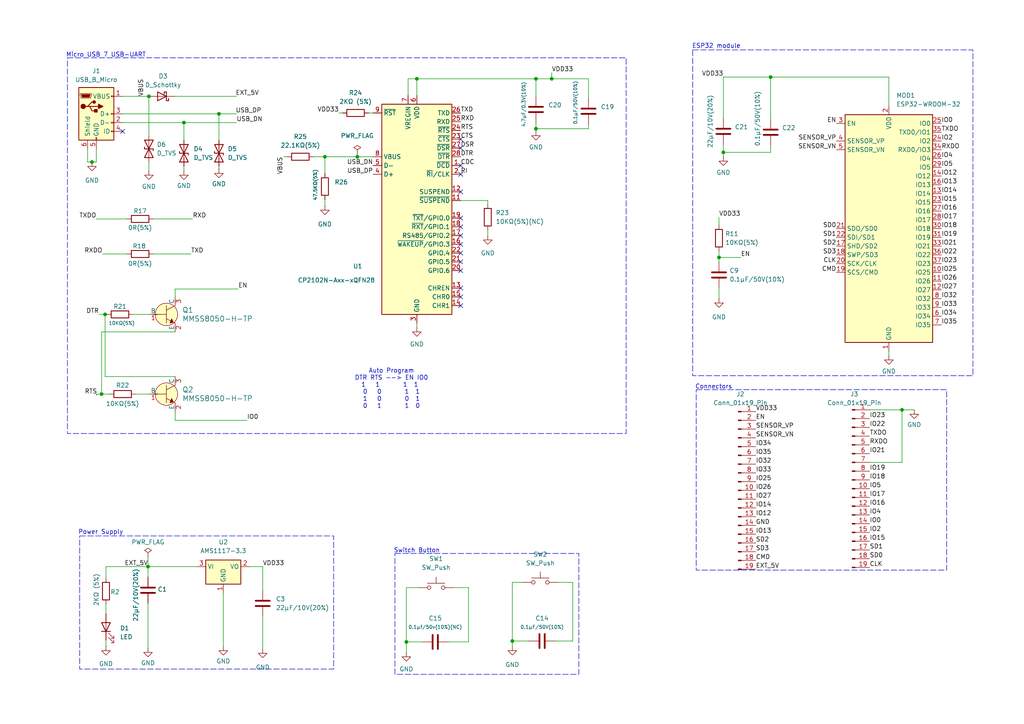
<source format=kicad_sch>
(kicad_sch
	(version 20250114)
	(generator "eeschema")
	(generator_version "9.0")
	(uuid "cf8edb26-a191-4f1d-bbd9-e676133d9969")
	(paper "A4")
	(title_block
		(title "ESP_32_DevKit_Clone")
		(date "2025-07-09")
		(rev "Version 1 ")
		(company "Tech_Fusion")
	)
	(lib_symbols
		(symbol "Connector:Conn_01x19_Pin"
			(pin_names
				(offset 1.016)
				(hide yes)
			)
			(exclude_from_sim no)
			(in_bom yes)
			(on_board yes)
			(property "Reference" "J"
				(at 0 25.4 0)
				(effects
					(font
						(size 1.27 1.27)
					)
				)
			)
			(property "Value" "Conn_01x19_Pin"
				(at 0 -25.4 0)
				(effects
					(font
						(size 1.27 1.27)
					)
				)
			)
			(property "Footprint" ""
				(at 0 0 0)
				(effects
					(font
						(size 1.27 1.27)
					)
					(hide yes)
				)
			)
			(property "Datasheet" "~"
				(at 0 0 0)
				(effects
					(font
						(size 1.27 1.27)
					)
					(hide yes)
				)
			)
			(property "Description" "Generic connector, single row, 01x19, script generated"
				(at 0 0 0)
				(effects
					(font
						(size 1.27 1.27)
					)
					(hide yes)
				)
			)
			(property "ki_locked" ""
				(at 0 0 0)
				(effects
					(font
						(size 1.27 1.27)
					)
				)
			)
			(property "ki_keywords" "connector"
				(at 0 0 0)
				(effects
					(font
						(size 1.27 1.27)
					)
					(hide yes)
				)
			)
			(property "ki_fp_filters" "Connector*:*_1x??_*"
				(at 0 0 0)
				(effects
					(font
						(size 1.27 1.27)
					)
					(hide yes)
				)
			)
			(symbol "Conn_01x19_Pin_1_1"
				(rectangle
					(start 0.8636 22.987)
					(end 0 22.733)
					(stroke
						(width 0.1524)
						(type default)
					)
					(fill
						(type outline)
					)
				)
				(rectangle
					(start 0.8636 20.447)
					(end 0 20.193)
					(stroke
						(width 0.1524)
						(type default)
					)
					(fill
						(type outline)
					)
				)
				(rectangle
					(start 0.8636 17.907)
					(end 0 17.653)
					(stroke
						(width 0.1524)
						(type default)
					)
					(fill
						(type outline)
					)
				)
				(rectangle
					(start 0.8636 15.367)
					(end 0 15.113)
					(stroke
						(width 0.1524)
						(type default)
					)
					(fill
						(type outline)
					)
				)
				(rectangle
					(start 0.8636 12.827)
					(end 0 12.573)
					(stroke
						(width 0.1524)
						(type default)
					)
					(fill
						(type outline)
					)
				)
				(rectangle
					(start 0.8636 10.287)
					(end 0 10.033)
					(stroke
						(width 0.1524)
						(type default)
					)
					(fill
						(type outline)
					)
				)
				(rectangle
					(start 0.8636 7.747)
					(end 0 7.493)
					(stroke
						(width 0.1524)
						(type default)
					)
					(fill
						(type outline)
					)
				)
				(rectangle
					(start 0.8636 5.207)
					(end 0 4.953)
					(stroke
						(width 0.1524)
						(type default)
					)
					(fill
						(type outline)
					)
				)
				(rectangle
					(start 0.8636 2.667)
					(end 0 2.413)
					(stroke
						(width 0.1524)
						(type default)
					)
					(fill
						(type outline)
					)
				)
				(rectangle
					(start 0.8636 0.127)
					(end 0 -0.127)
					(stroke
						(width 0.1524)
						(type default)
					)
					(fill
						(type outline)
					)
				)
				(rectangle
					(start 0.8636 -2.413)
					(end 0 -2.667)
					(stroke
						(width 0.1524)
						(type default)
					)
					(fill
						(type outline)
					)
				)
				(rectangle
					(start 0.8636 -4.953)
					(end 0 -5.207)
					(stroke
						(width 0.1524)
						(type default)
					)
					(fill
						(type outline)
					)
				)
				(rectangle
					(start 0.8636 -7.493)
					(end 0 -7.747)
					(stroke
						(width 0.1524)
						(type default)
					)
					(fill
						(type outline)
					)
				)
				(rectangle
					(start 0.8636 -10.033)
					(end 0 -10.287)
					(stroke
						(width 0.1524)
						(type default)
					)
					(fill
						(type outline)
					)
				)
				(rectangle
					(start 0.8636 -12.573)
					(end 0 -12.827)
					(stroke
						(width 0.1524)
						(type default)
					)
					(fill
						(type outline)
					)
				)
				(rectangle
					(start 0.8636 -15.113)
					(end 0 -15.367)
					(stroke
						(width 0.1524)
						(type default)
					)
					(fill
						(type outline)
					)
				)
				(rectangle
					(start 0.8636 -17.653)
					(end 0 -17.907)
					(stroke
						(width 0.1524)
						(type default)
					)
					(fill
						(type outline)
					)
				)
				(rectangle
					(start 0.8636 -20.193)
					(end 0 -20.447)
					(stroke
						(width 0.1524)
						(type default)
					)
					(fill
						(type outline)
					)
				)
				(rectangle
					(start 0.8636 -22.733)
					(end 0 -22.987)
					(stroke
						(width 0.1524)
						(type default)
					)
					(fill
						(type outline)
					)
				)
				(polyline
					(pts
						(xy 1.27 22.86) (xy 0.8636 22.86)
					)
					(stroke
						(width 0.1524)
						(type default)
					)
					(fill
						(type none)
					)
				)
				(polyline
					(pts
						(xy 1.27 20.32) (xy 0.8636 20.32)
					)
					(stroke
						(width 0.1524)
						(type default)
					)
					(fill
						(type none)
					)
				)
				(polyline
					(pts
						(xy 1.27 17.78) (xy 0.8636 17.78)
					)
					(stroke
						(width 0.1524)
						(type default)
					)
					(fill
						(type none)
					)
				)
				(polyline
					(pts
						(xy 1.27 15.24) (xy 0.8636 15.24)
					)
					(stroke
						(width 0.1524)
						(type default)
					)
					(fill
						(type none)
					)
				)
				(polyline
					(pts
						(xy 1.27 12.7) (xy 0.8636 12.7)
					)
					(stroke
						(width 0.1524)
						(type default)
					)
					(fill
						(type none)
					)
				)
				(polyline
					(pts
						(xy 1.27 10.16) (xy 0.8636 10.16)
					)
					(stroke
						(width 0.1524)
						(type default)
					)
					(fill
						(type none)
					)
				)
				(polyline
					(pts
						(xy 1.27 7.62) (xy 0.8636 7.62)
					)
					(stroke
						(width 0.1524)
						(type default)
					)
					(fill
						(type none)
					)
				)
				(polyline
					(pts
						(xy 1.27 5.08) (xy 0.8636 5.08)
					)
					(stroke
						(width 0.1524)
						(type default)
					)
					(fill
						(type none)
					)
				)
				(polyline
					(pts
						(xy 1.27 2.54) (xy 0.8636 2.54)
					)
					(stroke
						(width 0.1524)
						(type default)
					)
					(fill
						(type none)
					)
				)
				(polyline
					(pts
						(xy 1.27 0) (xy 0.8636 0)
					)
					(stroke
						(width 0.1524)
						(type default)
					)
					(fill
						(type none)
					)
				)
				(polyline
					(pts
						(xy 1.27 -2.54) (xy 0.8636 -2.54)
					)
					(stroke
						(width 0.1524)
						(type default)
					)
					(fill
						(type none)
					)
				)
				(polyline
					(pts
						(xy 1.27 -5.08) (xy 0.8636 -5.08)
					)
					(stroke
						(width 0.1524)
						(type default)
					)
					(fill
						(type none)
					)
				)
				(polyline
					(pts
						(xy 1.27 -7.62) (xy 0.8636 -7.62)
					)
					(stroke
						(width 0.1524)
						(type default)
					)
					(fill
						(type none)
					)
				)
				(polyline
					(pts
						(xy 1.27 -10.16) (xy 0.8636 -10.16)
					)
					(stroke
						(width 0.1524)
						(type default)
					)
					(fill
						(type none)
					)
				)
				(polyline
					(pts
						(xy 1.27 -12.7) (xy 0.8636 -12.7)
					)
					(stroke
						(width 0.1524)
						(type default)
					)
					(fill
						(type none)
					)
				)
				(polyline
					(pts
						(xy 1.27 -15.24) (xy 0.8636 -15.24)
					)
					(stroke
						(width 0.1524)
						(type default)
					)
					(fill
						(type none)
					)
				)
				(polyline
					(pts
						(xy 1.27 -17.78) (xy 0.8636 -17.78)
					)
					(stroke
						(width 0.1524)
						(type default)
					)
					(fill
						(type none)
					)
				)
				(polyline
					(pts
						(xy 1.27 -20.32) (xy 0.8636 -20.32)
					)
					(stroke
						(width 0.1524)
						(type default)
					)
					(fill
						(type none)
					)
				)
				(polyline
					(pts
						(xy 1.27 -22.86) (xy 0.8636 -22.86)
					)
					(stroke
						(width 0.1524)
						(type default)
					)
					(fill
						(type none)
					)
				)
				(pin passive line
					(at 5.08 22.86 180)
					(length 3.81)
					(name "Pin_1"
						(effects
							(font
								(size 1.27 1.27)
							)
						)
					)
					(number "1"
						(effects
							(font
								(size 1.27 1.27)
							)
						)
					)
				)
				(pin passive line
					(at 5.08 20.32 180)
					(length 3.81)
					(name "Pin_2"
						(effects
							(font
								(size 1.27 1.27)
							)
						)
					)
					(number "2"
						(effects
							(font
								(size 1.27 1.27)
							)
						)
					)
				)
				(pin passive line
					(at 5.08 17.78 180)
					(length 3.81)
					(name "Pin_3"
						(effects
							(font
								(size 1.27 1.27)
							)
						)
					)
					(number "3"
						(effects
							(font
								(size 1.27 1.27)
							)
						)
					)
				)
				(pin passive line
					(at 5.08 15.24 180)
					(length 3.81)
					(name "Pin_4"
						(effects
							(font
								(size 1.27 1.27)
							)
						)
					)
					(number "4"
						(effects
							(font
								(size 1.27 1.27)
							)
						)
					)
				)
				(pin passive line
					(at 5.08 12.7 180)
					(length 3.81)
					(name "Pin_5"
						(effects
							(font
								(size 1.27 1.27)
							)
						)
					)
					(number "5"
						(effects
							(font
								(size 1.27 1.27)
							)
						)
					)
				)
				(pin passive line
					(at 5.08 10.16 180)
					(length 3.81)
					(name "Pin_6"
						(effects
							(font
								(size 1.27 1.27)
							)
						)
					)
					(number "6"
						(effects
							(font
								(size 1.27 1.27)
							)
						)
					)
				)
				(pin passive line
					(at 5.08 7.62 180)
					(length 3.81)
					(name "Pin_7"
						(effects
							(font
								(size 1.27 1.27)
							)
						)
					)
					(number "7"
						(effects
							(font
								(size 1.27 1.27)
							)
						)
					)
				)
				(pin passive line
					(at 5.08 5.08 180)
					(length 3.81)
					(name "Pin_8"
						(effects
							(font
								(size 1.27 1.27)
							)
						)
					)
					(number "8"
						(effects
							(font
								(size 1.27 1.27)
							)
						)
					)
				)
				(pin passive line
					(at 5.08 2.54 180)
					(length 3.81)
					(name "Pin_9"
						(effects
							(font
								(size 1.27 1.27)
							)
						)
					)
					(number "9"
						(effects
							(font
								(size 1.27 1.27)
							)
						)
					)
				)
				(pin passive line
					(at 5.08 0 180)
					(length 3.81)
					(name "Pin_10"
						(effects
							(font
								(size 1.27 1.27)
							)
						)
					)
					(number "10"
						(effects
							(font
								(size 1.27 1.27)
							)
						)
					)
				)
				(pin passive line
					(at 5.08 -2.54 180)
					(length 3.81)
					(name "Pin_11"
						(effects
							(font
								(size 1.27 1.27)
							)
						)
					)
					(number "11"
						(effects
							(font
								(size 1.27 1.27)
							)
						)
					)
				)
				(pin passive line
					(at 5.08 -5.08 180)
					(length 3.81)
					(name "Pin_12"
						(effects
							(font
								(size 1.27 1.27)
							)
						)
					)
					(number "12"
						(effects
							(font
								(size 1.27 1.27)
							)
						)
					)
				)
				(pin passive line
					(at 5.08 -7.62 180)
					(length 3.81)
					(name "Pin_13"
						(effects
							(font
								(size 1.27 1.27)
							)
						)
					)
					(number "13"
						(effects
							(font
								(size 1.27 1.27)
							)
						)
					)
				)
				(pin passive line
					(at 5.08 -10.16 180)
					(length 3.81)
					(name "Pin_14"
						(effects
							(font
								(size 1.27 1.27)
							)
						)
					)
					(number "14"
						(effects
							(font
								(size 1.27 1.27)
							)
						)
					)
				)
				(pin passive line
					(at 5.08 -12.7 180)
					(length 3.81)
					(name "Pin_15"
						(effects
							(font
								(size 1.27 1.27)
							)
						)
					)
					(number "15"
						(effects
							(font
								(size 1.27 1.27)
							)
						)
					)
				)
				(pin passive line
					(at 5.08 -15.24 180)
					(length 3.81)
					(name "Pin_16"
						(effects
							(font
								(size 1.27 1.27)
							)
						)
					)
					(number "16"
						(effects
							(font
								(size 1.27 1.27)
							)
						)
					)
				)
				(pin passive line
					(at 5.08 -17.78 180)
					(length 3.81)
					(name "Pin_17"
						(effects
							(font
								(size 1.27 1.27)
							)
						)
					)
					(number "17"
						(effects
							(font
								(size 1.27 1.27)
							)
						)
					)
				)
				(pin passive line
					(at 5.08 -20.32 180)
					(length 3.81)
					(name "Pin_18"
						(effects
							(font
								(size 1.27 1.27)
							)
						)
					)
					(number "18"
						(effects
							(font
								(size 1.27 1.27)
							)
						)
					)
				)
				(pin passive line
					(at 5.08 -22.86 180)
					(length 3.81)
					(name "Pin_19"
						(effects
							(font
								(size 1.27 1.27)
							)
						)
					)
					(number "19"
						(effects
							(font
								(size 1.27 1.27)
							)
						)
					)
				)
			)
			(embedded_fonts no)
		)
		(symbol "Connector:USB_B_Micro"
			(pin_names
				(offset 1.016)
			)
			(exclude_from_sim no)
			(in_bom yes)
			(on_board yes)
			(property "Reference" "J"
				(at -5.08 11.43 0)
				(effects
					(font
						(size 1.27 1.27)
					)
					(justify left)
				)
			)
			(property "Value" "USB_B_Micro"
				(at -5.08 8.89 0)
				(effects
					(font
						(size 1.27 1.27)
					)
					(justify left)
				)
			)
			(property "Footprint" ""
				(at 3.81 -1.27 0)
				(effects
					(font
						(size 1.27 1.27)
					)
					(hide yes)
				)
			)
			(property "Datasheet" "~"
				(at 3.81 -1.27 0)
				(effects
					(font
						(size 1.27 1.27)
					)
					(hide yes)
				)
			)
			(property "Description" "USB Micro Type B connector"
				(at 0 0 0)
				(effects
					(font
						(size 1.27 1.27)
					)
					(hide yes)
				)
			)
			(property "ki_keywords" "connector USB micro"
				(at 0 0 0)
				(effects
					(font
						(size 1.27 1.27)
					)
					(hide yes)
				)
			)
			(property "ki_fp_filters" "USB*Micro*B*"
				(at 0 0 0)
				(effects
					(font
						(size 1.27 1.27)
					)
					(hide yes)
				)
			)
			(symbol "USB_B_Micro_0_1"
				(rectangle
					(start -5.08 -7.62)
					(end 5.08 7.62)
					(stroke
						(width 0.254)
						(type default)
					)
					(fill
						(type background)
					)
				)
				(polyline
					(pts
						(xy -4.699 5.842) (xy -4.699 5.588) (xy -4.445 4.826) (xy -4.445 4.572) (xy -1.651 4.572) (xy -1.651 4.826)
						(xy -1.397 5.588) (xy -1.397 5.842) (xy -4.699 5.842)
					)
					(stroke
						(width 0)
						(type default)
					)
					(fill
						(type none)
					)
				)
				(polyline
					(pts
						(xy -4.318 5.588) (xy -1.778 5.588) (xy -2.032 4.826) (xy -4.064 4.826) (xy -4.318 5.588)
					)
					(stroke
						(width 0)
						(type default)
					)
					(fill
						(type outline)
					)
				)
				(circle
					(center -3.81 2.159)
					(radius 0.635)
					(stroke
						(width 0.254)
						(type default)
					)
					(fill
						(type outline)
					)
				)
				(polyline
					(pts
						(xy -3.175 2.159) (xy -2.54 2.159) (xy -1.27 3.429) (xy -0.635 3.429)
					)
					(stroke
						(width 0.254)
						(type default)
					)
					(fill
						(type none)
					)
				)
				(polyline
					(pts
						(xy -2.54 2.159) (xy -1.905 2.159) (xy -1.27 0.889) (xy 0 0.889)
					)
					(stroke
						(width 0.254)
						(type default)
					)
					(fill
						(type none)
					)
				)
				(polyline
					(pts
						(xy -1.905 2.159) (xy 0.635 2.159)
					)
					(stroke
						(width 0.254)
						(type default)
					)
					(fill
						(type none)
					)
				)
				(circle
					(center -0.635 3.429)
					(radius 0.381)
					(stroke
						(width 0.254)
						(type default)
					)
					(fill
						(type outline)
					)
				)
				(rectangle
					(start -0.127 -7.62)
					(end 0.127 -6.858)
					(stroke
						(width 0)
						(type default)
					)
					(fill
						(type none)
					)
				)
				(rectangle
					(start 0.254 1.27)
					(end -0.508 0.508)
					(stroke
						(width 0.254)
						(type default)
					)
					(fill
						(type outline)
					)
				)
				(polyline
					(pts
						(xy 0.635 2.794) (xy 0.635 1.524) (xy 1.905 2.159) (xy 0.635 2.794)
					)
					(stroke
						(width 0.254)
						(type default)
					)
					(fill
						(type outline)
					)
				)
				(rectangle
					(start 5.08 4.953)
					(end 4.318 5.207)
					(stroke
						(width 0)
						(type default)
					)
					(fill
						(type none)
					)
				)
				(rectangle
					(start 5.08 -0.127)
					(end 4.318 0.127)
					(stroke
						(width 0)
						(type default)
					)
					(fill
						(type none)
					)
				)
				(rectangle
					(start 5.08 -2.667)
					(end 4.318 -2.413)
					(stroke
						(width 0)
						(type default)
					)
					(fill
						(type none)
					)
				)
				(rectangle
					(start 5.08 -5.207)
					(end 4.318 -4.953)
					(stroke
						(width 0)
						(type default)
					)
					(fill
						(type none)
					)
				)
			)
			(symbol "USB_B_Micro_1_1"
				(pin passive line
					(at -2.54 -10.16 90)
					(length 2.54)
					(name "Shield"
						(effects
							(font
								(size 1.27 1.27)
							)
						)
					)
					(number "6"
						(effects
							(font
								(size 1.27 1.27)
							)
						)
					)
				)
				(pin power_out line
					(at 0 -10.16 90)
					(length 2.54)
					(name "GND"
						(effects
							(font
								(size 1.27 1.27)
							)
						)
					)
					(number "5"
						(effects
							(font
								(size 1.27 1.27)
							)
						)
					)
				)
				(pin power_out line
					(at 7.62 5.08 180)
					(length 2.54)
					(name "VBUS"
						(effects
							(font
								(size 1.27 1.27)
							)
						)
					)
					(number "1"
						(effects
							(font
								(size 1.27 1.27)
							)
						)
					)
				)
				(pin bidirectional line
					(at 7.62 0 180)
					(length 2.54)
					(name "D+"
						(effects
							(font
								(size 1.27 1.27)
							)
						)
					)
					(number "3"
						(effects
							(font
								(size 1.27 1.27)
							)
						)
					)
				)
				(pin bidirectional line
					(at 7.62 -2.54 180)
					(length 2.54)
					(name "D-"
						(effects
							(font
								(size 1.27 1.27)
							)
						)
					)
					(number "2"
						(effects
							(font
								(size 1.27 1.27)
							)
						)
					)
				)
				(pin passive line
					(at 7.62 -5.08 180)
					(length 2.54)
					(name "ID"
						(effects
							(font
								(size 1.27 1.27)
							)
						)
					)
					(number "4"
						(effects
							(font
								(size 1.27 1.27)
							)
						)
					)
				)
			)
			(embedded_fonts no)
		)
		(symbol "Device:C"
			(pin_numbers
				(hide yes)
			)
			(pin_names
				(offset 0.254)
			)
			(exclude_from_sim no)
			(in_bom yes)
			(on_board yes)
			(property "Reference" "C"
				(at 0.635 2.54 0)
				(effects
					(font
						(size 1.27 1.27)
					)
					(justify left)
				)
			)
			(property "Value" "C"
				(at 0.635 -2.54 0)
				(effects
					(font
						(size 1.27 1.27)
					)
					(justify left)
				)
			)
			(property "Footprint" ""
				(at 0.9652 -3.81 0)
				(effects
					(font
						(size 1.27 1.27)
					)
					(hide yes)
				)
			)
			(property "Datasheet" "~"
				(at 0 0 0)
				(effects
					(font
						(size 1.27 1.27)
					)
					(hide yes)
				)
			)
			(property "Description" "Unpolarized capacitor"
				(at 0 0 0)
				(effects
					(font
						(size 1.27 1.27)
					)
					(hide yes)
				)
			)
			(property "ki_keywords" "cap capacitor"
				(at 0 0 0)
				(effects
					(font
						(size 1.27 1.27)
					)
					(hide yes)
				)
			)
			(property "ki_fp_filters" "C_*"
				(at 0 0 0)
				(effects
					(font
						(size 1.27 1.27)
					)
					(hide yes)
				)
			)
			(symbol "C_0_1"
				(polyline
					(pts
						(xy -2.032 0.762) (xy 2.032 0.762)
					)
					(stroke
						(width 0.508)
						(type default)
					)
					(fill
						(type none)
					)
				)
				(polyline
					(pts
						(xy -2.032 -0.762) (xy 2.032 -0.762)
					)
					(stroke
						(width 0.508)
						(type default)
					)
					(fill
						(type none)
					)
				)
			)
			(symbol "C_1_1"
				(pin passive line
					(at 0 3.81 270)
					(length 2.794)
					(name "~"
						(effects
							(font
								(size 1.27 1.27)
							)
						)
					)
					(number "1"
						(effects
							(font
								(size 1.27 1.27)
							)
						)
					)
				)
				(pin passive line
					(at 0 -3.81 90)
					(length 2.794)
					(name "~"
						(effects
							(font
								(size 1.27 1.27)
							)
						)
					)
					(number "2"
						(effects
							(font
								(size 1.27 1.27)
							)
						)
					)
				)
			)
			(embedded_fonts no)
		)
		(symbol "Device:D_Schottky"
			(pin_numbers
				(hide yes)
			)
			(pin_names
				(offset 1.016)
				(hide yes)
			)
			(exclude_from_sim no)
			(in_bom yes)
			(on_board yes)
			(property "Reference" "D"
				(at 0 2.54 0)
				(effects
					(font
						(size 1.27 1.27)
					)
				)
			)
			(property "Value" "D_Schottky"
				(at 0 -2.54 0)
				(effects
					(font
						(size 1.27 1.27)
					)
				)
			)
			(property "Footprint" ""
				(at 0 0 0)
				(effects
					(font
						(size 1.27 1.27)
					)
					(hide yes)
				)
			)
			(property "Datasheet" "~"
				(at 0 0 0)
				(effects
					(font
						(size 1.27 1.27)
					)
					(hide yes)
				)
			)
			(property "Description" "Schottky diode"
				(at 0 0 0)
				(effects
					(font
						(size 1.27 1.27)
					)
					(hide yes)
				)
			)
			(property "ki_keywords" "diode Schottky"
				(at 0 0 0)
				(effects
					(font
						(size 1.27 1.27)
					)
					(hide yes)
				)
			)
			(property "ki_fp_filters" "TO-???* *_Diode_* *SingleDiode* D_*"
				(at 0 0 0)
				(effects
					(font
						(size 1.27 1.27)
					)
					(hide yes)
				)
			)
			(symbol "D_Schottky_0_1"
				(polyline
					(pts
						(xy -1.905 0.635) (xy -1.905 1.27) (xy -1.27 1.27) (xy -1.27 -1.27) (xy -0.635 -1.27) (xy -0.635 -0.635)
					)
					(stroke
						(width 0.254)
						(type default)
					)
					(fill
						(type none)
					)
				)
				(polyline
					(pts
						(xy 1.27 1.27) (xy 1.27 -1.27) (xy -1.27 0) (xy 1.27 1.27)
					)
					(stroke
						(width 0.254)
						(type default)
					)
					(fill
						(type none)
					)
				)
				(polyline
					(pts
						(xy 1.27 0) (xy -1.27 0)
					)
					(stroke
						(width 0)
						(type default)
					)
					(fill
						(type none)
					)
				)
			)
			(symbol "D_Schottky_1_1"
				(pin passive line
					(at -3.81 0 0)
					(length 2.54)
					(name "K"
						(effects
							(font
								(size 1.27 1.27)
							)
						)
					)
					(number "1"
						(effects
							(font
								(size 1.27 1.27)
							)
						)
					)
				)
				(pin passive line
					(at 3.81 0 180)
					(length 2.54)
					(name "A"
						(effects
							(font
								(size 1.27 1.27)
							)
						)
					)
					(number "2"
						(effects
							(font
								(size 1.27 1.27)
							)
						)
					)
				)
			)
			(embedded_fonts no)
		)
		(symbol "Device:D_TVS"
			(pin_numbers
				(hide yes)
			)
			(pin_names
				(offset 1.016)
				(hide yes)
			)
			(exclude_from_sim no)
			(in_bom yes)
			(on_board yes)
			(property "Reference" "D"
				(at 0 2.54 0)
				(effects
					(font
						(size 1.27 1.27)
					)
				)
			)
			(property "Value" "D_TVS"
				(at 0 -2.54 0)
				(effects
					(font
						(size 1.27 1.27)
					)
				)
			)
			(property "Footprint" ""
				(at 0 0 0)
				(effects
					(font
						(size 1.27 1.27)
					)
					(hide yes)
				)
			)
			(property "Datasheet" "~"
				(at 0 0 0)
				(effects
					(font
						(size 1.27 1.27)
					)
					(hide yes)
				)
			)
			(property "Description" "Bidirectional transient-voltage-suppression diode"
				(at 0 0 0)
				(effects
					(font
						(size 1.27 1.27)
					)
					(hide yes)
				)
			)
			(property "ki_keywords" "diode TVS thyrector"
				(at 0 0 0)
				(effects
					(font
						(size 1.27 1.27)
					)
					(hide yes)
				)
			)
			(property "ki_fp_filters" "TO-???* *_Diode_* *SingleDiode* D_*"
				(at 0 0 0)
				(effects
					(font
						(size 1.27 1.27)
					)
					(hide yes)
				)
			)
			(symbol "D_TVS_0_1"
				(polyline
					(pts
						(xy -2.54 1.27) (xy -2.54 -1.27) (xy 2.54 1.27) (xy 2.54 -1.27) (xy -2.54 1.27)
					)
					(stroke
						(width 0.254)
						(type default)
					)
					(fill
						(type none)
					)
				)
				(polyline
					(pts
						(xy 0.508 1.27) (xy 0 1.27) (xy 0 -1.27) (xy -0.508 -1.27)
					)
					(stroke
						(width 0.254)
						(type default)
					)
					(fill
						(type none)
					)
				)
				(polyline
					(pts
						(xy 1.27 0) (xy -1.27 0)
					)
					(stroke
						(width 0)
						(type default)
					)
					(fill
						(type none)
					)
				)
			)
			(symbol "D_TVS_1_1"
				(pin passive line
					(at -3.81 0 0)
					(length 2.54)
					(name "A1"
						(effects
							(font
								(size 1.27 1.27)
							)
						)
					)
					(number "1"
						(effects
							(font
								(size 1.27 1.27)
							)
						)
					)
				)
				(pin passive line
					(at 3.81 0 180)
					(length 2.54)
					(name "A2"
						(effects
							(font
								(size 1.27 1.27)
							)
						)
					)
					(number "2"
						(effects
							(font
								(size 1.27 1.27)
							)
						)
					)
				)
			)
			(embedded_fonts no)
		)
		(symbol "Device:LED"
			(pin_numbers
				(hide yes)
			)
			(pin_names
				(offset 1.016)
				(hide yes)
			)
			(exclude_from_sim no)
			(in_bom yes)
			(on_board yes)
			(property "Reference" "D"
				(at 0 2.54 0)
				(effects
					(font
						(size 1.27 1.27)
					)
				)
			)
			(property "Value" "LED"
				(at 0 -2.54 0)
				(effects
					(font
						(size 1.27 1.27)
					)
				)
			)
			(property "Footprint" ""
				(at 0 0 0)
				(effects
					(font
						(size 1.27 1.27)
					)
					(hide yes)
				)
			)
			(property "Datasheet" "~"
				(at 0 0 0)
				(effects
					(font
						(size 1.27 1.27)
					)
					(hide yes)
				)
			)
			(property "Description" "Light emitting diode"
				(at 0 0 0)
				(effects
					(font
						(size 1.27 1.27)
					)
					(hide yes)
				)
			)
			(property "Sim.Pins" "1=K 2=A"
				(at 0 0 0)
				(effects
					(font
						(size 1.27 1.27)
					)
					(hide yes)
				)
			)
			(property "ki_keywords" "LED diode"
				(at 0 0 0)
				(effects
					(font
						(size 1.27 1.27)
					)
					(hide yes)
				)
			)
			(property "ki_fp_filters" "LED* LED_SMD:* LED_THT:*"
				(at 0 0 0)
				(effects
					(font
						(size 1.27 1.27)
					)
					(hide yes)
				)
			)
			(symbol "LED_0_1"
				(polyline
					(pts
						(xy -3.048 -0.762) (xy -4.572 -2.286) (xy -3.81 -2.286) (xy -4.572 -2.286) (xy -4.572 -1.524)
					)
					(stroke
						(width 0)
						(type default)
					)
					(fill
						(type none)
					)
				)
				(polyline
					(pts
						(xy -1.778 -0.762) (xy -3.302 -2.286) (xy -2.54 -2.286) (xy -3.302 -2.286) (xy -3.302 -1.524)
					)
					(stroke
						(width 0)
						(type default)
					)
					(fill
						(type none)
					)
				)
				(polyline
					(pts
						(xy -1.27 0) (xy 1.27 0)
					)
					(stroke
						(width 0)
						(type default)
					)
					(fill
						(type none)
					)
				)
				(polyline
					(pts
						(xy -1.27 -1.27) (xy -1.27 1.27)
					)
					(stroke
						(width 0.254)
						(type default)
					)
					(fill
						(type none)
					)
				)
				(polyline
					(pts
						(xy 1.27 -1.27) (xy 1.27 1.27) (xy -1.27 0) (xy 1.27 -1.27)
					)
					(stroke
						(width 0.254)
						(type default)
					)
					(fill
						(type none)
					)
				)
			)
			(symbol "LED_1_1"
				(pin passive line
					(at -3.81 0 0)
					(length 2.54)
					(name "K"
						(effects
							(font
								(size 1.27 1.27)
							)
						)
					)
					(number "1"
						(effects
							(font
								(size 1.27 1.27)
							)
						)
					)
				)
				(pin passive line
					(at 3.81 0 180)
					(length 2.54)
					(name "A"
						(effects
							(font
								(size 1.27 1.27)
							)
						)
					)
					(number "2"
						(effects
							(font
								(size 1.27 1.27)
							)
						)
					)
				)
			)
			(embedded_fonts no)
		)
		(symbol "Device:R"
			(pin_numbers
				(hide yes)
			)
			(pin_names
				(offset 0)
			)
			(exclude_from_sim no)
			(in_bom yes)
			(on_board yes)
			(property "Reference" "R"
				(at 2.032 0 90)
				(effects
					(font
						(size 1.27 1.27)
					)
				)
			)
			(property "Value" "R"
				(at 0 0 90)
				(effects
					(font
						(size 1.27 1.27)
					)
				)
			)
			(property "Footprint" ""
				(at -1.778 0 90)
				(effects
					(font
						(size 1.27 1.27)
					)
					(hide yes)
				)
			)
			(property "Datasheet" "~"
				(at 0 0 0)
				(effects
					(font
						(size 1.27 1.27)
					)
					(hide yes)
				)
			)
			(property "Description" "Resistor"
				(at 0 0 0)
				(effects
					(font
						(size 1.27 1.27)
					)
					(hide yes)
				)
			)
			(property "ki_keywords" "R res resistor"
				(at 0 0 0)
				(effects
					(font
						(size 1.27 1.27)
					)
					(hide yes)
				)
			)
			(property "ki_fp_filters" "R_*"
				(at 0 0 0)
				(effects
					(font
						(size 1.27 1.27)
					)
					(hide yes)
				)
			)
			(symbol "R_0_1"
				(rectangle
					(start -1.016 -2.54)
					(end 1.016 2.54)
					(stroke
						(width 0.254)
						(type default)
					)
					(fill
						(type none)
					)
				)
			)
			(symbol "R_1_1"
				(pin passive line
					(at 0 3.81 270)
					(length 1.27)
					(name "~"
						(effects
							(font
								(size 1.27 1.27)
							)
						)
					)
					(number "1"
						(effects
							(font
								(size 1.27 1.27)
							)
						)
					)
				)
				(pin passive line
					(at 0 -3.81 90)
					(length 1.27)
					(name "~"
						(effects
							(font
								(size 1.27 1.27)
							)
						)
					)
					(number "2"
						(effects
							(font
								(size 1.27 1.27)
							)
						)
					)
				)
			)
			(embedded_fonts no)
		)
		(symbol "Interface_USB:CP2102N-Axx-xQFN28"
			(exclude_from_sim no)
			(in_bom yes)
			(on_board yes)
			(property "Reference" "U"
				(at -8.89 31.75 0)
				(effects
					(font
						(size 1.27 1.27)
					)
				)
			)
			(property "Value" "CP2102N-Axx-xQFN28"
				(at 12.7 31.75 0)
				(effects
					(font
						(size 1.27 1.27)
					)
				)
			)
			(property "Footprint" "Package_DFN_QFN:QFN-28-1EP_5x5mm_P0.5mm_EP3.35x3.35mm"
				(at 33.02 -31.75 0)
				(effects
					(font
						(size 1.27 1.27)
					)
					(hide yes)
				)
			)
			(property "Datasheet" "https://www.silabs.com/documents/public/data-sheets/cp2102n-datasheet.pdf"
				(at 1.27 -19.05 0)
				(effects
					(font
						(size 1.27 1.27)
					)
					(hide yes)
				)
			)
			(property "Description" "USB to UART master bridge, QFN-28"
				(at 0 0 0)
				(effects
					(font
						(size 1.27 1.27)
					)
					(hide yes)
				)
			)
			(property "ki_keywords" "USB UART bridge"
				(at 0 0 0)
				(effects
					(font
						(size 1.27 1.27)
					)
					(hide yes)
				)
			)
			(property "ki_fp_filters" "QFN*1EP*5x5mm*P0.5mm*"
				(at 0 0 0)
				(effects
					(font
						(size 1.27 1.27)
					)
					(hide yes)
				)
			)
			(symbol "CP2102N-Axx-xQFN28_0_1"
				(rectangle
					(start -10.16 30.48)
					(end 10.16 -30.48)
					(stroke
						(width 0.254)
						(type default)
					)
					(fill
						(type background)
					)
				)
			)
			(symbol "CP2102N-Axx-xQFN28_1_1"
				(pin input line
					(at -12.7 27.94 0)
					(length 2.54)
					(name "~{RST}"
						(effects
							(font
								(size 1.27 1.27)
							)
						)
					)
					(number "9"
						(effects
							(font
								(size 1.27 1.27)
							)
						)
					)
				)
				(pin input line
					(at -12.7 15.24 0)
					(length 2.54)
					(name "VBUS"
						(effects
							(font
								(size 1.27 1.27)
							)
						)
					)
					(number "8"
						(effects
							(font
								(size 1.27 1.27)
							)
						)
					)
				)
				(pin bidirectional line
					(at -12.7 12.7 0)
					(length 2.54)
					(name "D-"
						(effects
							(font
								(size 1.27 1.27)
							)
						)
					)
					(number "5"
						(effects
							(font
								(size 1.27 1.27)
							)
						)
					)
				)
				(pin bidirectional line
					(at -12.7 10.16 0)
					(length 2.54)
					(name "D+"
						(effects
							(font
								(size 1.27 1.27)
							)
						)
					)
					(number "4"
						(effects
							(font
								(size 1.27 1.27)
							)
						)
					)
				)
				(pin no_connect line
					(at -10.16 -27.94 0)
					(length 2.54)
					(hide yes)
					(name "NC"
						(effects
							(font
								(size 1.27 1.27)
							)
						)
					)
					(number "10"
						(effects
							(font
								(size 1.27 1.27)
							)
						)
					)
				)
				(pin power_in line
					(at -2.54 33.02 270)
					(length 2.54)
					(name "VREGIN"
						(effects
							(font
								(size 1.27 1.27)
							)
						)
					)
					(number "7"
						(effects
							(font
								(size 1.27 1.27)
							)
						)
					)
				)
				(pin power_in line
					(at 0 33.02 270)
					(length 2.54)
					(name "VDD"
						(effects
							(font
								(size 1.27 1.27)
							)
						)
					)
					(number "6"
						(effects
							(font
								(size 1.27 1.27)
							)
						)
					)
				)
				(pin passive line
					(at 0 -33.02 90)
					(length 2.54)
					(hide yes)
					(name "GND"
						(effects
							(font
								(size 1.27 1.27)
							)
						)
					)
					(number "29"
						(effects
							(font
								(size 1.27 1.27)
							)
						)
					)
				)
				(pin power_in line
					(at 0 -33.02 90)
					(length 2.54)
					(name "GND"
						(effects
							(font
								(size 1.27 1.27)
							)
						)
					)
					(number "3"
						(effects
							(font
								(size 1.27 1.27)
							)
						)
					)
				)
				(pin output line
					(at 12.7 27.94 180)
					(length 2.54)
					(name "TXD"
						(effects
							(font
								(size 1.27 1.27)
							)
						)
					)
					(number "26"
						(effects
							(font
								(size 1.27 1.27)
							)
						)
					)
				)
				(pin input line
					(at 12.7 25.4 180)
					(length 2.54)
					(name "RXD"
						(effects
							(font
								(size 1.27 1.27)
							)
						)
					)
					(number "25"
						(effects
							(font
								(size 1.27 1.27)
							)
						)
					)
				)
				(pin output line
					(at 12.7 22.86 180)
					(length 2.54)
					(name "~{RTS}"
						(effects
							(font
								(size 1.27 1.27)
							)
						)
					)
					(number "24"
						(effects
							(font
								(size 1.27 1.27)
							)
						)
					)
				)
				(pin input line
					(at 12.7 20.32 180)
					(length 2.54)
					(name "~{CTS}"
						(effects
							(font
								(size 1.27 1.27)
							)
						)
					)
					(number "23"
						(effects
							(font
								(size 1.27 1.27)
							)
						)
					)
				)
				(pin input line
					(at 12.7 17.78 180)
					(length 2.54)
					(name "~{DSR}"
						(effects
							(font
								(size 1.27 1.27)
							)
						)
					)
					(number "27"
						(effects
							(font
								(size 1.27 1.27)
							)
						)
					)
				)
				(pin output line
					(at 12.7 15.24 180)
					(length 2.54)
					(name "~{DTR}"
						(effects
							(font
								(size 1.27 1.27)
							)
						)
					)
					(number "28"
						(effects
							(font
								(size 1.27 1.27)
							)
						)
					)
				)
				(pin input line
					(at 12.7 12.7 180)
					(length 2.54)
					(name "~{DCD}"
						(effects
							(font
								(size 1.27 1.27)
							)
						)
					)
					(number "1"
						(effects
							(font
								(size 1.27 1.27)
							)
						)
					)
				)
				(pin bidirectional line
					(at 12.7 10.16 180)
					(length 2.54)
					(name "~{RI}/CLK"
						(effects
							(font
								(size 1.27 1.27)
							)
						)
					)
					(number "2"
						(effects
							(font
								(size 1.27 1.27)
							)
						)
					)
				)
				(pin output line
					(at 12.7 5.08 180)
					(length 2.54)
					(name "SUSPEND"
						(effects
							(font
								(size 1.27 1.27)
							)
						)
					)
					(number "12"
						(effects
							(font
								(size 1.27 1.27)
							)
						)
					)
				)
				(pin output line
					(at 12.7 2.54 180)
					(length 2.54)
					(name "~{SUSPEND}"
						(effects
							(font
								(size 1.27 1.27)
							)
						)
					)
					(number "11"
						(effects
							(font
								(size 1.27 1.27)
							)
						)
					)
				)
				(pin bidirectional line
					(at 12.7 -2.54 180)
					(length 2.54)
					(name "~{TXT}/GPIO.0"
						(effects
							(font
								(size 1.27 1.27)
							)
						)
					)
					(number "19"
						(effects
							(font
								(size 1.27 1.27)
							)
						)
					)
				)
				(pin bidirectional line
					(at 12.7 -5.08 180)
					(length 2.54)
					(name "~{RXT}/GPIO.1"
						(effects
							(font
								(size 1.27 1.27)
							)
						)
					)
					(number "18"
						(effects
							(font
								(size 1.27 1.27)
							)
						)
					)
				)
				(pin bidirectional line
					(at 12.7 -7.62 180)
					(length 2.54)
					(name "RS485/GPIO.2"
						(effects
							(font
								(size 1.27 1.27)
							)
						)
					)
					(number "17"
						(effects
							(font
								(size 1.27 1.27)
							)
						)
					)
				)
				(pin bidirectional line
					(at 12.7 -10.16 180)
					(length 2.54)
					(name "~{WAKEUP}/GPIO.3"
						(effects
							(font
								(size 1.27 1.27)
							)
						)
					)
					(number "16"
						(effects
							(font
								(size 1.27 1.27)
							)
						)
					)
				)
				(pin bidirectional line
					(at 12.7 -12.7 180)
					(length 2.54)
					(name "GPIO.4"
						(effects
							(font
								(size 1.27 1.27)
							)
						)
					)
					(number "22"
						(effects
							(font
								(size 1.27 1.27)
							)
						)
					)
				)
				(pin bidirectional line
					(at 12.7 -15.24 180)
					(length 2.54)
					(name "GPIO.5"
						(effects
							(font
								(size 1.27 1.27)
							)
						)
					)
					(number "21"
						(effects
							(font
								(size 1.27 1.27)
							)
						)
					)
				)
				(pin bidirectional line
					(at 12.7 -17.78 180)
					(length 2.54)
					(name "GPIO.6"
						(effects
							(font
								(size 1.27 1.27)
							)
						)
					)
					(number "20"
						(effects
							(font
								(size 1.27 1.27)
							)
						)
					)
				)
				(pin output line
					(at 12.7 -22.86 180)
					(length 2.54)
					(name "CHREN"
						(effects
							(font
								(size 1.27 1.27)
							)
						)
					)
					(number "13"
						(effects
							(font
								(size 1.27 1.27)
							)
						)
					)
				)
				(pin output line
					(at 12.7 -25.4 180)
					(length 2.54)
					(name "CHR0"
						(effects
							(font
								(size 1.27 1.27)
							)
						)
					)
					(number "15"
						(effects
							(font
								(size 1.27 1.27)
							)
						)
					)
				)
				(pin output line
					(at 12.7 -27.94 180)
					(length 2.54)
					(name "CHR1"
						(effects
							(font
								(size 1.27 1.27)
							)
						)
					)
					(number "14"
						(effects
							(font
								(size 1.27 1.27)
							)
						)
					)
				)
			)
			(embedded_fonts no)
		)
		(symbol "RF_Module:ESP32-WROOM-32"
			(exclude_from_sim no)
			(in_bom yes)
			(on_board yes)
			(property "Reference" "U"
				(at -12.7 34.29 0)
				(effects
					(font
						(size 1.27 1.27)
					)
					(justify left)
				)
			)
			(property "Value" "ESP32-WROOM-32"
				(at 1.27 34.29 0)
				(effects
					(font
						(size 1.27 1.27)
					)
					(justify left)
				)
			)
			(property "Footprint" "RF_Module:ESP32-WROOM-32"
				(at 0 -38.1 0)
				(effects
					(font
						(size 1.27 1.27)
					)
					(hide yes)
				)
			)
			(property "Datasheet" "https://www.espressif.com/sites/default/files/documentation/esp32-wroom-32_datasheet_en.pdf"
				(at -7.62 1.27 0)
				(effects
					(font
						(size 1.27 1.27)
					)
					(hide yes)
				)
			)
			(property "Description" "RF Module, ESP32-D0WDQ6 SoC, Wi-Fi 802.11b/g/n, Bluetooth, BLE, 32-bit, 2.7-3.6V, onboard antenna, SMD"
				(at 0 0 0)
				(effects
					(font
						(size 1.27 1.27)
					)
					(hide yes)
				)
			)
			(property "ki_keywords" "RF Radio BT ESP ESP32 Espressif onboard PCB antenna"
				(at 0 0 0)
				(effects
					(font
						(size 1.27 1.27)
					)
					(hide yes)
				)
			)
			(property "ki_fp_filters" "ESP32?WROOM?32*"
				(at 0 0 0)
				(effects
					(font
						(size 1.27 1.27)
					)
					(hide yes)
				)
			)
			(symbol "ESP32-WROOM-32_0_1"
				(rectangle
					(start -12.7 33.02)
					(end 12.7 -33.02)
					(stroke
						(width 0.254)
						(type default)
					)
					(fill
						(type background)
					)
				)
			)
			(symbol "ESP32-WROOM-32_1_1"
				(pin input line
					(at -15.24 30.48 0)
					(length 2.54)
					(name "EN"
						(effects
							(font
								(size 1.27 1.27)
							)
						)
					)
					(number "3"
						(effects
							(font
								(size 1.27 1.27)
							)
						)
					)
				)
				(pin input line
					(at -15.24 25.4 0)
					(length 2.54)
					(name "SENSOR_VP"
						(effects
							(font
								(size 1.27 1.27)
							)
						)
					)
					(number "4"
						(effects
							(font
								(size 1.27 1.27)
							)
						)
					)
				)
				(pin input line
					(at -15.24 22.86 0)
					(length 2.54)
					(name "SENSOR_VN"
						(effects
							(font
								(size 1.27 1.27)
							)
						)
					)
					(number "5"
						(effects
							(font
								(size 1.27 1.27)
							)
						)
					)
				)
				(pin bidirectional line
					(at -15.24 0 0)
					(length 2.54)
					(name "SDO/SD0"
						(effects
							(font
								(size 1.27 1.27)
							)
						)
					)
					(number "21"
						(effects
							(font
								(size 1.27 1.27)
							)
						)
					)
				)
				(pin bidirectional line
					(at -15.24 -2.54 0)
					(length 2.54)
					(name "SDI/SD1"
						(effects
							(font
								(size 1.27 1.27)
							)
						)
					)
					(number "22"
						(effects
							(font
								(size 1.27 1.27)
							)
						)
					)
				)
				(pin bidirectional line
					(at -15.24 -5.08 0)
					(length 2.54)
					(name "SHD/SD2"
						(effects
							(font
								(size 1.27 1.27)
							)
						)
					)
					(number "17"
						(effects
							(font
								(size 1.27 1.27)
							)
						)
					)
				)
				(pin bidirectional line
					(at -15.24 -7.62 0)
					(length 2.54)
					(name "SWP/SD3"
						(effects
							(font
								(size 1.27 1.27)
							)
						)
					)
					(number "18"
						(effects
							(font
								(size 1.27 1.27)
							)
						)
					)
				)
				(pin bidirectional line
					(at -15.24 -10.16 0)
					(length 2.54)
					(name "SCK/CLK"
						(effects
							(font
								(size 1.27 1.27)
							)
						)
					)
					(number "20"
						(effects
							(font
								(size 1.27 1.27)
							)
						)
					)
				)
				(pin bidirectional line
					(at -15.24 -12.7 0)
					(length 2.54)
					(name "SCS/CMD"
						(effects
							(font
								(size 1.27 1.27)
							)
						)
					)
					(number "19"
						(effects
							(font
								(size 1.27 1.27)
							)
						)
					)
				)
				(pin no_connect line
					(at -12.7 -27.94 0)
					(length 2.54)
					(hide yes)
					(name "NC"
						(effects
							(font
								(size 1.27 1.27)
							)
						)
					)
					(number "32"
						(effects
							(font
								(size 1.27 1.27)
							)
						)
					)
				)
				(pin power_in line
					(at 0 35.56 270)
					(length 2.54)
					(name "VDD"
						(effects
							(font
								(size 1.27 1.27)
							)
						)
					)
					(number "2"
						(effects
							(font
								(size 1.27 1.27)
							)
						)
					)
				)
				(pin power_in line
					(at 0 -35.56 90)
					(length 2.54)
					(name "GND"
						(effects
							(font
								(size 1.27 1.27)
							)
						)
					)
					(number "1"
						(effects
							(font
								(size 1.27 1.27)
							)
						)
					)
				)
				(pin passive line
					(at 0 -35.56 90)
					(length 2.54)
					(hide yes)
					(name "GND"
						(effects
							(font
								(size 1.27 1.27)
							)
						)
					)
					(number "15"
						(effects
							(font
								(size 1.27 1.27)
							)
						)
					)
				)
				(pin passive line
					(at 0 -35.56 90)
					(length 2.54)
					(hide yes)
					(name "GND"
						(effects
							(font
								(size 1.27 1.27)
							)
						)
					)
					(number "38"
						(effects
							(font
								(size 1.27 1.27)
							)
						)
					)
				)
				(pin passive line
					(at 0 -35.56 90)
					(length 2.54)
					(hide yes)
					(name "GND"
						(effects
							(font
								(size 1.27 1.27)
							)
						)
					)
					(number "39"
						(effects
							(font
								(size 1.27 1.27)
							)
						)
					)
				)
				(pin bidirectional line
					(at 15.24 30.48 180)
					(length 2.54)
					(name "IO0"
						(effects
							(font
								(size 1.27 1.27)
							)
						)
					)
					(number "25"
						(effects
							(font
								(size 1.27 1.27)
							)
						)
					)
				)
				(pin bidirectional line
					(at 15.24 27.94 180)
					(length 2.54)
					(name "TXD0/IO1"
						(effects
							(font
								(size 1.27 1.27)
							)
						)
					)
					(number "35"
						(effects
							(font
								(size 1.27 1.27)
							)
						)
					)
				)
				(pin bidirectional line
					(at 15.24 25.4 180)
					(length 2.54)
					(name "IO2"
						(effects
							(font
								(size 1.27 1.27)
							)
						)
					)
					(number "24"
						(effects
							(font
								(size 1.27 1.27)
							)
						)
					)
				)
				(pin bidirectional line
					(at 15.24 22.86 180)
					(length 2.54)
					(name "RXD0/IO3"
						(effects
							(font
								(size 1.27 1.27)
							)
						)
					)
					(number "34"
						(effects
							(font
								(size 1.27 1.27)
							)
						)
					)
				)
				(pin bidirectional line
					(at 15.24 20.32 180)
					(length 2.54)
					(name "IO4"
						(effects
							(font
								(size 1.27 1.27)
							)
						)
					)
					(number "26"
						(effects
							(font
								(size 1.27 1.27)
							)
						)
					)
				)
				(pin bidirectional line
					(at 15.24 17.78 180)
					(length 2.54)
					(name "IO5"
						(effects
							(font
								(size 1.27 1.27)
							)
						)
					)
					(number "29"
						(effects
							(font
								(size 1.27 1.27)
							)
						)
					)
				)
				(pin bidirectional line
					(at 15.24 15.24 180)
					(length 2.54)
					(name "IO12"
						(effects
							(font
								(size 1.27 1.27)
							)
						)
					)
					(number "14"
						(effects
							(font
								(size 1.27 1.27)
							)
						)
					)
				)
				(pin bidirectional line
					(at 15.24 12.7 180)
					(length 2.54)
					(name "IO13"
						(effects
							(font
								(size 1.27 1.27)
							)
						)
					)
					(number "16"
						(effects
							(font
								(size 1.27 1.27)
							)
						)
					)
				)
				(pin bidirectional line
					(at 15.24 10.16 180)
					(length 2.54)
					(name "IO14"
						(effects
							(font
								(size 1.27 1.27)
							)
						)
					)
					(number "13"
						(effects
							(font
								(size 1.27 1.27)
							)
						)
					)
				)
				(pin bidirectional line
					(at 15.24 7.62 180)
					(length 2.54)
					(name "IO15"
						(effects
							(font
								(size 1.27 1.27)
							)
						)
					)
					(number "23"
						(effects
							(font
								(size 1.27 1.27)
							)
						)
					)
				)
				(pin bidirectional line
					(at 15.24 5.08 180)
					(length 2.54)
					(name "IO16"
						(effects
							(font
								(size 1.27 1.27)
							)
						)
					)
					(number "27"
						(effects
							(font
								(size 1.27 1.27)
							)
						)
					)
				)
				(pin bidirectional line
					(at 15.24 2.54 180)
					(length 2.54)
					(name "IO17"
						(effects
							(font
								(size 1.27 1.27)
							)
						)
					)
					(number "28"
						(effects
							(font
								(size 1.27 1.27)
							)
						)
					)
				)
				(pin bidirectional line
					(at 15.24 0 180)
					(length 2.54)
					(name "IO18"
						(effects
							(font
								(size 1.27 1.27)
							)
						)
					)
					(number "30"
						(effects
							(font
								(size 1.27 1.27)
							)
						)
					)
				)
				(pin bidirectional line
					(at 15.24 -2.54 180)
					(length 2.54)
					(name "IO19"
						(effects
							(font
								(size 1.27 1.27)
							)
						)
					)
					(number "31"
						(effects
							(font
								(size 1.27 1.27)
							)
						)
					)
				)
				(pin bidirectional line
					(at 15.24 -5.08 180)
					(length 2.54)
					(name "IO21"
						(effects
							(font
								(size 1.27 1.27)
							)
						)
					)
					(number "33"
						(effects
							(font
								(size 1.27 1.27)
							)
						)
					)
				)
				(pin bidirectional line
					(at 15.24 -7.62 180)
					(length 2.54)
					(name "IO22"
						(effects
							(font
								(size 1.27 1.27)
							)
						)
					)
					(number "36"
						(effects
							(font
								(size 1.27 1.27)
							)
						)
					)
				)
				(pin bidirectional line
					(at 15.24 -10.16 180)
					(length 2.54)
					(name "IO23"
						(effects
							(font
								(size 1.27 1.27)
							)
						)
					)
					(number "37"
						(effects
							(font
								(size 1.27 1.27)
							)
						)
					)
				)
				(pin bidirectional line
					(at 15.24 -12.7 180)
					(length 2.54)
					(name "IO25"
						(effects
							(font
								(size 1.27 1.27)
							)
						)
					)
					(number "10"
						(effects
							(font
								(size 1.27 1.27)
							)
						)
					)
				)
				(pin bidirectional line
					(at 15.24 -15.24 180)
					(length 2.54)
					(name "IO26"
						(effects
							(font
								(size 1.27 1.27)
							)
						)
					)
					(number "11"
						(effects
							(font
								(size 1.27 1.27)
							)
						)
					)
				)
				(pin bidirectional line
					(at 15.24 -17.78 180)
					(length 2.54)
					(name "IO27"
						(effects
							(font
								(size 1.27 1.27)
							)
						)
					)
					(number "12"
						(effects
							(font
								(size 1.27 1.27)
							)
						)
					)
				)
				(pin bidirectional line
					(at 15.24 -20.32 180)
					(length 2.54)
					(name "IO32"
						(effects
							(font
								(size 1.27 1.27)
							)
						)
					)
					(number "8"
						(effects
							(font
								(size 1.27 1.27)
							)
						)
					)
				)
				(pin bidirectional line
					(at 15.24 -22.86 180)
					(length 2.54)
					(name "IO33"
						(effects
							(font
								(size 1.27 1.27)
							)
						)
					)
					(number "9"
						(effects
							(font
								(size 1.27 1.27)
							)
						)
					)
				)
				(pin input line
					(at 15.24 -25.4 180)
					(length 2.54)
					(name "IO34"
						(effects
							(font
								(size 1.27 1.27)
							)
						)
					)
					(number "6"
						(effects
							(font
								(size 1.27 1.27)
							)
						)
					)
				)
				(pin input line
					(at 15.24 -27.94 180)
					(length 2.54)
					(name "IO35"
						(effects
							(font
								(size 1.27 1.27)
							)
						)
					)
					(number "7"
						(effects
							(font
								(size 1.27 1.27)
							)
						)
					)
				)
			)
			(embedded_fonts no)
		)
		(symbol "Regulator_Linear:AMS1117-3.3"
			(exclude_from_sim no)
			(in_bom yes)
			(on_board yes)
			(property "Reference" "U"
				(at -3.81 3.175 0)
				(effects
					(font
						(size 1.27 1.27)
					)
				)
			)
			(property "Value" "AMS1117-3.3"
				(at 0 3.175 0)
				(effects
					(font
						(size 1.27 1.27)
					)
					(justify left)
				)
			)
			(property "Footprint" "Package_TO_SOT_SMD:SOT-223-3_TabPin2"
				(at 0 5.08 0)
				(effects
					(font
						(size 1.27 1.27)
					)
					(hide yes)
				)
			)
			(property "Datasheet" "http://www.advanced-monolithic.com/pdf/ds1117.pdf"
				(at 2.54 -6.35 0)
				(effects
					(font
						(size 1.27 1.27)
					)
					(hide yes)
				)
			)
			(property "Description" "1A Low Dropout regulator, positive, 3.3V fixed output, SOT-223"
				(at 0 0 0)
				(effects
					(font
						(size 1.27 1.27)
					)
					(hide yes)
				)
			)
			(property "ki_keywords" "linear regulator ldo fixed positive"
				(at 0 0 0)
				(effects
					(font
						(size 1.27 1.27)
					)
					(hide yes)
				)
			)
			(property "ki_fp_filters" "SOT?223*TabPin2*"
				(at 0 0 0)
				(effects
					(font
						(size 1.27 1.27)
					)
					(hide yes)
				)
			)
			(symbol "AMS1117-3.3_0_1"
				(rectangle
					(start -5.08 -5.08)
					(end 5.08 1.905)
					(stroke
						(width 0.254)
						(type default)
					)
					(fill
						(type background)
					)
				)
			)
			(symbol "AMS1117-3.3_1_1"
				(pin power_in line
					(at -7.62 0 0)
					(length 2.54)
					(name "VI"
						(effects
							(font
								(size 1.27 1.27)
							)
						)
					)
					(number "3"
						(effects
							(font
								(size 1.27 1.27)
							)
						)
					)
				)
				(pin power_in line
					(at 0 -7.62 90)
					(length 2.54)
					(name "GND"
						(effects
							(font
								(size 1.27 1.27)
							)
						)
					)
					(number "1"
						(effects
							(font
								(size 1.27 1.27)
							)
						)
					)
				)
				(pin power_out line
					(at 7.62 0 180)
					(length 2.54)
					(name "VO"
						(effects
							(font
								(size 1.27 1.27)
							)
						)
					)
					(number "2"
						(effects
							(font
								(size 1.27 1.27)
							)
						)
					)
				)
			)
			(embedded_fonts no)
		)
		(symbol "Switch:SW_Push"
			(pin_numbers
				(hide yes)
			)
			(pin_names
				(offset 1.016)
				(hide yes)
			)
			(exclude_from_sim no)
			(in_bom yes)
			(on_board yes)
			(property "Reference" "SW"
				(at 1.27 2.54 0)
				(effects
					(font
						(size 1.27 1.27)
					)
					(justify left)
				)
			)
			(property "Value" "SW_Push"
				(at 0 -1.524 0)
				(effects
					(font
						(size 1.27 1.27)
					)
				)
			)
			(property "Footprint" ""
				(at 0 5.08 0)
				(effects
					(font
						(size 1.27 1.27)
					)
					(hide yes)
				)
			)
			(property "Datasheet" "~"
				(at 0 5.08 0)
				(effects
					(font
						(size 1.27 1.27)
					)
					(hide yes)
				)
			)
			(property "Description" "Push button switch, generic, two pins"
				(at 0 0 0)
				(effects
					(font
						(size 1.27 1.27)
					)
					(hide yes)
				)
			)
			(property "ki_keywords" "switch normally-open pushbutton push-button"
				(at 0 0 0)
				(effects
					(font
						(size 1.27 1.27)
					)
					(hide yes)
				)
			)
			(symbol "SW_Push_0_1"
				(circle
					(center -2.032 0)
					(radius 0.508)
					(stroke
						(width 0)
						(type default)
					)
					(fill
						(type none)
					)
				)
				(polyline
					(pts
						(xy 0 1.27) (xy 0 3.048)
					)
					(stroke
						(width 0)
						(type default)
					)
					(fill
						(type none)
					)
				)
				(circle
					(center 2.032 0)
					(radius 0.508)
					(stroke
						(width 0)
						(type default)
					)
					(fill
						(type none)
					)
				)
				(polyline
					(pts
						(xy 2.54 1.27) (xy -2.54 1.27)
					)
					(stroke
						(width 0)
						(type default)
					)
					(fill
						(type none)
					)
				)
				(pin passive line
					(at -5.08 0 0)
					(length 2.54)
					(name "1"
						(effects
							(font
								(size 1.27 1.27)
							)
						)
					)
					(number "1"
						(effects
							(font
								(size 1.27 1.27)
							)
						)
					)
				)
				(pin passive line
					(at 5.08 0 180)
					(length 2.54)
					(name "2"
						(effects
							(font
								(size 1.27 1.27)
							)
						)
					)
					(number "2"
						(effects
							(font
								(size 1.27 1.27)
							)
						)
					)
				)
			)
			(embedded_fonts no)
		)
		(symbol "dk_Transistors-Bipolar-BJT-Single:MMSS8050-H-TP"
			(pin_names
				(offset 0)
			)
			(exclude_from_sim no)
			(in_bom yes)
			(on_board yes)
			(property "Reference" "Q"
				(at -3.2004 4.2164 0)
				(effects
					(font
						(size 1.524 1.524)
					)
					(justify left)
				)
			)
			(property "Value" "MMSS8050-H-TP"
				(at 5.2324 0 90)
				(effects
					(font
						(size 1.524 1.524)
					)
				)
			)
			(property "Footprint" "digikey-footprints:SOT-23-3"
				(at 5.08 5.08 0)
				(effects
					(font
						(size 1.524 1.524)
					)
					(justify left)
					(hide yes)
				)
			)
			(property "Datasheet" "https://www.mccsemi.com/pdf/Products/MMSS8050(SOT-23).pdf"
				(at 5.08 7.62 0)
				(effects
					(font
						(size 1.524 1.524)
					)
					(justify left)
					(hide yes)
				)
			)
			(property "Description" ""
				(at 0 0 0)
				(effects
					(font
						(size 1.27 1.27)
					)
					(hide yes)
				)
			)
			(property "Digi-Key_PN" "MMSS8050-H-TPMSCT-ND"
				(at 5.08 10.16 0)
				(effects
					(font
						(size 1.524 1.524)
					)
					(justify left)
					(hide yes)
				)
			)
			(property "MPN" "MMSS8050-H-TP"
				(at 5.08 12.7 0)
				(effects
					(font
						(size 1.524 1.524)
					)
					(justify left)
					(hide yes)
				)
			)
			(property "Category" "Discrete Semiconductor Products"
				(at 5.08 15.24 0)
				(effects
					(font
						(size 1.524 1.524)
					)
					(justify left)
					(hide yes)
				)
			)
			(property "Family" "Transistors - Bipolar (BJT) - Single"
				(at 5.08 17.78 0)
				(effects
					(font
						(size 1.524 1.524)
					)
					(justify left)
					(hide yes)
				)
			)
			(property "DK_Datasheet_Link" "https://www.mccsemi.com/pdf/Products/MMSS8050(SOT-23).pdf"
				(at 5.08 20.32 0)
				(effects
					(font
						(size 1.524 1.524)
					)
					(justify left)
					(hide yes)
				)
			)
			(property "DK_Detail_Page" "/product-detail/en/micro-commercial-co/MMSS8050-H-TP/MMSS8050-H-TPMSCT-ND/2825945"
				(at 5.08 22.86 0)
				(effects
					(font
						(size 1.524 1.524)
					)
					(justify left)
					(hide yes)
				)
			)
			(property "Description_1" "TRANS NPN 25V 1.5A SOT23"
				(at 5.08 25.4 0)
				(effects
					(font
						(size 1.524 1.524)
					)
					(justify left)
					(hide yes)
				)
			)
			(property "Manufacturer" "Micro Commercial Co"
				(at 5.08 27.94 0)
				(effects
					(font
						(size 1.524 1.524)
					)
					(justify left)
					(hide yes)
				)
			)
			(property "Status" "Active"
				(at 5.08 30.48 0)
				(effects
					(font
						(size 1.524 1.524)
					)
					(justify left)
					(hide yes)
				)
			)
			(symbol "MMSS8050-H-TP_0_1"
				(polyline
					(pts
						(xy -3.81 0) (xy -2.54 0)
					)
					(stroke
						(width 0)
						(type solid)
					)
					(fill
						(type none)
					)
				)
				(polyline
					(pts
						(xy -3.556 0) (xy 0 0)
					)
					(stroke
						(width 0)
						(type solid)
					)
					(fill
						(type none)
					)
				)
				(polyline
					(pts
						(xy 0 2.54) (xy 0 -2.54)
					)
					(stroke
						(width 0)
						(type solid)
					)
					(fill
						(type none)
					)
				)
				(polyline
					(pts
						(xy 0 1.27) (xy 2.54 2.54)
					)
					(stroke
						(width 0)
						(type solid)
					)
					(fill
						(type none)
					)
				)
				(circle
					(center 0 0)
					(radius 3.2512)
					(stroke
						(width 0)
						(type solid)
					)
					(fill
						(type background)
					)
				)
				(polyline
					(pts
						(xy 0 -1.27) (xy 2.54 -2.54)
					)
					(stroke
						(width 0)
						(type solid)
					)
					(fill
						(type none)
					)
				)
				(polyline
					(pts
						(xy 1.524 -1.27) (xy 2.032 -2.286) (xy 1.016 -2.54) (xy 1.524 -1.27)
					)
					(stroke
						(width 0)
						(type solid)
					)
					(fill
						(type outline)
					)
				)
			)
			(symbol "MMSS8050-H-TP_1_1"
				(pin input line
					(at -5.08 0 0)
					(length 2.54)
					(name "B"
						(effects
							(font
								(size 1.27 1.27)
							)
						)
					)
					(number "1"
						(effects
							(font
								(size 1.27 1.27)
							)
						)
					)
				)
				(pin passive line
					(at 2.54 5.08 270)
					(length 2.54)
					(name "C"
						(effects
							(font
								(size 1.27 1.27)
							)
						)
					)
					(number "3"
						(effects
							(font
								(size 1.27 1.27)
							)
						)
					)
				)
				(pin passive line
					(at 2.54 -5.08 90)
					(length 2.54)
					(name "E"
						(effects
							(font
								(size 1.27 1.27)
							)
						)
					)
					(number "2"
						(effects
							(font
								(size 1.27 1.27)
							)
						)
					)
				)
			)
			(embedded_fonts no)
		)
		(symbol "power:GND"
			(power)
			(pin_numbers
				(hide yes)
			)
			(pin_names
				(offset 0)
				(hide yes)
			)
			(exclude_from_sim no)
			(in_bom yes)
			(on_board yes)
			(property "Reference" "#PWR"
				(at 0 -6.35 0)
				(effects
					(font
						(size 1.27 1.27)
					)
					(hide yes)
				)
			)
			(property "Value" "GND"
				(at 0 -3.81 0)
				(effects
					(font
						(size 1.27 1.27)
					)
				)
			)
			(property "Footprint" ""
				(at 0 0 0)
				(effects
					(font
						(size 1.27 1.27)
					)
					(hide yes)
				)
			)
			(property "Datasheet" ""
				(at 0 0 0)
				(effects
					(font
						(size 1.27 1.27)
					)
					(hide yes)
				)
			)
			(property "Description" "Power symbol creates a global label with name \"GND\" , ground"
				(at 0 0 0)
				(effects
					(font
						(size 1.27 1.27)
					)
					(hide yes)
				)
			)
			(property "ki_keywords" "global power"
				(at 0 0 0)
				(effects
					(font
						(size 1.27 1.27)
					)
					(hide yes)
				)
			)
			(symbol "GND_0_1"
				(polyline
					(pts
						(xy 0 0) (xy 0 -1.27) (xy 1.27 -1.27) (xy 0 -2.54) (xy -1.27 -1.27) (xy 0 -1.27)
					)
					(stroke
						(width 0)
						(type default)
					)
					(fill
						(type none)
					)
				)
			)
			(symbol "GND_1_1"
				(pin power_in line
					(at 0 0 270)
					(length 0)
					(name "~"
						(effects
							(font
								(size 1.27 1.27)
							)
						)
					)
					(number "1"
						(effects
							(font
								(size 1.27 1.27)
							)
						)
					)
				)
			)
			(embedded_fonts no)
		)
		(symbol "power:PWR_FLAG"
			(power)
			(pin_numbers
				(hide yes)
			)
			(pin_names
				(offset 0)
				(hide yes)
			)
			(exclude_from_sim no)
			(in_bom yes)
			(on_board yes)
			(property "Reference" "#FLG"
				(at 0 1.905 0)
				(effects
					(font
						(size 1.27 1.27)
					)
					(hide yes)
				)
			)
			(property "Value" "PWR_FLAG"
				(at 0 3.81 0)
				(effects
					(font
						(size 1.27 1.27)
					)
				)
			)
			(property "Footprint" ""
				(at 0 0 0)
				(effects
					(font
						(size 1.27 1.27)
					)
					(hide yes)
				)
			)
			(property "Datasheet" "~"
				(at 0 0 0)
				(effects
					(font
						(size 1.27 1.27)
					)
					(hide yes)
				)
			)
			(property "Description" "Special symbol for telling ERC where power comes from"
				(at 0 0 0)
				(effects
					(font
						(size 1.27 1.27)
					)
					(hide yes)
				)
			)
			(property "ki_keywords" "flag power"
				(at 0 0 0)
				(effects
					(font
						(size 1.27 1.27)
					)
					(hide yes)
				)
			)
			(symbol "PWR_FLAG_0_0"
				(pin power_out line
					(at 0 0 90)
					(length 0)
					(name "~"
						(effects
							(font
								(size 1.27 1.27)
							)
						)
					)
					(number "1"
						(effects
							(font
								(size 1.27 1.27)
							)
						)
					)
				)
			)
			(symbol "PWR_FLAG_0_1"
				(polyline
					(pts
						(xy 0 0) (xy 0 1.27) (xy -1.016 1.905) (xy 0 2.54) (xy 1.016 1.905) (xy 0 1.27)
					)
					(stroke
						(width 0)
						(type default)
					)
					(fill
						(type none)
					)
				)
			)
			(embedded_fonts no)
		)
	)
	(rectangle
		(start 201.93 113.03)
		(end 274.574 165.354)
		(stroke
			(width 0)
			(type dash)
		)
		(fill
			(type none)
		)
		(uuid 05e28842-e8f1-4da5-bf9a-4254c47d398d)
	)
	(rectangle
		(start 200.914 14.478)
		(end 282.194 108.966)
		(stroke
			(width 0)
			(type dash)
		)
		(fill
			(type none)
		)
		(uuid 53e176fa-35ae-4227-8200-0eb5ba2ad0e2)
	)
	(rectangle
		(start 23.114 155.448)
		(end 96.774 194.056)
		(stroke
			(width 0)
			(type dash)
		)
		(fill
			(type none)
		)
		(uuid 76a0669a-7f7b-43b3-93cb-7c5ea2f40dfa)
	)
	(rectangle
		(start 19.558 16.764)
		(end 181.61 125.73)
		(stroke
			(width 0)
			(type dash)
		)
		(fill
			(type none)
		)
		(uuid b6e05ddf-b17b-4d72-a8c7-6ff98460f8c9)
	)
	(rectangle
		(start 114.554 160.528)
		(end 167.894 195.58)
		(stroke
			(width 0)
			(type dash)
		)
		(fill
			(type none)
		)
		(uuid ea87f97f-1849-4728-8da9-741b6bbed217)
	)
	(text "Connectors\n"
		(exclude_from_sim no)
		(at 207.01 112.268 0)
		(effects
			(font
				(size 1.27 1.27)
			)
		)
		(uuid "1c8c11ba-629f-4d26-8baf-c17e7da50daf")
	)
	(text "ESP32 module\n"
		(exclude_from_sim no)
		(at 207.772 13.462 0)
		(effects
			(font
				(size 1.27 1.27)
			)
		)
		(uuid "299ffa48-686f-468a-9fd0-96ef297f3186")
	)
	(text "Power Supply"
		(exclude_from_sim no)
		(at 29.21 154.432 0)
		(effects
			(font
				(size 1.27 1.27)
			)
		)
		(uuid "55db2360-d0f7-47bc-b981-d553cd4adde6")
	)
	(text "Auto Program\nDTR RTS --> EN IO0\n 1   1       1  1  \n0   0       1  1\n 1   0       0  1 \n0   1       1  0"
		(exclude_from_sim no)
		(at 113.538 112.776 0)
		(effects
			(font
				(size 1.27 1.27)
			)
		)
		(uuid "7608b520-e246-4ce5-bd18-4f7f615896db")
	)
	(text "Switch Button"
		(exclude_from_sim no)
		(at 120.904 159.766 0)
		(effects
			(font
				(size 1.27 1.27)
			)
		)
		(uuid "8384a4d8-2f2c-4085-a7ad-11eb07780cd0")
	)
	(text "Micro USB 7 USB-UART\n"
		(exclude_from_sim no)
		(at 30.734 16.002 0)
		(effects
			(font
				(size 1.27 1.27)
			)
		)
		(uuid "adaefc5e-e270-4ced-bd7a-838f2b4b4409")
	)
	(junction
		(at 155.448 22.86)
		(diameter 0)
		(color 0 0 0 0)
		(uuid "116e3b43-a050-407b-b5cc-9525fa2a84f8")
	)
	(junction
		(at 223.52 22.352)
		(diameter 0)
		(color 0 0 0 0)
		(uuid "32472d4d-53dc-4e06-b37c-646f56f31d8c")
	)
	(junction
		(at 30.48 91.186)
		(diameter 0)
		(color 0 0 0 0)
		(uuid "3b39b4c7-6982-4856-813d-0ce33943c4f4")
	)
	(junction
		(at 103.632 45.466)
		(diameter 0)
		(color 0 0 0 0)
		(uuid "4968a2f1-e68b-464f-b220-4357321d9390")
	)
	(junction
		(at 29.464 114.3)
		(diameter 0)
		(color 0 0 0 0)
		(uuid "6c632b3a-56a9-4b43-a931-c4719446fcdc")
	)
	(junction
		(at 160.02 22.86)
		(diameter 0)
		(color 0 0 0 0)
		(uuid "70118d61-eb52-4d86-b642-5f20af704b4c")
	)
	(junction
		(at 120.904 22.86)
		(diameter 0)
		(color 0 0 0 0)
		(uuid "759de7b3-ab59-4250-813b-9a00daac574d")
	)
	(junction
		(at 53.34 35.56)
		(diameter 0)
		(color 0 0 0 0)
		(uuid "7a3fcf9d-8656-4bf1-b75b-47fbceebb1f2")
	)
	(junction
		(at 42.926 164.338)
		(diameter 0)
		(color 0 0 0 0)
		(uuid "827c980e-26a4-4331-b325-91780e799af9")
	)
	(junction
		(at 148.59 185.928)
		(diameter 0)
		(color 0 0 0 0)
		(uuid "86914836-57c7-4aeb-9dd5-375605e4d633")
	)
	(junction
		(at 43.18 27.94)
		(diameter 0)
		(color 0 0 0 0)
		(uuid "a05e8e83-862f-4944-82f8-279a4463b79b")
	)
	(junction
		(at 261.62 118.872)
		(diameter 0)
		(color 0 0 0 0)
		(uuid "a8cfdda8-0613-42fa-adc7-ebfee164d851")
	)
	(junction
		(at 94.234 45.466)
		(diameter 0)
		(color 0 0 0 0)
		(uuid "c416cf09-5f8a-42f6-877f-bd14cf277f54")
	)
	(junction
		(at 63.5 33.02)
		(diameter 0)
		(color 0 0 0 0)
		(uuid "ca341b9e-7569-47d9-8107-580b3b59dccc")
	)
	(junction
		(at 26.67 46.99)
		(diameter 0)
		(color 0 0 0 0)
		(uuid "cbd27709-cd81-4209-a2bb-917d62803058")
	)
	(junction
		(at 208.534 74.676)
		(diameter 0)
		(color 0 0 0 0)
		(uuid "d0174586-eda7-49fd-b1eb-952843f12747")
	)
	(junction
		(at 117.856 186.182)
		(diameter 0)
		(color 0 0 0 0)
		(uuid "d82303db-a789-46b8-a742-1be6fbda879c")
	)
	(junction
		(at 155.448 37.338)
		(diameter 0)
		(color 0 0 0 0)
		(uuid "e937957a-9913-4782-81a6-056bfc62f241")
	)
	(junction
		(at 209.804 44.196)
		(diameter 0)
		(color 0 0 0 0)
		(uuid "fb1187f8-8d04-4748-b307-9f5307da8245")
	)
	(no_connect
		(at 133.604 65.786)
		(uuid "0419399c-7986-4e83-8df7-90d11253c8d7")
	)
	(no_connect
		(at 133.604 63.246)
		(uuid "0ddc2bac-5475-4f8e-9c2d-b18a0977eb61")
	)
	(no_connect
		(at 133.604 86.106)
		(uuid "22b08be0-c985-4008-b949-320174524da5")
	)
	(no_connect
		(at 133.604 88.646)
		(uuid "2dfea2f4-35e5-418a-b753-2b2b76ac4902")
	)
	(no_connect
		(at 133.604 50.546)
		(uuid "2e055652-05dc-44cf-85e9-d9fcd9c894ae")
	)
	(no_connect
		(at 133.604 83.566)
		(uuid "361f639b-13f5-4b00-9a64-ea919766d41a")
	)
	(no_connect
		(at 35.56 38.1)
		(uuid "56cc2b93-68a3-4055-b766-765a2f23d332")
	)
	(no_connect
		(at 133.604 42.926)
		(uuid "6890a30e-8d92-433f-b63e-a2d379bc81c8")
	)
	(no_connect
		(at 133.604 68.326)
		(uuid "6be0d53c-cce6-4de7-9db7-e09f9d3d3fb6")
	)
	(no_connect
		(at 133.604 78.486)
		(uuid "71e65ef6-43f6-484a-bc07-56f7c70730b7")
	)
	(no_connect
		(at 133.604 48.006)
		(uuid "84846158-c6c0-48e4-ad53-f979382d3817")
	)
	(no_connect
		(at 133.604 55.626)
		(uuid "96d3e499-4e1e-4574-9c7c-b4ff5099ccb5")
	)
	(no_connect
		(at 133.604 70.866)
		(uuid "a7648b59-a5a9-43ba-9c9c-5a377e0c6e5e")
	)
	(no_connect
		(at 133.604 75.946)
		(uuid "b8937401-d0b3-4576-aa26-4a3659b9ab5f")
	)
	(no_connect
		(at 133.604 73.406)
		(uuid "c6e52b71-ae12-4e98-9de6-f2e76f08c9af")
	)
	(no_connect
		(at 133.604 40.386)
		(uuid "c9e5357a-5b97-4e20-b873-bc77f519e255")
	)
	(wire
		(pts
			(xy 76.2 178.816) (xy 76.2 188.214)
		)
		(stroke
			(width 0)
			(type default)
		)
		(uuid "01515c85-d503-45f8-af5b-2b044fa7cce3")
	)
	(wire
		(pts
			(xy 141.478 58.166) (xy 141.478 59.182)
		)
		(stroke
			(width 0)
			(type default)
		)
		(uuid "06102b39-ae8a-41a0-b8d8-cc62f957cfc1")
	)
	(wire
		(pts
			(xy 50.8 83.82) (xy 69.088 83.82)
		)
		(stroke
			(width 0)
			(type default)
		)
		(uuid "072eba57-88a9-4a56-ad13-0f290d8f6cd2")
	)
	(wire
		(pts
			(xy 160.02 21.082) (xy 160.02 22.86)
		)
		(stroke
			(width 0)
			(type default)
		)
		(uuid "0a388537-0456-4330-95c1-8c17fdcf1145")
	)
	(wire
		(pts
			(xy 208.534 62.992) (xy 208.534 65.278)
		)
		(stroke
			(width 0)
			(type default)
		)
		(uuid "0b709cf3-1dc3-40d2-82b4-658510973b2e")
	)
	(wire
		(pts
			(xy 42.926 175.006) (xy 42.926 187.96)
		)
		(stroke
			(width 0)
			(type default)
		)
		(uuid "0d4d0b49-e58e-44f0-98c5-23cb1d491858")
	)
	(wire
		(pts
			(xy 148.59 185.928) (xy 153.416 185.928)
		)
		(stroke
			(width 0)
			(type default)
		)
		(uuid "1174a293-f493-443b-9512-124d1f941c9a")
	)
	(wire
		(pts
			(xy 261.62 134.112) (xy 261.62 118.872)
		)
		(stroke
			(width 0)
			(type default)
		)
		(uuid "1342ba85-06d4-4388-a51b-0b2dde8ab6d4")
	)
	(wire
		(pts
			(xy 30.48 109.22) (xy 50.8 109.22)
		)
		(stroke
			(width 0)
			(type default)
		)
		(uuid "15d37a47-c1e3-4eb2-aa39-7aa723c6cf2c")
	)
	(wire
		(pts
			(xy 117.856 170.434) (xy 117.856 186.182)
		)
		(stroke
			(width 0)
			(type default)
		)
		(uuid "1b910a72-b486-42a0-bf5d-703af67f0b14")
	)
	(wire
		(pts
			(xy 120.904 22.86) (xy 155.448 22.86)
		)
		(stroke
			(width 0)
			(type default)
		)
		(uuid "1bb51070-1178-40fe-ba9b-d8aa1cf0028a")
	)
	(wire
		(pts
			(xy 29.464 96.266) (xy 29.464 114.3)
		)
		(stroke
			(width 0)
			(type default)
		)
		(uuid "1d157e46-64ed-4236-b061-558cdc8a6657")
	)
	(wire
		(pts
			(xy 160.02 22.86) (xy 170.688 22.86)
		)
		(stroke
			(width 0)
			(type default)
		)
		(uuid "2741e403-0e34-48c5-9980-fbabc2c3df9f")
	)
	(wire
		(pts
			(xy 155.448 35.56) (xy 155.448 37.338)
		)
		(stroke
			(width 0)
			(type default)
		)
		(uuid "296bb00c-c315-41f5-acdd-493071e4a71e")
	)
	(wire
		(pts
			(xy 25.4 46.99) (xy 26.67 46.99)
		)
		(stroke
			(width 0)
			(type default)
		)
		(uuid "29865b15-ef52-45c8-bdd3-7b210e2b5ebb")
	)
	(wire
		(pts
			(xy 155.448 22.86) (xy 155.448 27.94)
		)
		(stroke
			(width 0)
			(type default)
		)
		(uuid "2cc2ed4f-95e1-4b26-a6a2-97e2b0c442f5")
	)
	(wire
		(pts
			(xy 31.75 114.3) (xy 29.464 114.3)
		)
		(stroke
			(width 0)
			(type default)
		)
		(uuid "2e28183e-3e62-4ae9-bb71-1f6cbcdcb904")
	)
	(wire
		(pts
			(xy 117.856 186.182) (xy 117.856 189.23)
		)
		(stroke
			(width 0)
			(type default)
		)
		(uuid "329ef4c3-1bf7-4854-a815-94317ef06f88")
	)
	(wire
		(pts
			(xy 155.448 37.338) (xy 155.448 38.1)
		)
		(stroke
			(width 0)
			(type default)
		)
		(uuid "32bc584c-b35f-4803-9f2c-1626629b4798")
	)
	(wire
		(pts
			(xy 26.67 46.99) (xy 27.94 46.99)
		)
		(stroke
			(width 0)
			(type default)
		)
		(uuid "3389eed1-8488-4523-a830-f8d82487092d")
	)
	(wire
		(pts
			(xy 103.632 45.466) (xy 108.204 45.466)
		)
		(stroke
			(width 0)
			(type default)
		)
		(uuid "33a40e0f-0561-4f49-8bdc-1d0785e81fc5")
	)
	(wire
		(pts
			(xy 103.632 44.704) (xy 103.632 45.466)
		)
		(stroke
			(width 0)
			(type default)
		)
		(uuid "34e9b685-cfa3-4155-b3d6-4bdb5c743e62")
	)
	(wire
		(pts
			(xy 120.904 22.86) (xy 120.904 27.686)
		)
		(stroke
			(width 0)
			(type default)
		)
		(uuid "35408bd5-7ddb-4289-9c09-0eab45efd9f3")
	)
	(wire
		(pts
			(xy 43.18 49.53) (xy 43.18 46.99)
		)
		(stroke
			(width 0)
			(type default)
		)
		(uuid "367afafe-62e7-4fdb-9889-7e32e00409f9")
	)
	(wire
		(pts
			(xy 131.572 170.434) (xy 135.89 170.434)
		)
		(stroke
			(width 0)
			(type default)
		)
		(uuid "3778c0b1-28a5-40be-827a-fa27ff68d7c5")
	)
	(wire
		(pts
			(xy 63.5 33.02) (xy 68.58 33.02)
		)
		(stroke
			(width 0)
			(type default)
		)
		(uuid "3866182f-81e2-4ea4-ac64-d552d4366bea")
	)
	(wire
		(pts
			(xy 209.804 44.196) (xy 209.804 45.466)
		)
		(stroke
			(width 0)
			(type default)
		)
		(uuid "3935a3e6-0957-4165-bccf-a08f8d17c931")
	)
	(wire
		(pts
			(xy 63.5 33.02) (xy 63.5 40.64)
		)
		(stroke
			(width 0)
			(type default)
		)
		(uuid "399a2ba6-a713-4a02-8872-6c4daee1110a")
	)
	(wire
		(pts
			(xy 38.608 91.186) (xy 43.18 91.186)
		)
		(stroke
			(width 0)
			(type default)
		)
		(uuid "3c56095d-20a0-4a0c-b07e-22ece737384b")
	)
	(wire
		(pts
			(xy 223.52 44.196) (xy 209.804 44.196)
		)
		(stroke
			(width 0)
			(type default)
		)
		(uuid "3cbb563e-16d7-476c-b800-9da24d4724a0")
	)
	(wire
		(pts
			(xy 53.34 35.56) (xy 53.34 40.64)
		)
		(stroke
			(width 0)
			(type default)
		)
		(uuid "3dfe1eb6-0c35-4634-bf34-40fd7fc77759")
	)
	(wire
		(pts
			(xy 50.8 96.266) (xy 29.464 96.266)
		)
		(stroke
			(width 0)
			(type default)
		)
		(uuid "40eecbd8-ebdb-429b-9014-883d48cc755d")
	)
	(wire
		(pts
			(xy 118.364 27.686) (xy 118.364 22.86)
		)
		(stroke
			(width 0)
			(type default)
		)
		(uuid "49a1165f-4512-472d-9fdf-58d376191a31")
	)
	(wire
		(pts
			(xy 261.62 118.872) (xy 265.176 118.872)
		)
		(stroke
			(width 0)
			(type default)
		)
		(uuid "4a02fcaf-b395-4445-a9b5-a123bebb6701")
	)
	(wire
		(pts
			(xy 64.77 171.958) (xy 64.77 187.452)
		)
		(stroke
			(width 0)
			(type default)
		)
		(uuid "4d76fcb5-1781-4d9d-a3af-50dafa6e1089")
	)
	(wire
		(pts
			(xy 148.59 185.928) (xy 148.59 187.452)
		)
		(stroke
			(width 0)
			(type default)
		)
		(uuid "4f7044c3-7265-4da7-832e-758c9a3cf09a")
	)
	(wire
		(pts
			(xy 42.926 161.544) (xy 42.926 164.338)
		)
		(stroke
			(width 0)
			(type default)
		)
		(uuid "5044cf1b-52c6-4fa2-83c3-908d28cdbb5d")
	)
	(wire
		(pts
			(xy 50.8 121.92) (xy 71.628 121.92)
		)
		(stroke
			(width 0)
			(type default)
		)
		(uuid "50d2f8af-b9f4-40e3-8c92-e7e8aef4af13")
	)
	(wire
		(pts
			(xy 121.412 170.434) (xy 117.856 170.434)
		)
		(stroke
			(width 0)
			(type default)
		)
		(uuid "51a0417a-9a3d-4ef5-ae21-2a3729191b0b")
	)
	(wire
		(pts
			(xy 94.234 45.466) (xy 94.234 50.292)
		)
		(stroke
			(width 0)
			(type default)
		)
		(uuid "544bd89d-2d28-4ee7-8380-88303365d2ca")
	)
	(wire
		(pts
			(xy 44.45 73.66) (xy 55.372 73.66)
		)
		(stroke
			(width 0)
			(type default)
		)
		(uuid "54682937-7763-401e-8808-dab4df5a98e2")
	)
	(wire
		(pts
			(xy 76.2 164.338) (xy 72.39 164.338)
		)
		(stroke
			(width 0)
			(type default)
		)
		(uuid "54767c83-31a0-427c-b3a8-b4908cd882a2")
	)
	(wire
		(pts
			(xy 257.81 101.854) (xy 257.81 103.124)
		)
		(stroke
			(width 0)
			(type default)
		)
		(uuid "58fd12da-60af-443a-b693-be0ab8d358ce")
	)
	(wire
		(pts
			(xy 30.48 91.186) (xy 30.988 91.186)
		)
		(stroke
			(width 0)
			(type default)
		)
		(uuid "5987a005-f6dd-4f0e-9cf7-f6f47d7791d9")
	)
	(wire
		(pts
			(xy 50.8 27.94) (xy 68.58 27.94)
		)
		(stroke
			(width 0)
			(type default)
		)
		(uuid "5a1131cb-dd4f-4a72-90ef-f3a3d8e063be")
	)
	(wire
		(pts
			(xy 252.222 118.872) (xy 261.62 118.872)
		)
		(stroke
			(width 0)
			(type default)
		)
		(uuid "5b5896bd-f9d1-4e5a-b59d-28196aa2c0d8")
	)
	(wire
		(pts
			(xy 151.638 168.91) (xy 148.59 168.91)
		)
		(stroke
			(width 0)
			(type default)
		)
		(uuid "5bc33dd2-15e3-4b81-83a7-1d2c16e1c4d4")
	)
	(wire
		(pts
			(xy 208.534 72.898) (xy 208.534 74.676)
		)
		(stroke
			(width 0)
			(type default)
		)
		(uuid "5d9fbf4e-a319-4d7b-89ba-f0a1145b90b9")
	)
	(wire
		(pts
			(xy 27.94 114.3) (xy 27.94 114.554)
		)
		(stroke
			(width 0)
			(type default)
		)
		(uuid "60678d4f-0afe-4937-a099-467f14503c4f")
	)
	(wire
		(pts
			(xy 223.52 22.352) (xy 257.81 22.352)
		)
		(stroke
			(width 0)
			(type default)
		)
		(uuid "64a7a9f6-dcf5-4ca8-9ac7-d238959d4f4a")
	)
	(wire
		(pts
			(xy 33.0279 63.518) (xy 36.83 63.5)
		)
		(stroke
			(width 0)
			(type default)
		)
		(uuid "69fce063-bc82-4743-9c06-5557020f4389")
	)
	(wire
		(pts
			(xy 42.926 164.338) (xy 42.926 167.386)
		)
		(stroke
			(width 0)
			(type default)
		)
		(uuid "6a654711-c10b-4a77-b83d-85d3b630f711")
	)
	(wire
		(pts
			(xy 30.734 164.338) (xy 30.734 167.64)
		)
		(stroke
			(width 0)
			(type default)
		)
		(uuid "6e8b7739-41fb-476b-bba6-2db4ceabc488")
	)
	(wire
		(pts
			(xy 30.734 185.674) (xy 30.734 187.452)
		)
		(stroke
			(width 0)
			(type default)
		)
		(uuid "70e6ed41-8704-4686-9f75-2afe3805957a")
	)
	(wire
		(pts
			(xy 29.718 73.66) (xy 36.83 73.66)
		)
		(stroke
			(width 0)
			(type default)
		)
		(uuid "747d85ad-879b-47d9-9d6b-63ec319b12c9")
	)
	(wire
		(pts
			(xy 94.234 57.912) (xy 94.234 59.69)
		)
		(stroke
			(width 0)
			(type default)
		)
		(uuid "74c0de66-3c5f-4eec-8189-b208c25edf8c")
	)
	(wire
		(pts
			(xy 25.4 43.18) (xy 25.4 46.99)
		)
		(stroke
			(width 0)
			(type default)
		)
		(uuid "7566fab7-1659-4062-a1e2-ad65c89bbf1e")
	)
	(wire
		(pts
			(xy 170.688 28.448) (xy 170.688 22.86)
		)
		(stroke
			(width 0)
			(type default)
		)
		(uuid "79c4f097-4ac0-423d-8117-5cbf77526ff4")
	)
	(wire
		(pts
			(xy 223.52 22.352) (xy 223.52 34.544)
		)
		(stroke
			(width 0)
			(type default)
		)
		(uuid "7b025358-126a-4807-94be-1b592fbacf48")
	)
	(wire
		(pts
			(xy 161.798 168.91) (xy 166.116 168.91)
		)
		(stroke
			(width 0)
			(type default)
		)
		(uuid "7bb2d226-4354-4605-bb7e-02b17a18032f")
	)
	(wire
		(pts
			(xy 170.688 36.068) (xy 170.688 37.338)
		)
		(stroke
			(width 0)
			(type default)
		)
		(uuid "7c39bc2b-adfb-41d1-b1bb-c58437850a2d")
	)
	(wire
		(pts
			(xy 252.222 134.112) (xy 261.62 134.112)
		)
		(stroke
			(width 0)
			(type default)
		)
		(uuid "7c84119f-913e-4237-9546-afb951ae291f")
	)
	(wire
		(pts
			(xy 35.56 35.56) (xy 53.34 35.56)
		)
		(stroke
			(width 0)
			(type default)
		)
		(uuid "7ccb445c-4ba1-4727-8c43-efc0ce8b8b05")
	)
	(wire
		(pts
			(xy 44.45 63.5) (xy 55.88 63.5)
		)
		(stroke
			(width 0)
			(type default)
		)
		(uuid "7ef00cb7-84ed-48f7-af5e-94ceeaad9c95")
	)
	(wire
		(pts
			(xy 135.89 186.182) (xy 130.048 186.182)
		)
		(stroke
			(width 0)
			(type default)
		)
		(uuid "803730a0-b29b-4396-beac-37ca47be77e3")
	)
	(wire
		(pts
			(xy 135.89 170.434) (xy 135.89 186.182)
		)
		(stroke
			(width 0)
			(type default)
		)
		(uuid "805278a7-d997-4a4e-97f5-098af9128dae")
	)
	(wire
		(pts
			(xy 30.734 175.26) (xy 30.734 178.054)
		)
		(stroke
			(width 0)
			(type default)
		)
		(uuid "8102bdd2-3bbc-4f13-ba08-d3448a54f70e")
	)
	(wire
		(pts
			(xy 50.8 86.106) (xy 50.8 83.82)
		)
		(stroke
			(width 0)
			(type default)
		)
		(uuid "892f03a6-16e7-4ed4-ab4e-d945f71f5d5e")
	)
	(wire
		(pts
			(xy 43.18 27.94) (xy 43.18 39.37)
		)
		(stroke
			(width 0)
			(type default)
		)
		(uuid "8a7ac309-aa7e-4138-8e9b-a8c54df6681d")
	)
	(wire
		(pts
			(xy 27.94 43.18) (xy 27.94 46.99)
		)
		(stroke
			(width 0)
			(type default)
		)
		(uuid "8ae551b4-f098-4547-8f1c-3c0efeeb3c67")
	)
	(wire
		(pts
			(xy 170.688 37.338) (xy 155.448 37.338)
		)
		(stroke
			(width 0)
			(type default)
		)
		(uuid "8bc8fbbc-e193-4900-ae0b-a4385d45c13a")
	)
	(wire
		(pts
			(xy 117.856 186.182) (xy 122.428 186.182)
		)
		(stroke
			(width 0)
			(type default)
		)
		(uuid "8c5634bb-6e79-4512-bd65-0c166e30af81")
	)
	(wire
		(pts
			(xy 148.59 168.91) (xy 148.59 185.928)
		)
		(stroke
			(width 0)
			(type default)
		)
		(uuid "8cba3309-119b-443d-924c-aa62de848314")
	)
	(wire
		(pts
			(xy 133.604 58.166) (xy 141.478 58.166)
		)
		(stroke
			(width 0)
			(type default)
		)
		(uuid "9019c620-47f7-45ec-9728-8d9c98f3d1a5")
	)
	(wire
		(pts
			(xy 155.448 22.86) (xy 160.02 22.86)
		)
		(stroke
			(width 0)
			(type default)
		)
		(uuid "9967d949-945f-4c7c-b2f5-bb4a6e8a7aba")
	)
	(wire
		(pts
			(xy 57.15 164.338) (xy 42.926 164.338)
		)
		(stroke
			(width 0)
			(type default)
		)
		(uuid "9cbae92a-9264-4856-b27d-69f6ade54ef6")
	)
	(wire
		(pts
			(xy 53.34 35.56) (xy 68.58 35.56)
		)
		(stroke
			(width 0)
			(type default)
		)
		(uuid "a7217304-6ba5-4384-8055-eb96597c0eef")
	)
	(wire
		(pts
			(xy 30.48 90.932) (xy 30.48 91.186)
		)
		(stroke
			(width 0)
			(type default)
		)
		(uuid "aa736416-b9c0-4313-8e18-577f9d47b3ca")
	)
	(wire
		(pts
			(xy 166.116 185.928) (xy 161.036 185.928)
		)
		(stroke
			(width 0)
			(type default)
		)
		(uuid "ab32e3f4-3375-4767-aa03-e0e993d14294")
	)
	(wire
		(pts
			(xy 208.534 74.676) (xy 208.534 75.946)
		)
		(stroke
			(width 0)
			(type default)
		)
		(uuid "b225e6c6-da6f-4bfe-ac1a-3fd29c9fd906")
	)
	(wire
		(pts
			(xy 42.926 164.338) (xy 30.734 164.338)
		)
		(stroke
			(width 0)
			(type default)
		)
		(uuid "b6a73e72-c671-4b6e-a799-2b7fe7a3c521")
	)
	(wire
		(pts
			(xy 63.5 48.26) (xy 63.5 49.022)
		)
		(stroke
			(width 0)
			(type default)
		)
		(uuid "b9c23a1f-892b-40ef-ae11-a200d13bc197")
	)
	(wire
		(pts
			(xy 209.804 22.352) (xy 209.804 34.29)
		)
		(stroke
			(width 0)
			(type default)
		)
		(uuid "bec9d010-c75a-489d-92b3-d30a13dbd4fc")
	)
	(wire
		(pts
			(xy 118.364 22.86) (xy 120.904 22.86)
		)
		(stroke
			(width 0)
			(type default)
		)
		(uuid "bfc78e5a-b643-438f-9552-5ec1ae16a92d")
	)
	(wire
		(pts
			(xy 209.804 41.91) (xy 209.804 44.196)
		)
		(stroke
			(width 0)
			(type default)
		)
		(uuid "c31c63e0-aca2-4586-9230-509ad559c76a")
	)
	(wire
		(pts
			(xy 223.52 22.352) (xy 209.804 22.352)
		)
		(stroke
			(width 0)
			(type default)
		)
		(uuid "c34fc843-fb5d-49bf-80f2-c57fc51d2e6b")
	)
	(wire
		(pts
			(xy 35.56 33.02) (xy 63.5 33.02)
		)
		(stroke
			(width 0)
			(type default)
		)
		(uuid "c3734c78-8bb0-4a55-b9ee-bd46653c84b1")
	)
	(wire
		(pts
			(xy 166.116 168.91) (xy 166.116 185.928)
		)
		(stroke
			(width 0)
			(type default)
		)
		(uuid "c3e9aa91-2ed1-47c6-96ef-b62525c6fcac")
	)
	(wire
		(pts
			(xy 94.234 45.466) (xy 103.632 45.466)
		)
		(stroke
			(width 0)
			(type default)
		)
		(uuid "c430662e-e7f1-42e9-861d-aa8bb548a229")
	)
	(wire
		(pts
			(xy 208.534 74.676) (xy 214.884 74.676)
		)
		(stroke
			(width 0)
			(type default)
		)
		(uuid "c79fba9c-66ec-4929-abd6-1733a3d79583")
	)
	(wire
		(pts
			(xy 141.478 66.802) (xy 141.478 68.326)
		)
		(stroke
			(width 0)
			(type default)
		)
		(uuid "cc90e273-8c01-4f81-8d36-95e883fbf6ce")
	)
	(wire
		(pts
			(xy 106.934 32.766) (xy 108.204 32.766)
		)
		(stroke
			(width 0)
			(type default)
		)
		(uuid "cdb749b2-e7a0-47e0-bc38-5936394a95d3")
	)
	(wire
		(pts
			(xy 28.702 91.186) (xy 30.48 91.186)
		)
		(stroke
			(width 0)
			(type default)
		)
		(uuid "d144c2d5-6d2a-4326-9b49-71624994e5e9")
	)
	(wire
		(pts
			(xy 208.534 83.566) (xy 208.534 86.614)
		)
		(stroke
			(width 0)
			(type default)
		)
		(uuid "dc0fdd42-0db7-49e6-b26f-ae3929ad6049")
	)
	(wire
		(pts
			(xy 39.37 114.3) (xy 43.18 114.3)
		)
		(stroke
			(width 0)
			(type default)
		)
		(uuid "dcc51413-42e8-40b3-8292-02cc7f544e22")
	)
	(wire
		(pts
			(xy 223.52 42.164) (xy 223.52 44.196)
		)
		(stroke
			(width 0)
			(type default)
		)
		(uuid "e1a19ea5-7d8b-4af2-a9f1-f112144c968b")
	)
	(wire
		(pts
			(xy 35.56 27.94) (xy 43.18 27.94)
		)
		(stroke
			(width 0)
			(type default)
		)
		(uuid "e5347a0a-e1db-4fbf-8f07-a8e434a96f8e")
	)
	(wire
		(pts
			(xy 27.94 114.3) (xy 29.464 114.3)
		)
		(stroke
			(width 0)
			(type default)
		)
		(uuid "e7b57546-8389-4c07-9edc-520c47f59681")
	)
	(wire
		(pts
			(xy 27.94 114.554) (xy 28.194 114.554)
		)
		(stroke
			(width 0)
			(type default)
		)
		(uuid "e7be1841-6121-4f8a-b4f9-05083ed39101")
	)
	(wire
		(pts
			(xy 27.9019 63.5094) (xy 33.0279 63.518)
		)
		(stroke
			(width 0)
			(type default)
		)
		(uuid "e94cb081-8fde-4974-9d60-5ec6a2d53682")
	)
	(wire
		(pts
			(xy 120.904 93.726) (xy 120.904 94.996)
		)
		(stroke
			(width 0)
			(type default)
		)
		(uuid "e9888188-5e7c-4e1f-bee3-7d2ce9735ef7")
	)
	(wire
		(pts
			(xy 90.932 45.466) (xy 94.234 45.466)
		)
		(stroke
			(width 0)
			(type default)
		)
		(uuid "eef325ec-6bad-4de7-a1f7-7c6d6c400794")
	)
	(wire
		(pts
			(xy 257.81 30.734) (xy 257.81 22.352)
		)
		(stroke
			(width 0)
			(type default)
		)
		(uuid "f4f6a78b-cad0-475e-a322-ee734eafefd1")
	)
	(wire
		(pts
			(xy 53.34 48.26) (xy 53.34 49.53)
		)
		(stroke
			(width 0)
			(type default)
		)
		(uuid "f69f3560-4d1f-4a77-b554-836166706ed5")
	)
	(wire
		(pts
			(xy 82.296 45.466) (xy 83.312 45.466)
		)
		(stroke
			(width 0)
			(type default)
		)
		(uuid "f6e71513-6f96-4cc3-9f03-c5b0f5e0bc16")
	)
	(wire
		(pts
			(xy 76.2 164.338) (xy 76.2 171.196)
		)
		(stroke
			(width 0)
			(type default)
		)
		(uuid "f9a713d8-3702-49a2-9957-78d3778fcb61")
	)
	(wire
		(pts
			(xy 30.48 109.22) (xy 30.48 91.186)
		)
		(stroke
			(width 0)
			(type default)
		)
		(uuid "fb54e499-6669-4667-a4ac-e73d2cff695a")
	)
	(wire
		(pts
			(xy 98.298 32.766) (xy 99.314 32.766)
		)
		(stroke
			(width 0)
			(type default)
		)
		(uuid "fe4c6bd9-0e4f-423a-8f4c-761eac8a3403")
	)
	(wire
		(pts
			(xy 50.8 119.38) (xy 50.8 121.92)
		)
		(stroke
			(width 0)
			(type default)
		)
		(uuid "fffb0ceb-d703-437a-9213-08e2f3e6da50")
	)
	(label "RXD"
		(at 55.88 63.5 0)
		(effects
			(font
				(size 1.27 1.27)
			)
			(justify left bottom)
		)
		(uuid "01637294-c49c-4e0c-af80-e16f43d73829")
	)
	(label "VDD33"
		(at 208.534 62.992 0)
		(effects
			(font
				(size 1.27 1.27)
			)
			(justify left bottom)
		)
		(uuid "09e078d5-c25c-40d9-9c2b-2e50e8350f5e")
	)
	(label "IO35"
		(at 219.202 132.08 0)
		(effects
			(font
				(size 1.27 1.27)
			)
			(justify left bottom)
		)
		(uuid "0d77b1f4-aa03-4d66-b228-36995dd6cab9")
	)
	(label "RXD"
		(at 133.604 35.306 0)
		(effects
			(font
				(size 1.27 1.27)
			)
			(justify left bottom)
		)
		(uuid "13628689-283e-45c5-a10b-425670dbc861")
	)
	(label "IO27"
		(at 273.05 84.074 0)
		(effects
			(font
				(size 1.27 1.27)
			)
			(justify left bottom)
		)
		(uuid "148b353d-00e4-42e1-8970-baf87c44074c")
	)
	(label "IO35"
		(at 273.05 94.234 0)
		(effects
			(font
				(size 1.27 1.27)
			)
			(justify left bottom)
		)
		(uuid "14f8d362-cdf8-4a75-87f6-e1a68878ca51")
	)
	(label "TXD"
		(at 133.604 32.766 0)
		(effects
			(font
				(size 1.27 1.27)
			)
			(justify left bottom)
		)
		(uuid "1575ff94-534e-404e-a56a-375de7a335fa")
	)
	(label "VDD33"
		(at 219.202 119.38 0)
		(effects
			(font
				(size 1.27 1.27)
			)
			(justify left bottom)
		)
		(uuid "18f3b2c6-1d01-4eef-bfa4-34ee748157a3")
	)
	(label "CTS"
		(at 133.604 40.386 0)
		(effects
			(font
				(size 1.27 1.27)
			)
			(justify left bottom)
		)
		(uuid "19cfb5bf-0b8c-43dd-ae68-0d0e4729ff29")
	)
	(label "IO32"
		(at 273.05 86.614 0)
		(effects
			(font
				(size 1.27 1.27)
			)
			(justify left bottom)
		)
		(uuid "1bd077aa-19a8-4590-9cac-11a685999b9e")
	)
	(label "IO5"
		(at 252.222 141.732 0)
		(effects
			(font
				(size 1.27 1.27)
			)
			(justify left bottom)
		)
		(uuid "1c43f917-08ff-45d8-9e48-c049f08126e2")
	)
	(label "DTR"
		(at 133.604 45.466 0)
		(effects
			(font
				(size 1.27 1.27)
			)
			(justify left bottom)
		)
		(uuid "1f58b667-83e6-4152-a207-cdb0a8399231")
	)
	(label "CLK"
		(at 242.57 76.454 180)
		(effects
			(font
				(size 1.27 1.27)
			)
			(justify right bottom)
		)
		(uuid "225eb172-3c2e-42a7-9de9-219d9657f5cc")
	)
	(label "IO14"
		(at 219.202 147.32 0)
		(effects
			(font
				(size 1.27 1.27)
			)
			(justify left bottom)
		)
		(uuid "22b06348-e6a3-4b31-b7e3-de58c849b271")
	)
	(label "IO12"
		(at 273.05 51.054 0)
		(effects
			(font
				(size 1.27 1.27)
			)
			(justify left bottom)
		)
		(uuid "256fc6d5-2682-4c46-b773-73e9a115156e")
	)
	(label "IO0"
		(at 252.222 151.892 0)
		(effects
			(font
				(size 1.27 1.27)
			)
			(justify left bottom)
		)
		(uuid "283e7de4-d47f-462f-b796-df703181f5c0")
	)
	(label "IO4"
		(at 273.05 45.974 0)
		(effects
			(font
				(size 1.27 1.27)
			)
			(justify left bottom)
		)
		(uuid "2ab41f1b-8789-4e49-8113-b7cc7bed9bfc")
	)
	(label "CMD"
		(at 219.202 162.56 0)
		(effects
			(font
				(size 1.27 1.27)
			)
			(justify left bottom)
		)
		(uuid "2ace546d-2685-41d1-88cc-a1927c286593")
	)
	(label "IO26"
		(at 219.202 142.24 0)
		(effects
			(font
				(size 1.27 1.27)
			)
			(justify left bottom)
		)
		(uuid "2c92f8db-f278-4e5f-b7e1-868bc4075db2")
	)
	(label "IO13"
		(at 273.05 53.594 0)
		(effects
			(font
				(size 1.27 1.27)
			)
			(justify left bottom)
		)
		(uuid "2d3bfdc4-30ce-480e-8e02-5b7825223a9b")
	)
	(label "IO22"
		(at 273.05 73.914 0)
		(effects
			(font
				(size 1.27 1.27)
			)
			(justify left bottom)
		)
		(uuid "2dc485c5-1447-4afd-ad7d-991b9e6f4020")
	)
	(label "RXDO"
		(at 273.05 43.434 0)
		(effects
			(font
				(size 1.27 1.27)
			)
			(justify left bottom)
		)
		(uuid "2f6914cb-7a27-41f4-88cb-e56ea4d8614b")
	)
	(label "IO23"
		(at 273.05 76.454 0)
		(effects
			(font
				(size 1.27 1.27)
			)
			(justify left bottom)
		)
		(uuid "331aff11-5fd5-4f20-9018-c70edaa2c1ca")
	)
	(label "IO34"
		(at 219.202 129.54 0)
		(effects
			(font
				(size 1.27 1.27)
			)
			(justify left bottom)
		)
		(uuid "35f1a9c0-87e7-402e-9308-65d2d5676e85")
	)
	(label "USB_DP"
		(at 68.326 33.02 0)
		(effects
			(font
				(size 1.27 1.27)
			)
			(justify left bottom)
		)
		(uuid "39e00f5f-d99e-410d-9902-d462567ee90e")
	)
	(label "IO23"
		(at 252.222 121.412 0)
		(effects
			(font
				(size 1.27 1.27)
			)
			(justify left bottom)
		)
		(uuid "39f3afb7-dc07-4f24-9b21-0c3ac2b0dbcc")
	)
	(label "EN"
		(at 242.57 35.814 180)
		(effects
			(font
				(size 1.27 1.27)
			)
			(justify right bottom)
		)
		(uuid "42dee48c-1ffe-4bc2-8f85-13df0cce21cf")
	)
	(label "TXD"
		(at 55.372 73.66 0)
		(effects
			(font
				(size 1.27 1.27)
			)
			(justify left bottom)
		)
		(uuid "442904b6-5c7f-4866-9f91-f7ecbb66a35d")
	)
	(label "SENSOR_VP"
		(at 219.202 124.46 0)
		(effects
			(font
				(size 1.27 1.27)
			)
			(justify left bottom)
		)
		(uuid "4e1f4f9c-9e69-4347-a819-b6488d416823")
	)
	(label "IO16"
		(at 252.222 146.812 0)
		(effects
			(font
				(size 1.27 1.27)
			)
			(justify left bottom)
		)
		(uuid "52d9847e-47e2-42c7-9edf-28e736d8d39b")
	)
	(label "GND"
		(at 219.202 152.4 0)
		(effects
			(font
				(size 1.27 1.27)
			)
			(justify left bottom)
		)
		(uuid "57d3e7f5-030c-4659-bd9f-0fa3266c1ddb")
	)
	(label "RXDO"
		(at 252.222 129.032 0)
		(effects
			(font
				(size 1.27 1.27)
			)
			(justify left bottom)
		)
		(uuid "58c5911f-38a8-437f-87e8-868aa03a5fb1")
	)
	(label "CDC"
		(at 133.604 48.006 0)
		(effects
			(font
				(size 1.27 1.27)
			)
			(justify left bottom)
		)
		(uuid "59d77328-0c1d-4f04-8671-c53b95c63440")
	)
	(label "SENSOR_VN"
		(at 219.202 127 0)
		(effects
			(font
				(size 1.27 1.27)
			)
			(justify left bottom)
		)
		(uuid "5b32e552-1219-475c-b5e3-08df891094ca")
	)
	(label "RI"
		(at 133.604 50.546 0)
		(effects
			(font
				(size 1.27 1.27)
			)
			(justify left bottom)
		)
		(uuid "5e5bc534-2a81-4793-9dd1-6077ebd2e4bf")
	)
	(label "IO27"
		(at 219.202 144.78 0)
		(effects
			(font
				(size 1.27 1.27)
			)
			(justify left bottom)
		)
		(uuid "5fb57888-45e5-421d-b7fa-2b2dc1837dd1")
	)
	(label "VDD33"
		(at 76.2 164.338 0)
		(effects
			(font
				(size 1.27 1.27)
			)
			(justify left bottom)
		)
		(uuid "618197be-5a6a-4cfe-a333-6a0626cc59fb")
	)
	(label "IO17"
		(at 273.05 63.754 0)
		(effects
			(font
				(size 1.27 1.27)
			)
			(justify left bottom)
		)
		(uuid "679bfe7d-3f78-45c0-8551-e60d29d4910a")
	)
	(label "IO15"
		(at 252.222 156.972 0)
		(effects
			(font
				(size 1.27 1.27)
			)
			(justify left bottom)
		)
		(uuid "6ab943c8-9048-4ea6-b32d-ab587eaf8bdc")
	)
	(label "EXT_5V"
		(at 219.202 165.1 0)
		(effects
			(font
				(size 1.27 1.27)
			)
			(justify left bottom)
		)
		(uuid "6d6984e4-805e-43c1-8fab-510c0ef4ee0f")
	)
	(label "IO32"
		(at 219.202 134.62 0)
		(effects
			(font
				(size 1.27 1.27)
			)
			(justify left bottom)
		)
		(uuid "6ef64325-a14c-45b9-b258-bda9708ff1e3")
	)
	(label "VBUS"
		(at 41.935 27.94 90)
		(effects
			(font
				(size 1.27 1.27)
			)
			(justify left bottom)
		)
		(uuid "6f86745e-2829-4369-8050-9b7372b66564")
	)
	(label "SD3"
		(at 242.57 73.914 180)
		(effects
			(font
				(size 1.27 1.27)
			)
			(justify right bottom)
		)
		(uuid "70c69ece-d030-40fc-aa22-38b50c8a9504")
	)
	(label "IO12"
		(at 219.202 149.86 0)
		(effects
			(font
				(size 1.27 1.27)
			)
			(justify left bottom)
		)
		(uuid "7106aad4-c184-4fd2-8be4-477c35fe77da")
	)
	(label "TXDO"
		(at 273.05 38.354 0)
		(effects
			(font
				(size 1.27 1.27)
			)
			(justify left bottom)
		)
		(uuid "71289f54-fad7-4c47-afcb-649e8dd782fa")
	)
	(label "SD0"
		(at 242.57 66.294 180)
		(effects
			(font
				(size 1.27 1.27)
			)
			(justify right bottom)
		)
		(uuid "716819bc-0c78-450b-ab0e-1ac6fff0db51")
	)
	(label "SD1"
		(at 242.57 68.834 180)
		(effects
			(font
				(size 1.27 1.27)
			)
			(justify right bottom)
		)
		(uuid "7427e5f0-718e-4482-8e19-fce01aff6f37")
	)
	(label "CMD"
		(at 242.57 78.994 180)
		(effects
			(font
				(size 1.27 1.27)
			)
			(justify right bottom)
		)
		(uuid "780e4f7b-cf32-4cee-9379-bd19eba0865c")
	)
	(label "SENSOR_VN"
		(at 242.57 43.434 180)
		(effects
			(font
				(size 1.27 1.27)
			)
			(justify right bottom)
		)
		(uuid "7aa1c8a2-3733-4697-ba39-4c268c6cf4a4")
	)
	(label "IO18"
		(at 273.05 66.294 0)
		(effects
			(font
				(size 1.27 1.27)
			)
			(justify left bottom)
		)
		(uuid "7c23cc2d-7cd3-4fad-a916-e4b85b88cd47")
	)
	(label "IO21"
		(at 273.05 71.374 0)
		(effects
			(font
				(size 1.27 1.27)
			)
			(justify left bottom)
		)
		(uuid "7cd1309a-73c4-4d27-b636-b2234a12efb2")
	)
	(label "TXDO"
		(at 27.9421 63.5095 180)
		(effects
			(font
				(size 1.27 1.27)
			)
			(justify right bottom)
		)
		(uuid "7e4d1004-e439-4993-966c-1f4e99c8504b")
	)
	(label "IO25"
		(at 219.202 139.7 0)
		(effects
			(font
				(size 1.27 1.27)
			)
			(justify left bottom)
		)
		(uuid "7f888cd0-96ba-4ff3-847d-bc86c3fe0a75")
	)
	(label "USB_DP"
		(at 108.204 50.546 180)
		(effects
			(font
				(size 1.27 1.27)
			)
			(justify right bottom)
		)
		(uuid "80c63996-7b32-4884-951a-f4f6ba5a6c58")
	)
	(label "VDD33"
		(at 160.02 21.082 0)
		(effects
			(font
				(size 1.27 1.27)
			)
			(justify left bottom)
		)
		(uuid "81a283c5-3265-4682-8fc3-ea7b18f4cf73")
	)
	(label "EN"
		(at 214.884 74.676 0)
		(effects
			(font
				(size 1.27 1.27)
			)
			(justify left bottom)
		)
		(uuid "82b04a58-8da7-4923-bae0-9525cbc86481")
	)
	(label "SD1"
		(at 252.222 159.512 0)
		(effects
			(font
				(size 1.27 1.27)
			)
			(justify left bottom)
		)
		(uuid "8900cd17-c27c-4e8f-9eba-c57086cb6151")
	)
	(label "USB_DN"
		(at 108.204 48.006 180)
		(effects
			(font
				(size 1.27 1.27)
			)
			(justify right bottom)
		)
		(uuid "891db9ad-4b45-48fc-96fd-539b0adea4a3")
	)
	(label "IO21"
		(at 252.222 131.572 0)
		(effects
			(font
				(size 1.27 1.27)
			)
			(justify left bottom)
		)
		(uuid "8b953efa-07b8-484f-9202-ba4b6894e39a")
	)
	(label "TXDO"
		(at 252.222 126.492 0)
		(effects
			(font
				(size 1.27 1.27)
			)
			(justify left bottom)
		)
		(uuid "8cbdbc01-528a-4362-a978-cd551b4afcf8")
	)
	(label "IO16"
		(at 273.05 61.214 0)
		(effects
			(font
				(size 1.27 1.27)
			)
			(justify left bottom)
		)
		(uuid "8dd7a856-fa0a-4a3f-9af9-901b8a195ff8")
	)
	(label "SD3"
		(at 219.202 160.02 0)
		(effects
			(font
				(size 1.27 1.27)
			)
			(justify left bottom)
		)
		(uuid "8e700afd-8fe1-4ddf-891d-a85959a229c9")
	)
	(label "EXT_5V"
		(at 68.326 27.94 0)
		(effects
			(font
				(size 1.27 1.27)
			)
			(justify left bottom)
		)
		(uuid "99ee5609-8107-4319-9b49-a1e251f5ab79")
	)
	(label "VDD33"
		(at 209.804 22.352 180)
		(effects
			(font
				(size 1.27 1.27)
			)
			(justify right bottom)
		)
		(uuid "a2d7e96c-5025-4e09-8e82-98ef1cb54858")
	)
	(label "IO4"
		(at 252.222 149.352 0)
		(effects
			(font
				(size 1.27 1.27)
			)
			(justify left bottom)
		)
		(uuid "a5c950f1-a0ac-454c-87ec-b3027b8ae7b3")
	)
	(label "SD2"
		(at 242.57 71.374 180)
		(effects
			(font
				(size 1.27 1.27)
			)
			(justify right bottom)
		)
		(uuid "a839e487-77aa-4341-85e6-923569de558a")
	)
	(label "IO25"
		(at 273.05 78.994 0)
		(effects
			(font
				(size 1.27 1.27)
			)
			(justify left bottom)
		)
		(uuid "a9cb8680-8480-4677-8e18-368a242a4575")
	)
	(label "IO34"
		(at 273.05 91.694 0)
		(effects
			(font
				(size 1.27 1.27)
			)
			(justify left bottom)
		)
		(uuid "ac4b7bf0-6905-4465-ace6-a6174421dc22")
	)
	(label "IO33"
		(at 273.05 89.154 0)
		(effects
			(font
				(size 1.27 1.27)
			)
			(justify left bottom)
		)
		(uuid "b12122d2-7ebd-4014-8566-bebd7317a1af")
	)
	(label "IO2"
		(at 273.05 40.894 0)
		(effects
			(font
				(size 1.27 1.27)
			)
			(justify left bottom)
		)
		(uuid "b33fa3bc-8287-407f-95cb-1234265d88ad")
	)
	(label "SENSOR_VP"
		(at 242.57 40.894 180)
		(effects
			(font
				(size 1.27 1.27)
			)
			(justify right bottom)
		)
		(uuid "b471332d-9f0c-4aab-8cdc-78a569f62762")
	)
	(label "IO0"
		(at 273.05 35.814 0)
		(effects
			(font
				(size 1.27 1.27)
			)
			(justify left bottom)
		)
		(uuid "b5e3f583-a5ea-43c7-ba54-1658431f7175")
	)
	(label "IO19"
		(at 273.05 68.834 0)
		(effects
			(font
				(size 1.27 1.27)
			)
			(justify left bottom)
		)
		(uuid "b9ad6034-9aab-4ea8-a81f-e5033d5d40a5")
	)
	(label "IO17"
		(at 252.222 144.272 0)
		(effects
			(font
				(size 1.27 1.27)
			)
			(justify left bottom)
		)
		(uuid "babe864c-2726-46cd-b8d7-a1394de6a258")
	)
	(label "RTS"
		(at 28.194 114.554 180)
		(effects
			(font
				(size 1.27 1.27)
			)
			(justify right bottom)
		)
		(uuid "bb756dfe-68d3-4fa9-9fd4-b028b5a6bd7b")
	)
	(label "RXDO"
		(at 29.718 73.66 180)
		(effects
			(font
				(size 1.27 1.27)
			)
			(justify right bottom)
		)
		(uuid "bb8fb6fe-a9dd-4b49-878b-09c120277f8e")
	)
	(label "IO5"
		(at 273.05 48.514 0)
		(effects
			(font
				(size 1.27 1.27)
			)
			(justify left bottom)
		)
		(uuid "bd181361-8666-44af-a428-d889a979afad")
	)
	(label "VBUS"
		(at 82.296 45.466 270)
		(effects
			(font
				(size 1.27 1.27)
			)
			(justify right bottom)
		)
		(uuid "bf20858f-b000-44d4-bc59-d6453f5f506e")
	)
	(label "IO33"
		(at 219.202 137.16 0)
		(effects
			(font
				(size 1.27 1.27)
			)
			(justify left bottom)
		)
		(uuid "c4134c1a-8693-4ca2-8183-e2e516b9d2b1")
	)
	(label "IO19"
		(at 252.222 136.652 0)
		(effects
			(font
				(size 1.27 1.27)
			)
			(justify left bottom)
		)
		(uuid "c72bfc7d-4603-4a64-a776-46475ab5a2d5")
	)
	(label "EN"
		(at 69.088 83.82 0)
		(effects
			(font
				(size 1.27 1.27)
			)
			(justify left bottom)
		)
		(uuid "c80564e7-a5c8-48d2-ac1b-0c24c564d517")
	)
	(label "IO18"
		(at 252.222 139.192 0)
		(effects
			(font
				(size 1.27 1.27)
			)
			(justify left bottom)
		)
		(uuid "cd504685-e898-409d-b68c-4f11e7956968")
	)
	(label "IO2"
		(at 252.222 154.432 0)
		(effects
			(font
				(size 1.27 1.27)
			)
			(justify left bottom)
		)
		(uuid "cfca6a33-ccaa-438e-b385-e1d62ed4cce5")
	)
	(label "IO26"
		(at 273.05 81.534 0)
		(effects
			(font
				(size 1.27 1.27)
			)
			(justify left bottom)
		)
		(uuid "d52fc130-991d-4b7a-beba-acf6bf8ad54d")
	)
	(label "EN"
		(at 219.202 121.92 0)
		(effects
			(font
				(size 1.27 1.27)
			)
			(justify left bottom)
		)
		(uuid "db800092-a3c9-4df7-991f-8484754f2e5b")
	)
	(label "USB_DN"
		(at 68.58 35.56 0)
		(effects
			(font
				(size 1.27 1.27)
			)
			(justify left bottom)
		)
		(uuid "dc7fe1ae-5cfe-4d69-8e9a-191a25815234")
	)
	(label "SD0"
		(at 252.222 162.052 0)
		(effects
			(font
				(size 1.27 1.27)
			)
			(justify left bottom)
		)
		(uuid "e26f7128-6191-47e0-aa98-bf5d2232ebd0")
	)
	(label "IO0"
		(at 71.628 121.92 0)
		(effects
			(font
				(size 1.27 1.27)
			)
			(justify left bottom)
		)
		(uuid "e5a5cffa-6162-43fb-b7f6-b5675966cd69")
	)
	(label "VDD33"
		(at 98.298 32.766 180)
		(effects
			(font
				(size 1.27 1.27)
			)
			(justify right bottom)
		)
		(uuid "e770bea2-f55a-4c8f-9d9e-181b7dff486b")
	)
	(label "IO15"
		(at 273.05 58.674 0)
		(effects
			(font
				(size 1.27 1.27)
			)
			(justify left bottom)
		)
		(uuid "e78be77e-050c-4a51-9a2a-12321dd719cb")
	)
	(label "IO22"
		(at 252.222 123.952 0)
		(effects
			(font
				(size 1.27 1.27)
			)
			(justify left bottom)
		)
		(uuid "e8665ff7-1399-46f2-8128-1f63cf55eee1")
	)
	(label "SD2"
		(at 219.202 157.48 0)
		(effects
			(font
				(size 1.27 1.27)
			)
			(justify left bottom)
		)
		(uuid "e915690c-c6b7-44b9-9554-d06d4c19d6b6")
	)
	(label "DTR"
		(at 28.702 91.186 180)
		(effects
			(font
				(size 1.27 1.27)
			)
			(justify right bottom)
		)
		(uuid "eb94c964-4e81-4e80-9287-e4a3d31eb53e")
	)
	(label "CLK"
		(at 252.222 164.592 0)
		(effects
			(font
				(size 1.27 1.27)
			)
			(justify left bottom)
		)
		(uuid "ee95da11-5be7-4aeb-831b-2de8d93c6afb")
	)
	(label "IO13"
		(at 219.202 154.94 0)
		(effects
			(font
				(size 1.27 1.27)
			)
			(justify left bottom)
		)
		(uuid "f3768444-daff-4190-9194-eb8e7bea2f8b")
	)
	(label "EXT_5V"
		(at 42.926 164.338 180)
		(effects
			(font
				(size 1.27 1.27)
			)
			(justify right bottom)
		)
		(uuid "f4f1698c-7344-489a-87d1-04e628b61a16")
	)
	(label "RTS"
		(at 133.604 37.846 0)
		(effects
			(font
				(size 1.27 1.27)
			)
			(justify left bottom)
		)
		(uuid "f5a989e0-7fa0-4c38-8036-4c0bbb1a9a6f")
	)
	(label "IO14"
		(at 273.05 56.134 0)
		(effects
			(font
				(size 1.27 1.27)
			)
			(justify left bottom)
		)
		(uuid "f73d5756-cb51-4d68-ad89-afb00085786b")
	)
	(label "DSR"
		(at 133.604 42.926 0)
		(effects
			(font
				(size 1.27 1.27)
			)
			(justify left bottom)
		)
		(uuid "fa9ecab0-b3de-4506-b02d-9bccae9464e6")
	)
	(symbol
		(lib_id "Device:C")
		(at 42.926 171.196 0)
		(unit 1)
		(exclude_from_sim no)
		(in_bom yes)
		(on_board yes)
		(dnp no)
		(uuid "02198ec0-4a16-4cfb-877d-fdc7583b277f")
		(property "Reference" "C1"
			(at 45.72 170.942 0)
			(effects
				(font
					(size 1.27 1.27)
				)
				(justify left)
			)
		)
		(property "Value" "22µF/10V(20%)"
			(at 39.37 180.34 90)
			(effects
				(font
					(size 1.27 1.27)
				)
				(justify left)
			)
		)
		(property "Footprint" "Capacitor_SMD:C_0201_0603Metric"
			(at 43.8912 175.006 0)
			(effects
				(font
					(size 1.27 1.27)
				)
				(hide yes)
			)
		)
		(property "Datasheet" "~"
			(at 42.926 171.196 0)
			(effects
				(font
					(size 1.27 1.27)
				)
				(hide yes)
			)
		)
		(property "Description" "Unpolarized capacitor"
			(at 42.926 171.196 0)
			(effects
				(font
					(size 1.27 1.27)
				)
				(hide yes)
			)
		)
		(pin "1"
			(uuid "427f77c5-1904-41f6-a64f-14d89474d313")
		)
		(pin "2"
			(uuid "4a1a1ac3-257f-427b-a10c-c2a2012baddd")
		)
		(instances
			(project ""
				(path "/cf8edb26-a191-4f1d-bbd9-e676133d9969"
					(reference "C1")
					(unit 1)
				)
			)
		)
	)
	(symbol
		(lib_id "Device:R")
		(at 208.534 69.088 0)
		(unit 1)
		(exclude_from_sim no)
		(in_bom yes)
		(on_board yes)
		(dnp no)
		(fields_autoplaced yes)
		(uuid "025b3ea4-3318-4a95-b58f-5bc0d041dd59")
		(property "Reference" "R11"
			(at 210.312 67.8179 0)
			(effects
				(font
					(size 1.27 1.27)
				)
				(justify left)
			)
		)
		(property "Value" "10KΩ(5%)"
			(at 210.312 70.3579 0)
			(effects
				(font
					(size 1.27 1.27)
				)
				(justify left)
			)
		)
		(property "Footprint" "Resistor_SMD:R_01005_0402Metric"
			(at 206.756 69.088 90)
			(effects
				(font
					(size 1.27 1.27)
				)
				(hide yes)
			)
		)
		(property "Datasheet" "~"
			(at 208.534 69.088 0)
			(effects
				(font
					(size 1.27 1.27)
				)
				(hide yes)
			)
		)
		(property "Description" "Resistor"
			(at 208.534 69.088 0)
			(effects
				(font
					(size 1.27 1.27)
				)
				(hide yes)
			)
		)
		(pin "1"
			(uuid "d3c7c410-0609-4c03-9320-df2b2098b305")
		)
		(pin "2"
			(uuid "59153bf5-261e-4bbf-9757-c0cef46d2bea")
		)
		(instances
			(project ""
				(path "/cf8edb26-a191-4f1d-bbd9-e676133d9969"
					(reference "R11")
					(unit 1)
				)
			)
		)
	)
	(symbol
		(lib_id "power:GND")
		(at 43.18 49.53 0)
		(unit 1)
		(exclude_from_sim no)
		(in_bom yes)
		(on_board yes)
		(dnp no)
		(fields_autoplaced yes)
		(uuid "048134d4-2017-4dbb-bb69-610491482230")
		(property "Reference" "#PWR017"
			(at 43.18 55.88 0)
			(effects
				(font
					(size 1.27 1.27)
				)
				(hide yes)
			)
		)
		(property "Value" "GND"
			(at 43.18 54.102 0)
			(effects
				(font
					(size 1.27 1.27)
				)
			)
		)
		(property "Footprint" ""
			(at 43.18 49.53 0)
			(effects
				(font
					(size 1.27 1.27)
				)
				(hide yes)
			)
		)
		(property "Datasheet" ""
			(at 43.18 49.53 0)
			(effects
				(font
					(size 1.27 1.27)
				)
				(hide yes)
			)
		)
		(property "Description" "Power symbol creates a global label with name \"GND\" , ground"
			(at 43.18 49.53 0)
			(effects
				(font
					(size 1.27 1.27)
				)
				(hide yes)
			)
		)
		(pin "1"
			(uuid "89d45634-982a-46db-a8f4-d1ad584fe15e")
		)
		(instances
			(project ""
				(path "/cf8edb26-a191-4f1d-bbd9-e676133d9969"
					(reference "#PWR017")
					(unit 1)
				)
			)
		)
	)
	(symbol
		(lib_id "power:GND")
		(at 265.176 118.872 0)
		(unit 1)
		(exclude_from_sim no)
		(in_bom yes)
		(on_board yes)
		(dnp no)
		(fields_autoplaced yes)
		(uuid "08390203-9666-4fe3-b8aa-bfc0996a4079")
		(property "Reference" "#PWR018"
			(at 265.176 125.222 0)
			(effects
				(font
					(size 1.27 1.27)
				)
				(hide yes)
			)
		)
		(property "Value" "GND"
			(at 265.176 123.19 0)
			(effects
				(font
					(size 1.27 1.27)
				)
			)
		)
		(property "Footprint" ""
			(at 265.176 118.872 0)
			(effects
				(font
					(size 1.27 1.27)
				)
				(hide yes)
			)
		)
		(property "Datasheet" ""
			(at 265.176 118.872 0)
			(effects
				(font
					(size 1.27 1.27)
				)
				(hide yes)
			)
		)
		(property "Description" "Power symbol creates a global label with name \"GND\" , ground"
			(at 265.176 118.872 0)
			(effects
				(font
					(size 1.27 1.27)
				)
				(hide yes)
			)
		)
		(pin "1"
			(uuid "c32f0dc5-0e72-4eb2-bf6a-af8d55dd3ec0")
		)
		(instances
			(project ""
				(path "/cf8edb26-a191-4f1d-bbd9-e676133d9969"
					(reference "#PWR018")
					(unit 1)
				)
			)
		)
	)
	(symbol
		(lib_id "power:GND")
		(at 53.34 49.53 0)
		(unit 1)
		(exclude_from_sim no)
		(in_bom yes)
		(on_board yes)
		(dnp no)
		(fields_autoplaced yes)
		(uuid "0cb4017c-a8de-4f50-a053-b465dff28ec2")
		(property "Reference" "#PWR016"
			(at 53.34 55.88 0)
			(effects
				(font
					(size 1.27 1.27)
				)
				(hide yes)
			)
		)
		(property "Value" "GND"
			(at 53.34 53.848 0)
			(effects
				(font
					(size 1.27 1.27)
				)
			)
		)
		(property "Footprint" ""
			(at 53.34 49.53 0)
			(effects
				(font
					(size 1.27 1.27)
				)
				(hide yes)
			)
		)
		(property "Datasheet" ""
			(at 53.34 49.53 0)
			(effects
				(font
					(size 1.27 1.27)
				)
				(hide yes)
			)
		)
		(property "Description" "Power symbol creates a global label with name \"GND\" , ground"
			(at 53.34 49.53 0)
			(effects
				(font
					(size 1.27 1.27)
				)
				(hide yes)
			)
		)
		(pin "1"
			(uuid "499cdc92-c725-4016-aa55-55dab759a8f7")
		)
		(instances
			(project ""
				(path "/cf8edb26-a191-4f1d-bbd9-e676133d9969"
					(reference "#PWR016")
					(unit 1)
				)
			)
		)
	)
	(symbol
		(lib_id "power:GND")
		(at 63.5 49.022 0)
		(unit 1)
		(exclude_from_sim no)
		(in_bom yes)
		(on_board yes)
		(dnp no)
		(fields_autoplaced yes)
		(uuid "0f822769-1351-45bc-810e-a59961724731")
		(property "Reference" "#PWR015"
			(at 63.5 55.372 0)
			(effects
				(font
					(size 1.27 1.27)
				)
				(hide yes)
			)
		)
		(property "Value" "GND"
			(at 63.5 53.34 0)
			(effects
				(font
					(size 1.27 1.27)
				)
			)
		)
		(property "Footprint" ""
			(at 63.5 49.022 0)
			(effects
				(font
					(size 1.27 1.27)
				)
				(hide yes)
			)
		)
		(property "Datasheet" ""
			(at 63.5 49.022 0)
			(effects
				(font
					(size 1.27 1.27)
				)
				(hide yes)
			)
		)
		(property "Description" "Power symbol creates a global label with name \"GND\" , ground"
			(at 63.5 49.022 0)
			(effects
				(font
					(size 1.27 1.27)
				)
				(hide yes)
			)
		)
		(pin "1"
			(uuid "98bb0340-3edb-456e-8658-a6ce55779317")
		)
		(instances
			(project ""
				(path "/cf8edb26-a191-4f1d-bbd9-e676133d9969"
					(reference "#PWR015")
					(unit 1)
				)
			)
		)
	)
	(symbol
		(lib_id "Device:LED")
		(at 30.734 181.864 90)
		(unit 1)
		(exclude_from_sim no)
		(in_bom yes)
		(on_board yes)
		(dnp no)
		(fields_autoplaced yes)
		(uuid "0ff4aedc-a532-44f8-9ebc-83cd1ef03021")
		(property "Reference" "D1"
			(at 34.798 182.1814 90)
			(effects
				(font
					(size 1.27 1.27)
				)
				(justify right)
			)
		)
		(property "Value" "LED"
			(at 34.798 184.7214 90)
			(effects
				(font
					(size 1.27 1.27)
				)
				(justify right)
			)
		)
		(property "Footprint" "LED_SMD:LED_0603_1608Metric"
			(at 30.734 181.864 0)
			(effects
				(font
					(size 1.27 1.27)
				)
				(hide yes)
			)
		)
		(property "Datasheet" "~"
			(at 30.734 181.864 0)
			(effects
				(font
					(size 1.27 1.27)
				)
				(hide yes)
			)
		)
		(property "Description" "Light emitting diode"
			(at 30.734 181.864 0)
			(effects
				(font
					(size 1.27 1.27)
				)
				(hide yes)
			)
		)
		(property "Sim.Pins" "1=K 2=A"
			(at 30.734 181.864 0)
			(effects
				(font
					(size 1.27 1.27)
				)
				(hide yes)
			)
		)
		(pin "1"
			(uuid "3c51f24d-c0fe-4047-a824-b11e5f8a209c")
		)
		(pin "2"
			(uuid "97ffd280-7c45-43a4-8450-3e958d6ca34a")
		)
		(instances
			(project ""
				(path "/cf8edb26-a191-4f1d-bbd9-e676133d9969"
					(reference "D1")
					(unit 1)
				)
			)
		)
	)
	(symbol
		(lib_id "Device:R")
		(at 40.64 63.5 90)
		(unit 1)
		(exclude_from_sim no)
		(in_bom yes)
		(on_board yes)
		(dnp no)
		(uuid "0ff4bd20-85ec-4c2f-8983-5189b09574e3")
		(property "Reference" "R17"
			(at 40.64 61.214 90)
			(effects
				(font
					(size 1.27 1.27)
				)
			)
		)
		(property "Value" "0R(5%)"
			(at 40.64 66.04 90)
			(effects
				(font
					(size 1.27 1.27)
				)
			)
		)
		(property "Footprint" "Resistor_SMD:R_01005_0402Metric"
			(at 40.64 65.278 90)
			(effects
				(font
					(size 1.27 1.27)
				)
				(hide yes)
			)
		)
		(property "Datasheet" "~"
			(at 40.64 63.5 0)
			(effects
				(font
					(size 1.27 1.27)
				)
				(hide yes)
			)
		)
		(property "Description" "Resistor"
			(at 40.64 63.5 0)
			(effects
				(font
					(size 1.27 1.27)
				)
				(hide yes)
			)
		)
		(pin "1"
			(uuid "5ef9092b-0f0b-49c1-a57f-f060b703e605")
		)
		(pin "2"
			(uuid "ecdce790-edf5-41a4-aecc-9ac27d86b4c4")
		)
		(instances
			(project ""
				(path "/cf8edb26-a191-4f1d-bbd9-e676133d9969"
					(reference "R17")
					(unit 1)
				)
			)
		)
	)
	(symbol
		(lib_id "Device:D_TVS")
		(at 63.5 44.45 90)
		(unit 1)
		(exclude_from_sim no)
		(in_bom yes)
		(on_board yes)
		(dnp no)
		(fields_autoplaced yes)
		(uuid "135b78b8-f3c9-4016-8be6-0233565da7b2")
		(property "Reference" "D5"
			(at 66.04 43.1799 90)
			(effects
				(font
					(size 1.27 1.27)
				)
				(justify right)
			)
		)
		(property "Value" "D_TVS"
			(at 66.04 45.7199 90)
			(effects
				(font
					(size 1.27 1.27)
				)
				(justify right)
			)
		)
		(property "Footprint" "Diode_SMD:D_SOD-523"
			(at 63.5 44.45 0)
			(effects
				(font
					(size 1.27 1.27)
				)
				(hide yes)
			)
		)
		(property "Datasheet" "~"
			(at 63.5 44.45 0)
			(effects
				(font
					(size 1.27 1.27)
				)
				(hide yes)
			)
		)
		(property "Description" "Bidirectional transient-voltage-suppression diode"
			(at 63.5 44.45 0)
			(effects
				(font
					(size 1.27 1.27)
				)
				(hide yes)
			)
		)
		(pin "2"
			(uuid "3bfbb7ba-a97e-4bd6-a310-599f44688304")
		)
		(pin "1"
			(uuid "7354e428-de01-49b9-b6e8-de45a363afb7")
		)
		(instances
			(project ""
				(path "/cf8edb26-a191-4f1d-bbd9-e676133d9969"
					(reference "D5")
					(unit 1)
				)
			)
		)
	)
	(symbol
		(lib_id "Device:D_TVS")
		(at 43.18 43.18 270)
		(unit 1)
		(exclude_from_sim no)
		(in_bom yes)
		(on_board yes)
		(dnp no)
		(fields_autoplaced yes)
		(uuid "1508efb8-d36f-4d01-9fcc-592cb3152779")
		(property "Reference" "D6"
			(at 45.466 41.9099 90)
			(effects
				(font
					(size 1.27 1.27)
				)
				(justify left)
			)
		)
		(property "Value" "D_TVS"
			(at 45.466 44.4499 90)
			(effects
				(font
					(size 1.27 1.27)
				)
				(justify left)
			)
		)
		(property "Footprint" "Diode_SMD:D_SOD-523"
			(at 43.18 43.18 0)
			(effects
				(font
					(size 1.27 1.27)
				)
				(hide yes)
			)
		)
		(property "Datasheet" "~"
			(at 43.18 43.18 0)
			(effects
				(font
					(size 1.27 1.27)
				)
				(hide yes)
			)
		)
		(property "Description" "Bidirectional transient-voltage-suppression diode"
			(at 43.18 43.18 0)
			(effects
				(font
					(size 1.27 1.27)
				)
				(hide yes)
			)
		)
		(pin "1"
			(uuid "8f12c620-0e4d-4256-850f-bc3186b9d94a")
		)
		(pin "2"
			(uuid "eef3ba2f-c98b-41db-8559-9dd7215161ef")
		)
		(instances
			(project ""
				(path "/cf8edb26-a191-4f1d-bbd9-e676133d9969"
					(reference "D6")
					(unit 1)
				)
			)
		)
	)
	(symbol
		(lib_id "Device:C")
		(at 155.448 31.75 0)
		(unit 1)
		(exclude_from_sim no)
		(in_bom yes)
		(on_board yes)
		(dnp no)
		(uuid "1b13dfcb-538f-4d1e-bc4d-727574175bdb")
		(property "Reference" "C20"
			(at 159.004 30.4799 0)
			(effects
				(font
					(size 1.27 1.27)
				)
				(justify left)
			)
		)
		(property "Value" "4.7µF/0.3V(10%)"
			(at 151.892 36.83 90)
			(effects
				(font
					(size 1 1)
				)
				(justify left)
			)
		)
		(property "Footprint" "Capacitor_SMD:C_01005_0402Metric"
			(at 156.4132 35.56 0)
			(effects
				(font
					(size 1.27 1.27)
				)
				(hide yes)
			)
		)
		(property "Datasheet" "~"
			(at 155.448 31.75 0)
			(effects
				(font
					(size 1.27 1.27)
				)
				(hide yes)
			)
		)
		(property "Description" "Unpolarized capacitor"
			(at 155.448 31.75 0)
			(effects
				(font
					(size 1.27 1.27)
				)
				(hide yes)
			)
		)
		(pin "2"
			(uuid "65f3b9df-b682-423e-8d35-af99ab9bb080")
		)
		(pin "1"
			(uuid "2b31b0fd-26ba-4c02-b358-10d6f3b23956")
		)
		(instances
			(project ""
				(path "/cf8edb26-a191-4f1d-bbd9-e676133d9969"
					(reference "C20")
					(unit 1)
				)
			)
		)
	)
	(symbol
		(lib_id "power:GND")
		(at 42.926 187.96 0)
		(unit 1)
		(exclude_from_sim no)
		(in_bom yes)
		(on_board yes)
		(dnp no)
		(fields_autoplaced yes)
		(uuid "1f48dee8-09bf-4f62-894e-14adfcf97d36")
		(property "Reference" "#PWR02"
			(at 42.926 194.31 0)
			(effects
				(font
					(size 1.27 1.27)
				)
				(hide yes)
			)
		)
		(property "Value" "GND"
			(at 42.926 192.278 0)
			(effects
				(font
					(size 1.27 1.27)
				)
			)
		)
		(property "Footprint" ""
			(at 42.926 187.96 0)
			(effects
				(font
					(size 1.27 1.27)
				)
				(hide yes)
			)
		)
		(property "Datasheet" ""
			(at 42.926 187.96 0)
			(effects
				(font
					(size 1.27 1.27)
				)
				(hide yes)
			)
		)
		(property "Description" "Power symbol creates a global label with name \"GND\" , ground"
			(at 42.926 187.96 0)
			(effects
				(font
					(size 1.27 1.27)
				)
				(hide yes)
			)
		)
		(pin "1"
			(uuid "a64502e8-7aaf-4090-b161-9e955d2e2a88")
		)
		(instances
			(project ""
				(path "/cf8edb26-a191-4f1d-bbd9-e676133d9969"
					(reference "#PWR02")
					(unit 1)
				)
			)
		)
	)
	(symbol
		(lib_id "Interface_USB:CP2102N-Axx-xQFN28")
		(at 120.904 60.706 0)
		(unit 1)
		(exclude_from_sim no)
		(in_bom yes)
		(on_board yes)
		(dnp no)
		(uuid "25115131-9dfe-40a4-8fff-f461eef26489")
		(property "Reference" "U1"
			(at 102.362 77.216 0)
			(effects
				(font
					(size 1.27 1.27)
				)
				(justify left)
			)
		)
		(property "Value" "CP2102N-Axx-xQFN28"
			(at 86.36 81.28 0)
			(effects
				(font
					(size 1.27 1.27)
				)
				(justify left)
			)
		)
		(property "Footprint" "Package_DFN_QFN:TQFN-28-1EP_5x5mm_P0.5mm_EP2.7x2.7mm"
			(at 153.924 92.456 0)
			(effects
				(font
					(size 1.27 1.27)
				)
				(hide yes)
			)
		)
		(property "Datasheet" "https://www.silabs.com/documents/public/data-sheets/cp2102n-datasheet.pdf"
			(at 122.174 79.756 0)
			(effects
				(font
					(size 1.27 1.27)
				)
				(hide yes)
			)
		)
		(property "Description" "USB to UART master bridge, QFN-28"
			(at 120.904 60.706 0)
			(effects
				(font
					(size 1.27 1.27)
				)
				(hide yes)
			)
		)
		(pin "26"
			(uuid "62a370ce-79ec-45d9-8671-ea69759a236e")
		)
		(pin "22"
			(uuid "332c2c2a-51ef-47f6-9f14-c3123b75a9cc")
		)
		(pin "6"
			(uuid "6de90909-6647-4c18-9d24-cd350e7a0d7e")
		)
		(pin "13"
			(uuid "ab93f9ea-49aa-458a-82cd-d0b57e18151b")
		)
		(pin "3"
			(uuid "f1734b2a-a2d7-431f-82a3-70a90c0e81dc")
		)
		(pin "14"
			(uuid "456d062b-4fad-4fdb-ad01-ae923bfd09dd")
		)
		(pin "11"
			(uuid "cfba787a-c836-473d-b5f9-baea45253680")
		)
		(pin "29"
			(uuid "f49cad69-02b3-4af3-8733-b7cb3c610bca")
		)
		(pin "10"
			(uuid "c9b67de5-638b-4062-af27-3a2a25eb1e49")
		)
		(pin "8"
			(uuid "37f1915b-688c-489e-b964-455289c09539")
		)
		(pin "16"
			(uuid "008807e1-96e8-4d65-8fc6-a5fcd1030446")
		)
		(pin "25"
			(uuid "7a86dacd-c79b-4bba-8e42-01ac454e923a")
		)
		(pin "23"
			(uuid "27b0bd96-0e6a-48da-bc25-0e0e3dddc0b4")
		)
		(pin "19"
			(uuid "76ee8aac-1deb-4712-b327-0da72d2b236c")
		)
		(pin "18"
			(uuid "6c338795-3c87-42a1-b275-f23b04d4e607")
		)
		(pin "4"
			(uuid "4ba5e13b-99dd-4532-84d1-07811ad442f0")
		)
		(pin "5"
			(uuid "caf4016a-a363-430f-92b9-1131781f043f")
		)
		(pin "24"
			(uuid "0352da26-349b-4305-87e6-1157e1b85593")
		)
		(pin "7"
			(uuid "8bf29e75-fcb5-4694-93d1-73db34cc7ffc")
		)
		(pin "27"
			(uuid "f5525d2b-614b-4bb3-b038-ea98043dcac5")
		)
		(pin "1"
			(uuid "72d13741-9f3a-4c97-a947-6befe30c8ba4")
		)
		(pin "12"
			(uuid "ed76d25d-51ae-47e1-aa64-d264e131f12a")
		)
		(pin "28"
			(uuid "6b695374-e023-4525-bdd0-28c36dac5fa3")
		)
		(pin "9"
			(uuid "ecb77bfc-69a7-47fd-ae31-31d4c936e7e2")
		)
		(pin "2"
			(uuid "e72b67f1-58f7-4282-b3d3-6a7b02fa3bf5")
		)
		(pin "17"
			(uuid "11abc489-0e84-4473-8352-f8c94c7550ee")
		)
		(pin "21"
			(uuid "5d455d0b-bca3-46fa-92a4-2355887d6da6")
		)
		(pin "20"
			(uuid "f12e2755-7b92-4d8a-aeaa-46f92cfd7308")
		)
		(pin "15"
			(uuid "497c0d51-8554-4d0a-8620-8337c34bcda3")
		)
		(instances
			(project ""
				(path "/cf8edb26-a191-4f1d-bbd9-e676133d9969"
					(reference "U1")
					(unit 1)
				)
			)
		)
	)
	(symbol
		(lib_id "power:PWR_FLAG")
		(at 103.632 44.704 0)
		(unit 1)
		(exclude_from_sim no)
		(in_bom yes)
		(on_board yes)
		(dnp no)
		(fields_autoplaced yes)
		(uuid "26e0fc6d-4189-448a-9e2c-934b7c90f944")
		(property "Reference" "#FLG03"
			(at 103.632 42.799 0)
			(effects
				(font
					(size 1.27 1.27)
				)
				(hide yes)
			)
		)
		(property "Value" "PWR_FLAG"
			(at 103.632 39.37 0)
			(effects
				(font
					(size 1.27 1.27)
				)
			)
		)
		(property "Footprint" ""
			(at 103.632 44.704 0)
			(effects
				(font
					(size 1.27 1.27)
				)
				(hide yes)
			)
		)
		(property "Datasheet" "~"
			(at 103.632 44.704 0)
			(effects
				(font
					(size 1.27 1.27)
				)
				(hide yes)
			)
		)
		(property "Description" "Special symbol for telling ERC where power comes from"
			(at 103.632 44.704 0)
			(effects
				(font
					(size 1.27 1.27)
				)
				(hide yes)
			)
		)
		(pin "1"
			(uuid "cd6bdf5c-0b13-4e19-ac0f-fa51bebe79b6")
		)
		(instances
			(project ""
				(path "/cf8edb26-a191-4f1d-bbd9-e676133d9969"
					(reference "#FLG03")
					(unit 1)
				)
			)
		)
	)
	(symbol
		(lib_id "Regulator_Linear:AMS1117-3.3")
		(at 64.77 164.338 0)
		(unit 1)
		(exclude_from_sim no)
		(in_bom yes)
		(on_board yes)
		(dnp no)
		(fields_autoplaced yes)
		(uuid "276d6ead-5788-4d12-a7f8-784b36270cf9")
		(property "Reference" "U2"
			(at 64.77 157.226 0)
			(effects
				(font
					(size 1.27 1.27)
				)
			)
		)
		(property "Value" "AMS1117-3.3"
			(at 64.77 159.766 0)
			(effects
				(font
					(size 1.27 1.27)
				)
			)
		)
		(property "Footprint" "Package_TO_SOT_SMD:SOT-223-3_TabPin2"
			(at 64.77 159.258 0)
			(effects
				(font
					(size 1.27 1.27)
				)
				(hide yes)
			)
		)
		(property "Datasheet" "http://www.advanced-monolithic.com/pdf/ds1117.pdf"
			(at 67.31 170.688 0)
			(effects
				(font
					(size 1.27 1.27)
				)
				(hide yes)
			)
		)
		(property "Description" "1A Low Dropout regulator, positive, 3.3V fixed output, SOT-223"
			(at 64.77 164.338 0)
			(effects
				(font
					(size 1.27 1.27)
				)
				(hide yes)
			)
		)
		(pin "2"
			(uuid "1ea31bae-cf9e-48ec-99fd-2c52d1722bb6")
		)
		(pin "3"
			(uuid "c9d1a53c-ef05-4ae8-83b7-66cc98b080dd")
		)
		(pin "1"
			(uuid "ca82407f-826c-42d4-85c4-dfb180388936")
		)
		(instances
			(project ""
				(path "/cf8edb26-a191-4f1d-bbd9-e676133d9969"
					(reference "U2")
					(unit 1)
				)
			)
		)
	)
	(symbol
		(lib_id "power:GND")
		(at 76.2 188.214 0)
		(unit 1)
		(exclude_from_sim no)
		(in_bom yes)
		(on_board yes)
		(dnp no)
		(fields_autoplaced yes)
		(uuid "2b11989a-fdd8-4c97-8def-56e17f6b95e8")
		(property "Reference" "#PWR04"
			(at 76.2 194.564 0)
			(effects
				(font
					(size 1.27 1.27)
				)
				(hide yes)
			)
		)
		(property "Value" "GND"
			(at 76.2 193.548 0)
			(effects
				(font
					(size 1.27 1.27)
				)
			)
		)
		(property "Footprint" ""
			(at 76.2 188.214 0)
			(effects
				(font
					(size 1.27 1.27)
				)
				(hide yes)
			)
		)
		(property "Datasheet" ""
			(at 76.2 188.214 0)
			(effects
				(font
					(size 1.27 1.27)
				)
				(hide yes)
			)
		)
		(property "Description" "Power symbol creates a global label with name \"GND\" , ground"
			(at 76.2 188.214 0)
			(effects
				(font
					(size 1.27 1.27)
				)
				(hide yes)
			)
		)
		(pin "1"
			(uuid "6b756e4c-f85a-44db-a5ac-20a4812d0940")
		)
		(instances
			(project ""
				(path "/cf8edb26-a191-4f1d-bbd9-e676133d9969"
					(reference "#PWR04")
					(unit 1)
				)
			)
		)
	)
	(symbol
		(lib_id "Device:C")
		(at 208.534 79.756 0)
		(unit 1)
		(exclude_from_sim no)
		(in_bom yes)
		(on_board yes)
		(dnp no)
		(fields_autoplaced yes)
		(uuid "2ebd0cb9-67cd-4bbe-9c3f-6667a28d404b")
		(property "Reference" "C9"
			(at 211.582 78.4859 0)
			(effects
				(font
					(size 1.27 1.27)
				)
				(justify left)
			)
		)
		(property "Value" "0.1µF/50V(10%)"
			(at 211.582 81.0259 0)
			(effects
				(font
					(size 1.27 1.27)
				)
				(justify left)
			)
		)
		(property "Footprint" "Capacitor_SMD:C_01005_0402Metric"
			(at 209.4992 83.566 0)
			(effects
				(font
					(size 1.27 1.27)
				)
				(hide yes)
			)
		)
		(property "Datasheet" "~"
			(at 208.534 79.756 0)
			(effects
				(font
					(size 1.27 1.27)
				)
				(hide yes)
			)
		)
		(property "Description" "Unpolarized capacitor"
			(at 208.534 79.756 0)
			(effects
				(font
					(size 1.27 1.27)
				)
				(hide yes)
			)
		)
		(pin "1"
			(uuid "0f7bcde5-a224-479f-9c13-00867d2678ce")
		)
		(pin "2"
			(uuid "67bd13c6-3476-4c1d-aba2-743ca55b3d43")
		)
		(instances
			(project ""
				(path "/cf8edb26-a191-4f1d-bbd9-e676133d9969"
					(reference "C9")
					(unit 1)
				)
			)
		)
	)
	(symbol
		(lib_id "power:GND")
		(at 117.856 189.23 0)
		(unit 1)
		(exclude_from_sim no)
		(in_bom yes)
		(on_board yes)
		(dnp no)
		(fields_autoplaced yes)
		(uuid "3181685d-b47f-4e23-ad18-03630b935c37")
		(property "Reference" "#PWR08"
			(at 117.856 195.58 0)
			(effects
				(font
					(size 1.27 1.27)
				)
				(hide yes)
			)
		)
		(property "Value" "GND"
			(at 117.856 194.056 0)
			(effects
				(font
					(size 1.27 1.27)
				)
			)
		)
		(property "Footprint" ""
			(at 117.856 189.23 0)
			(effects
				(font
					(size 1.27 1.27)
				)
				(hide yes)
			)
		)
		(property "Datasheet" ""
			(at 117.856 189.23 0)
			(effects
				(font
					(size 1.27 1.27)
				)
				(hide yes)
			)
		)
		(property "Description" "Power symbol creates a global label with name \"GND\" , ground"
			(at 117.856 189.23 0)
			(effects
				(font
					(size 1.27 1.27)
				)
				(hide yes)
			)
		)
		(pin "1"
			(uuid "3703da4c-2ce1-48de-930d-f66c4a81ad04")
		)
		(instances
			(project ""
				(path "/cf8edb26-a191-4f1d-bbd9-e676133d9969"
					(reference "#PWR08")
					(unit 1)
				)
			)
		)
	)
	(symbol
		(lib_id "Device:C")
		(at 157.226 185.928 90)
		(unit 1)
		(exclude_from_sim no)
		(in_bom yes)
		(on_board yes)
		(dnp no)
		(fields_autoplaced yes)
		(uuid "3f650dac-4980-4707-9fc3-28fa031822e3")
		(property "Reference" "C14"
			(at 157.226 179.324 90)
			(effects
				(font
					(size 1.27 1.27)
				)
			)
		)
		(property "Value" "0.1µF/50V(10%)"
			(at 157.226 181.864 90)
			(effects
				(font
					(size 1 1)
				)
			)
		)
		(property "Footprint" "Capacitor_SMD:C_01005_0402Metric"
			(at 161.036 184.9628 0)
			(effects
				(font
					(size 1.27 1.27)
				)
				(hide yes)
			)
		)
		(property "Datasheet" "~"
			(at 157.226 185.928 0)
			(effects
				(font
					(size 1.27 1.27)
				)
				(hide yes)
			)
		)
		(property "Description" "Unpolarized capacitor"
			(at 157.226 185.928 0)
			(effects
				(font
					(size 1.27 1.27)
				)
				(hide yes)
			)
		)
		(pin "1"
			(uuid "130b26aa-ec83-42bf-a39e-3846df8f7116")
		)
		(pin "2"
			(uuid "f3288165-e5ba-4113-850c-959a4646ab1d")
		)
		(instances
			(project ""
				(path "/cf8edb26-a191-4f1d-bbd9-e676133d9969"
					(reference "C14")
					(unit 1)
				)
			)
		)
	)
	(symbol
		(lib_id "Connector:Conn_01x19_Pin")
		(at 247.142 141.732 0)
		(unit 1)
		(exclude_from_sim no)
		(in_bom yes)
		(on_board yes)
		(dnp no)
		(fields_autoplaced yes)
		(uuid "40522c8a-e785-4f06-af5f-79563461d275")
		(property "Reference" "J3"
			(at 247.777 114.3 0)
			(effects
				(font
					(size 1.27 1.27)
				)
			)
		)
		(property "Value" "Conn_01x19_Pin"
			(at 247.777 116.84 0)
			(effects
				(font
					(size 1.27 1.27)
				)
			)
		)
		(property "Footprint" "Connector_PinSocket_2.54mm:PinSocket_1x19_P2.54mm_Vertical"
			(at 247.142 141.732 0)
			(effects
				(font
					(size 1.27 1.27)
				)
				(hide yes)
			)
		)
		(property "Datasheet" "~"
			(at 247.142 141.732 0)
			(effects
				(font
					(size 1.27 1.27)
				)
				(hide yes)
			)
		)
		(property "Description" "Generic connector, single row, 01x19, script generated"
			(at 247.142 141.732 0)
			(effects
				(font
					(size 1.27 1.27)
				)
				(hide yes)
			)
		)
		(pin "16"
			(uuid "b5c02876-dad2-4ffd-8ac8-3b814e932ea9")
		)
		(pin "9"
			(uuid "ebac0ddc-976d-44b8-8877-6fc18450d179")
		)
		(pin "8"
			(uuid "d6de43dc-6678-473f-ade7-30695c9ab2f9")
		)
		(pin "13"
			(uuid "bf1f9408-224f-42c5-a378-e41085c0d177")
		)
		(pin "14"
			(uuid "74381407-ae6f-4d26-9efe-a8922d487b81")
		)
		(pin "17"
			(uuid "221be242-3717-4e2f-bbac-d1c89d8bf280")
		)
		(pin "7"
			(uuid "38bade83-5e71-461d-a515-a7d20cb36b0b")
		)
		(pin "15"
			(uuid "d5bdc0eb-c36c-4628-abde-f3287642a0d1")
		)
		(pin "18"
			(uuid "90cb1dfe-9bea-45b1-893a-c28c345b2532")
		)
		(pin "19"
			(uuid "a1e715c7-c691-4876-8229-bbcf0f2419e5")
		)
		(pin "2"
			(uuid "d95dfc1f-bd75-4dfa-8103-a6fc0f3bcc64")
		)
		(pin "3"
			(uuid "b4f08dcd-4f29-4a62-98fb-c72d1aa88ca9")
		)
		(pin "10"
			(uuid "5c8b2133-8177-48fc-bc66-94dadd036e61")
		)
		(pin "1"
			(uuid "4c9cf70c-b9fc-4a61-805f-7e91e472c849")
		)
		(pin "5"
			(uuid "cbac8ab1-da07-4eb9-bebd-1850d3432e23")
		)
		(pin "6"
			(uuid "50c85119-69f3-4aad-9735-be35f1f09fd0")
		)
		(pin "4"
			(uuid "1e799428-4633-4f50-a463-1ab80aa3a378")
		)
		(pin "12"
			(uuid "34d4e8fe-b70b-4f1b-b48f-7afb215277a6")
		)
		(pin "11"
			(uuid "26288955-1ed1-40a4-8764-30ddc1d3ddca")
		)
		(instances
			(project ""
				(path "/cf8edb26-a191-4f1d-bbd9-e676133d9969"
					(reference "J3")
					(unit 1)
				)
			)
		)
	)
	(symbol
		(lib_id "power:GND")
		(at 120.904 94.996 0)
		(unit 1)
		(exclude_from_sim no)
		(in_bom yes)
		(on_board yes)
		(dnp no)
		(fields_autoplaced yes)
		(uuid "49b47b87-9b47-4bad-adc3-1c354d886ed0")
		(property "Reference" "#PWR013"
			(at 120.904 101.346 0)
			(effects
				(font
					(size 1.27 1.27)
				)
				(hide yes)
			)
		)
		(property "Value" "GND"
			(at 120.904 99.822 0)
			(effects
				(font
					(size 1.27 1.27)
				)
			)
		)
		(property "Footprint" ""
			(at 120.904 94.996 0)
			(effects
				(font
					(size 1.27 1.27)
				)
				(hide yes)
			)
		)
		(property "Datasheet" ""
			(at 120.904 94.996 0)
			(effects
				(font
					(size 1.27 1.27)
				)
				(hide yes)
			)
		)
		(property "Description" "Power symbol creates a global label with name \"GND\" , ground"
			(at 120.904 94.996 0)
			(effects
				(font
					(size 1.27 1.27)
				)
				(hide yes)
			)
		)
		(pin "1"
			(uuid "a3d92c44-3dac-40b5-8189-078743432d0d")
		)
		(instances
			(project ""
				(path "/cf8edb26-a191-4f1d-bbd9-e676133d9969"
					(reference "#PWR013")
					(unit 1)
				)
			)
		)
	)
	(symbol
		(lib_id "Device:C")
		(at 223.52 38.354 0)
		(unit 1)
		(exclude_from_sim no)
		(in_bom yes)
		(on_board yes)
		(dnp no)
		(uuid "4e0a0013-a8fe-41db-9dba-9cafa4a7aec0")
		(property "Reference" "C22"
			(at 226.822 37.0839 0)
			(effects
				(font
					(size 1.27 1.27)
				)
				(justify left)
			)
		)
		(property "Value" "0.1µF/50V(10%)"
			(at 219.71 42.418 90)
			(effects
				(font
					(size 1.27 1.27)
				)
				(justify left)
			)
		)
		(property "Footprint" "Capacitor_SMD:C_01005_0402Metric"
			(at 224.4852 42.164 0)
			(effects
				(font
					(size 1.27 1.27)
				)
				(hide yes)
			)
		)
		(property "Datasheet" "~"
			(at 223.52 38.354 0)
			(effects
				(font
					(size 1.27 1.27)
				)
				(hide yes)
			)
		)
		(property "Description" "Unpolarized capacitor"
			(at 223.52 38.354 0)
			(effects
				(font
					(size 1.27 1.27)
				)
				(hide yes)
			)
		)
		(pin "1"
			(uuid "1e272614-bfed-4024-a51d-ccda62713f1d")
		)
		(pin "2"
			(uuid "d6cbf1c1-d07e-4420-9c6c-a863d3e12be0")
		)
		(instances
			(project ""
				(path "/cf8edb26-a191-4f1d-bbd9-e676133d9969"
					(reference "C22")
					(unit 1)
				)
			)
		)
	)
	(symbol
		(lib_id "power:GND")
		(at 26.67 46.99 0)
		(unit 1)
		(exclude_from_sim no)
		(in_bom yes)
		(on_board yes)
		(dnp no)
		(fields_autoplaced yes)
		(uuid "5204f57f-3de5-4ce1-b189-a9460366ec6c")
		(property "Reference" "#PWR014"
			(at 26.67 53.34 0)
			(effects
				(font
					(size 1.27 1.27)
				)
				(hide yes)
			)
		)
		(property "Value" "GND"
			(at 26.67 52.324 0)
			(effects
				(font
					(size 1.27 1.27)
				)
			)
		)
		(property "Footprint" ""
			(at 26.67 46.99 0)
			(effects
				(font
					(size 1.27 1.27)
				)
				(hide yes)
			)
		)
		(property "Datasheet" ""
			(at 26.67 46.99 0)
			(effects
				(font
					(size 1.27 1.27)
				)
				(hide yes)
			)
		)
		(property "Description" "Power symbol creates a global label with name \"GND\" , ground"
			(at 26.67 46.99 0)
			(effects
				(font
					(size 1.27 1.27)
				)
				(hide yes)
			)
		)
		(pin "1"
			(uuid "140efc65-526c-4c9f-892f-d666a7f70a37")
		)
		(instances
			(project ""
				(path "/cf8edb26-a191-4f1d-bbd9-e676133d9969"
					(reference "#PWR014")
					(unit 1)
				)
			)
		)
	)
	(symbol
		(lib_id "Device:R")
		(at 103.124 32.766 90)
		(unit 1)
		(exclude_from_sim no)
		(in_bom yes)
		(on_board yes)
		(dnp no)
		(fields_autoplaced yes)
		(uuid "53c2f81a-a30a-492b-80a4-35adc22aaa88")
		(property "Reference" "R24"
			(at 103.124 26.924 90)
			(effects
				(font
					(size 1.27 1.27)
				)
			)
		)
		(property "Value" "2KΩ (5%)"
			(at 103.124 29.464 90)
			(effects
				(font
					(size 1.27 1.27)
				)
			)
		)
		(property "Footprint" "Resistor_SMD:R_01005_0402Metric"
			(at 103.124 34.544 90)
			(effects
				(font
					(size 1.27 1.27)
				)
				(hide yes)
			)
		)
		(property "Datasheet" "~"
			(at 103.124 32.766 0)
			(effects
				(font
					(size 1.27 1.27)
				)
				(hide yes)
			)
		)
		(property "Description" "Resistor"
			(at 103.124 32.766 0)
			(effects
				(font
					(size 1.27 1.27)
				)
				(hide yes)
			)
		)
		(pin "2"
			(uuid "105f22eb-bbd7-4356-8f41-c7d6cad73481")
		)
		(pin "1"
			(uuid "743d2dc0-aa0d-486d-abe3-e7845799d577")
		)
		(instances
			(project ""
				(path "/cf8edb26-a191-4f1d-bbd9-e676133d9969"
					(reference "R24")
					(unit 1)
				)
			)
		)
	)
	(symbol
		(lib_id "power:PWR_FLAG")
		(at 42.926 161.544 0)
		(unit 1)
		(exclude_from_sim no)
		(in_bom yes)
		(on_board yes)
		(dnp no)
		(fields_autoplaced yes)
		(uuid "636e7064-7507-43de-9cb1-6813f753dfa6")
		(property "Reference" "#FLG01"
			(at 42.926 159.639 0)
			(effects
				(font
					(size 1.27 1.27)
				)
				(hide yes)
			)
		)
		(property "Value" "PWR_FLAG"
			(at 42.926 157.226 0)
			(effects
				(font
					(size 1.27 1.27)
				)
			)
		)
		(property "Footprint" ""
			(at 42.926 161.544 0)
			(effects
				(font
					(size 1.27 1.27)
				)
				(hide yes)
			)
		)
		(property "Datasheet" "~"
			(at 42.926 161.544 0)
			(effects
				(font
					(size 1.27 1.27)
				)
				(hide yes)
			)
		)
		(property "Description" "Special symbol for telling ERC where power comes from"
			(at 42.926 161.544 0)
			(effects
				(font
					(size 1.27 1.27)
				)
				(hide yes)
			)
		)
		(pin "1"
			(uuid "90f98fa7-f226-4c7c-8f02-710030720d2e")
		)
		(instances
			(project ""
				(path "/cf8edb26-a191-4f1d-bbd9-e676133d9969"
					(reference "#FLG01")
					(unit 1)
				)
			)
		)
	)
	(symbol
		(lib_id "power:GND")
		(at 64.77 187.452 0)
		(unit 1)
		(exclude_from_sim no)
		(in_bom yes)
		(on_board yes)
		(dnp no)
		(fields_autoplaced yes)
		(uuid "706c0b5e-80b3-4e8d-9ed7-bc3ee9211df2")
		(property "Reference" "#PWR03"
			(at 64.77 193.802 0)
			(effects
				(font
					(size 1.27 1.27)
				)
				(hide yes)
			)
		)
		(property "Value" "GND"
			(at 64.77 191.77 0)
			(effects
				(font
					(size 1.27 1.27)
				)
			)
		)
		(property "Footprint" ""
			(at 64.77 187.452 0)
			(effects
				(font
					(size 1.27 1.27)
				)
				(hide yes)
			)
		)
		(property "Datasheet" ""
			(at 64.77 187.452 0)
			(effects
				(font
					(size 1.27 1.27)
				)
				(hide yes)
			)
		)
		(property "Description" "Power symbol creates a global label with name \"GND\" , ground"
			(at 64.77 187.452 0)
			(effects
				(font
					(size 1.27 1.27)
				)
				(hide yes)
			)
		)
		(pin "1"
			(uuid "2575e8d5-70fe-4df8-ac65-95e0b29d2d00")
		)
		(instances
			(project ""
				(path "/cf8edb26-a191-4f1d-bbd9-e676133d9969"
					(reference "#PWR03")
					(unit 1)
				)
			)
		)
	)
	(symbol
		(lib_id "Device:R")
		(at 94.234 54.102 0)
		(unit 1)
		(exclude_from_sim no)
		(in_bom yes)
		(on_board yes)
		(dnp no)
		(uuid "73e696f6-c0dd-4ea4-a86f-bb1addc7a1fe")
		(property "Reference" "R26"
			(at 97.028 52.8319 0)
			(effects
				(font
					(size 1.27 1.27)
				)
				(justify left)
			)
		)
		(property "Value" "47.5KΩ(5%)"
			(at 91.44 58.166 90)
			(effects
				(font
					(size 1 1)
				)
				(justify left)
			)
		)
		(property "Footprint" "Resistor_SMD:R_01005_0402Metric"
			(at 92.456 54.102 90)
			(effects
				(font
					(size 1.27 1.27)
				)
				(hide yes)
			)
		)
		(property "Datasheet" "~"
			(at 94.234 54.102 0)
			(effects
				(font
					(size 1.27 1.27)
				)
				(hide yes)
			)
		)
		(property "Description" "Resistor"
			(at 94.234 54.102 0)
			(effects
				(font
					(size 1.27 1.27)
				)
				(hide yes)
			)
		)
		(pin "2"
			(uuid "cee65184-bd97-48c0-a26c-1b3ccb8a3829")
		)
		(pin "1"
			(uuid "ee2d65d8-d9bc-4813-a8c0-2e0930e18acb")
		)
		(instances
			(project ""
				(path "/cf8edb26-a191-4f1d-bbd9-e676133d9969"
					(reference "R26")
					(unit 1)
				)
			)
		)
	)
	(symbol
		(lib_id "dk_Transistors-Bipolar-BJT-Single:MMSS8050-H-TP")
		(at 48.26 91.186 0)
		(unit 1)
		(exclude_from_sim no)
		(in_bom yes)
		(on_board yes)
		(dnp no)
		(fields_autoplaced yes)
		(uuid "73fd0464-83b8-4e65-8641-ed63c0f97f98")
		(property "Reference" "Q1"
			(at 52.832 89.9159 0)
			(effects
				(font
					(size 1.524 1.524)
				)
				(justify left)
			)
		)
		(property "Value" "MMSS8050-H-TP"
			(at 52.832 92.4559 0)
			(effects
				(font
					(size 1.524 1.524)
				)
				(justify left)
			)
		)
		(property "Footprint" "esp32devkitclonecustomfootprints:SOT-23-3"
			(at 53.34 86.106 0)
			(effects
				(font
					(size 1.524 1.524)
				)
				(justify left)
				(hide yes)
			)
		)
		(property "Datasheet" "https://www.mccsemi.com/pdf/Products/MMSS8050(SOT-23).pdf"
			(at 53.34 83.566 0)
			(effects
				(font
					(size 1.524 1.524)
				)
				(justify left)
				(hide yes)
			)
		)
		(property "Description" ""
			(at 48.26 91.186 0)
			(effects
				(font
					(size 1.27 1.27)
				)
				(hide yes)
			)
		)
		(property "Digi-Key_PN" "MMSS8050-H-TPMSCT-ND"
			(at 53.34 81.026 0)
			(effects
				(font
					(size 1.524 1.524)
				)
				(justify left)
				(hide yes)
			)
		)
		(property "MPN" "MMSS8050-H-TP"
			(at 53.34 78.486 0)
			(effects
				(font
					(size 1.524 1.524)
				)
				(justify left)
				(hide yes)
			)
		)
		(property "Category" "Discrete Semiconductor Products"
			(at 53.34 75.946 0)
			(effects
				(font
					(size 1.524 1.524)
				)
				(justify left)
				(hide yes)
			)
		)
		(property "Family" "Transistors - Bipolar (BJT) - Single"
			(at 53.34 73.406 0)
			(effects
				(font
					(size 1.524 1.524)
				)
				(justify left)
				(hide yes)
			)
		)
		(property "DK_Datasheet_Link" "https://www.mccsemi.com/pdf/Products/MMSS8050(SOT-23).pdf"
			(at 53.34 70.866 0)
			(effects
				(font
					(size 1.524 1.524)
				)
				(justify left)
				(hide yes)
			)
		)
		(property "DK_Detail_Page" "/product-detail/en/micro-commercial-co/MMSS8050-H-TP/MMSS8050-H-TPMSCT-ND/2825945"
			(at 53.34 68.326 0)
			(effects
				(font
					(size 1.524 1.524)
				)
				(justify left)
				(hide yes)
			)
		)
		(property "Description_1" "TRANS NPN 25V 1.5A SOT23"
			(at 53.34 65.786 0)
			(effects
				(font
					(size 1.524 1.524)
				)
				(justify left)
				(hide yes)
			)
		)
		(property "Manufacturer" "Micro Commercial Co"
			(at 53.34 63.246 0)
			(effects
				(font
					(size 1.524 1.524)
				)
				(justify left)
				(hide yes)
			)
		)
		(property "Status" "Active"
			(at 53.34 60.706 0)
			(effects
				(font
					(size 1.524 1.524)
				)
				(justify left)
				(hide yes)
			)
		)
		(pin "1"
			(uuid "d3528c99-5433-4b50-a56b-36efec2d03fa")
		)
		(pin "3"
			(uuid "06c2c290-94d5-41f6-9b81-7b3eb42bf06f")
		)
		(pin "2"
			(uuid "38238b26-473d-4df3-bfbc-4580bd770410")
		)
		(instances
			(project ""
				(path "/cf8edb26-a191-4f1d-bbd9-e676133d9969"
					(reference "Q1")
					(unit 1)
				)
			)
		)
	)
	(symbol
		(lib_id "Device:D_Schottky")
		(at 46.99 27.94 180)
		(unit 1)
		(exclude_from_sim no)
		(in_bom yes)
		(on_board yes)
		(dnp no)
		(fields_autoplaced yes)
		(uuid "770baf1a-4a15-490b-9af6-ca743676be91")
		(property "Reference" "D3"
			(at 47.3075 22.098 0)
			(effects
				(font
					(size 1.27 1.27)
				)
			)
		)
		(property "Value" "D_Schottky"
			(at 47.3075 24.638 0)
			(effects
				(font
					(size 1.27 1.27)
				)
			)
		)
		(property "Footprint" "Diode_SMD:D_SOD-323"
			(at 46.99 27.94 0)
			(effects
				(font
					(size 1.27 1.27)
				)
				(hide yes)
			)
		)
		(property "Datasheet" "~"
			(at 46.99 27.94 0)
			(effects
				(font
					(size 1.27 1.27)
				)
				(hide yes)
			)
		)
		(property "Description" "Schottky diode"
			(at 46.99 27.94 0)
			(effects
				(font
					(size 1.27 1.27)
				)
				(hide yes)
			)
		)
		(pin "1"
			(uuid "2b5f2b34-6a54-4fa0-819d-ec32db0a2152")
		)
		(pin "2"
			(uuid "a8dba1a6-5e26-4b2a-b369-e01be242764c")
		)
		(instances
			(project ""
				(path "/cf8edb26-a191-4f1d-bbd9-e676133d9969"
					(reference "D3")
					(unit 1)
				)
			)
		)
	)
	(symbol
		(lib_id "Device:C")
		(at 170.688 32.258 0)
		(unit 1)
		(exclude_from_sim no)
		(in_bom yes)
		(on_board yes)
		(dnp no)
		(uuid "839fef8e-cdb0-4e70-96a5-99da7a0eca5d")
		(property "Reference" "C19"
			(at 174.244 30.9879 0)
			(effects
				(font
					(size 1.27 1.27)
				)
				(justify left)
			)
		)
		(property "Value" "0.1µF/50V(10%)"
			(at 166.878 36.068 90)
			(effects
				(font
					(size 1 1)
				)
				(justify left)
			)
		)
		(property "Footprint" "Capacitor_SMD:C_01005_0402Metric"
			(at 171.6532 36.068 0)
			(effects
				(font
					(size 1.27 1.27)
				)
				(hide yes)
			)
		)
		(property "Datasheet" "~"
			(at 170.688 32.258 0)
			(effects
				(font
					(size 1.27 1.27)
				)
				(hide yes)
			)
		)
		(property "Description" "Unpolarized capacitor"
			(at 170.688 32.258 0)
			(effects
				(font
					(size 1.27 1.27)
				)
				(hide yes)
			)
		)
		(pin "1"
			(uuid "d485649d-7c2b-455d-88b7-3542d5f78e41")
		)
		(pin "2"
			(uuid "818e0f1b-dfd7-45fd-9ee9-96097e7062b4")
		)
		(instances
			(project ""
				(path "/cf8edb26-a191-4f1d-bbd9-e676133d9969"
					(reference "C19")
					(unit 1)
				)
			)
		)
	)
	(symbol
		(lib_id "Device:R")
		(at 30.734 171.45 0)
		(unit 1)
		(exclude_from_sim no)
		(in_bom yes)
		(on_board yes)
		(dnp no)
		(uuid "8da4b5f3-bde4-4cbf-8b4d-781e3fda343f")
		(property "Reference" "R2"
			(at 32.004 171.704 0)
			(effects
				(font
					(size 1.27 1.27)
				)
				(justify left)
			)
		)
		(property "Value" "2KΩ (5%)"
			(at 27.94 175.768 90)
			(effects
				(font
					(size 1.27 1.27)
				)
				(justify left)
			)
		)
		(property "Footprint" "Resistor_SMD:R_01005_0402Metric"
			(at 28.956 171.45 90)
			(effects
				(font
					(size 1.27 1.27)
				)
				(hide yes)
			)
		)
		(property "Datasheet" "~"
			(at 30.734 171.45 0)
			(effects
				(font
					(size 1.27 1.27)
				)
				(hide yes)
			)
		)
		(property "Description" "Resistor"
			(at 30.734 171.45 0)
			(effects
				(font
					(size 1.27 1.27)
				)
				(hide yes)
			)
		)
		(pin "1"
			(uuid "f0a5a92a-51fe-42d3-ac6b-ec52bf20098e")
		)
		(pin "2"
			(uuid "3458ec55-9c24-4dc6-aa37-d42d7b3c50c0")
		)
		(instances
			(project ""
				(path "/cf8edb26-a191-4f1d-bbd9-e676133d9969"
					(reference "R2")
					(unit 1)
				)
			)
		)
	)
	(symbol
		(lib_id "Device:C")
		(at 126.238 186.182 90)
		(unit 1)
		(exclude_from_sim no)
		(in_bom yes)
		(on_board yes)
		(dnp no)
		(fields_autoplaced yes)
		(uuid "9084ba2a-665f-471a-87ec-7d066ba86162")
		(property "Reference" "C15"
			(at 126.238 179.324 90)
			(effects
				(font
					(size 1.27 1.27)
				)
			)
		)
		(property "Value" "0.1µf/50v(10%)(NC)"
			(at 126.238 181.864 90)
			(effects
				(font
					(size 1 1)
				)
			)
		)
		(property "Footprint" "Capacitor_SMD:C_01005_0402Metric"
			(at 130.048 185.2168 0)
			(effects
				(font
					(size 1.27 1.27)
				)
				(hide yes)
			)
		)
		(property "Datasheet" "~"
			(at 126.238 186.182 0)
			(effects
				(font
					(size 1.27 1.27)
				)
				(hide yes)
			)
		)
		(property "Description" "Unpolarized capacitor"
			(at 126.238 186.182 0)
			(effects
				(font
					(size 1.27 1.27)
				)
				(hide yes)
			)
		)
		(pin "1"
			(uuid "6c789c3a-f07d-4bf3-88e7-60516565353e")
		)
		(pin "2"
			(uuid "4000180d-ee8e-479f-aa5e-a74680f23be3")
		)
		(instances
			(project ""
				(path "/cf8edb26-a191-4f1d-bbd9-e676133d9969"
					(reference "C15")
					(unit 1)
				)
			)
		)
	)
	(symbol
		(lib_id "power:GND")
		(at 141.478 68.326 0)
		(unit 1)
		(exclude_from_sim no)
		(in_bom yes)
		(on_board yes)
		(dnp no)
		(fields_autoplaced yes)
		(uuid "a205d0ee-3324-43cd-b818-c29095056616")
		(property "Reference" "#PWR012"
			(at 141.478 74.676 0)
			(effects
				(font
					(size 1.27 1.27)
				)
				(hide yes)
			)
		)
		(property "Value" "GND"
			(at 141.478 73.406 0)
			(effects
				(font
					(size 1.27 1.27)
				)
			)
		)
		(property "Footprint" ""
			(at 141.478 68.326 0)
			(effects
				(font
					(size 1.27 1.27)
				)
				(hide yes)
			)
		)
		(property "Datasheet" ""
			(at 141.478 68.326 0)
			(effects
				(font
					(size 1.27 1.27)
				)
				(hide yes)
			)
		)
		(property "Description" "Power symbol creates a global label with name \"GND\" , ground"
			(at 141.478 68.326 0)
			(effects
				(font
					(size 1.27 1.27)
				)
				(hide yes)
			)
		)
		(pin "1"
			(uuid "108f5d07-1c9a-4131-854e-0e8b7b5975ad")
		)
		(instances
			(project ""
				(path "/cf8edb26-a191-4f1d-bbd9-e676133d9969"
					(reference "#PWR012")
					(unit 1)
				)
			)
		)
	)
	(symbol
		(lib_id "power:GND")
		(at 208.534 86.614 0)
		(unit 1)
		(exclude_from_sim no)
		(in_bom yes)
		(on_board yes)
		(dnp no)
		(fields_autoplaced yes)
		(uuid "a2de9e37-633b-428c-941e-7148c32dfe5a")
		(property "Reference" "#PWR07"
			(at 208.534 92.964 0)
			(effects
				(font
					(size 1.27 1.27)
				)
				(hide yes)
			)
		)
		(property "Value" "GND"
			(at 208.534 91.948 0)
			(effects
				(font
					(size 1.27 1.27)
				)
			)
		)
		(property "Footprint" ""
			(at 208.534 86.614 0)
			(effects
				(font
					(size 1.27 1.27)
				)
				(hide yes)
			)
		)
		(property "Datasheet" ""
			(at 208.534 86.614 0)
			(effects
				(font
					(size 1.27 1.27)
				)
				(hide yes)
			)
		)
		(property "Description" "Power symbol creates a global label with name \"GND\" , ground"
			(at 208.534 86.614 0)
			(effects
				(font
					(size 1.27 1.27)
				)
				(hide yes)
			)
		)
		(pin "1"
			(uuid "5c5873f0-134c-48df-9819-dd5f6e80548c")
		)
		(instances
			(project ""
				(path "/cf8edb26-a191-4f1d-bbd9-e676133d9969"
					(reference "#PWR07")
					(unit 1)
				)
			)
		)
	)
	(symbol
		(lib_id "Connector:Conn_01x19_Pin")
		(at 214.122 142.24 0)
		(unit 1)
		(exclude_from_sim no)
		(in_bom yes)
		(on_board yes)
		(dnp no)
		(fields_autoplaced yes)
		(uuid "a3405922-56c2-401b-b986-536ae23bba2e")
		(property "Reference" "J2"
			(at 214.757 114.3 0)
			(effects
				(font
					(size 1.27 1.27)
				)
			)
		)
		(property "Value" "Conn_01x19_Pin"
			(at 214.757 116.84 0)
			(effects
				(font
					(size 1.27 1.27)
				)
			)
		)
		(property "Footprint" "Connector_PinSocket_2.54mm:PinSocket_1x19_P2.54mm_Vertical"
			(at 214.122 142.24 0)
			(effects
				(font
					(size 1.27 1.27)
				)
				(hide yes)
			)
		)
		(property "Datasheet" "~"
			(at 214.122 142.24 0)
			(effects
				(font
					(size 1.27 1.27)
				)
				(hide yes)
			)
		)
		(property "Description" "Generic connector, single row, 01x19, script generated"
			(at 214.122 142.24 0)
			(effects
				(font
					(size 1.27 1.27)
				)
				(hide yes)
			)
		)
		(pin "11"
			(uuid "a186e3a6-8b4e-45e8-80af-c0fe039b75f5")
		)
		(pin "7"
			(uuid "72bab7ab-e9dc-44f1-bfec-a255db2a1c94")
		)
		(pin "14"
			(uuid "b50b13bd-fce2-4eca-a4a3-060a7bf7b360")
		)
		(pin "1"
			(uuid "1be83f3f-296a-46cc-a7b2-1c4d8f901163")
		)
		(pin "5"
			(uuid "550b4bc8-f33a-4b4f-8495-dd6be2280951")
		)
		(pin "6"
			(uuid "53edd8a0-c8db-44fa-856c-b25b2138b4a4")
		)
		(pin "18"
			(uuid "9999a62b-4752-42b8-92cd-1c5bc3832c15")
		)
		(pin "8"
			(uuid "d963c804-3c18-4932-819b-15814551e2b4")
		)
		(pin "12"
			(uuid "ba397f69-e4e1-4654-a9cf-176599fca9b4")
		)
		(pin "19"
			(uuid "cfa9f55a-1ffe-409f-a238-29d9ad24f376")
		)
		(pin "4"
			(uuid "5b5e9a03-c553-4a65-9495-1c9e27fa55bd")
		)
		(pin "16"
			(uuid "a60f36d2-9265-4c13-aa9a-d4fee4f9adde")
		)
		(pin "10"
			(uuid "5845172e-feb3-43a0-b993-38a0426a49fd")
		)
		(pin "17"
			(uuid "1ecc9502-7870-49a8-bb6e-bdd878f35071")
		)
		(pin "15"
			(uuid "1f2190e3-a79d-46ee-b94c-479e854f8f00")
		)
		(pin "13"
			(uuid "a4732282-28cf-4052-99f9-6789d560ce40")
		)
		(pin "3"
			(uuid "92d60ff5-8ee0-4050-aefa-13590bfb0435")
		)
		(pin "9"
			(uuid "562d38b4-e0e7-47f2-a545-219a49f0c077")
		)
		(pin "2"
			(uuid "52f65688-719b-45c7-b023-1e05db98bf71")
		)
		(instances
			(project ""
				(path "/cf8edb26-a191-4f1d-bbd9-e676133d9969"
					(reference "J2")
					(unit 1)
				)
			)
		)
	)
	(symbol
		(lib_id "Switch:SW_Push")
		(at 156.718 168.91 0)
		(unit 1)
		(exclude_from_sim no)
		(in_bom yes)
		(on_board yes)
		(dnp no)
		(fields_autoplaced yes)
		(uuid "a5607455-aabb-40a8-9d4d-1ae812523dca")
		(property "Reference" "SW2"
			(at 156.718 160.782 0)
			(effects
				(font
					(size 1.27 1.27)
				)
			)
		)
		(property "Value" "SW_Push"
			(at 156.718 163.322 0)
			(effects
				(font
					(size 1.27 1.27)
				)
			)
		)
		(property "Footprint" "Button_Switch_SMD:SW_SPST_B3S-1000"
			(at 156.718 163.83 0)
			(effects
				(font
					(size 1.27 1.27)
				)
				(hide yes)
			)
		)
		(property "Datasheet" "~"
			(at 156.718 163.83 0)
			(effects
				(font
					(size 1.27 1.27)
				)
				(hide yes)
			)
		)
		(property "Description" "Push button switch, generic, two pins"
			(at 156.718 168.91 0)
			(effects
				(font
					(size 1.27 1.27)
				)
				(hide yes)
			)
		)
		(pin "1"
			(uuid "de7d62a6-28a9-446b-b565-6f3a4845c505")
		)
		(pin "2"
			(uuid "8844b3a6-2923-4e61-9a3f-12a06feb141f")
		)
		(instances
			(project ""
				(path "/cf8edb26-a191-4f1d-bbd9-e676133d9969"
					(reference "SW2")
					(unit 1)
				)
			)
		)
	)
	(symbol
		(lib_id "Device:R")
		(at 34.798 91.186 90)
		(unit 1)
		(exclude_from_sim no)
		(in_bom yes)
		(on_board yes)
		(dnp no)
		(uuid "ae66c757-d965-42e2-a017-910ec425157a")
		(property "Reference" "R21"
			(at 34.798 88.9 90)
			(effects
				(font
					(size 1.27 1.27)
				)
			)
		)
		(property "Value" "10KΩ(5%)"
			(at 35.306 93.726 90)
			(effects
				(font
					(size 1 1)
				)
			)
		)
		(property "Footprint" "Resistor_SMD:R_01005_0402Metric"
			(at 34.798 92.964 90)
			(effects
				(font
					(size 1.27 1.27)
				)
				(hide yes)
			)
		)
		(property "Datasheet" "~"
			(at 34.798 91.186 0)
			(effects
				(font
					(size 1.27 1.27)
				)
				(hide yes)
			)
		)
		(property "Description" "Resistor"
			(at 34.798 91.186 0)
			(effects
				(font
					(size 1.27 1.27)
				)
				(hide yes)
			)
		)
		(pin "1"
			(uuid "70c9e2f2-d5f8-45cb-9b22-0efb8da380e6")
		)
		(pin "2"
			(uuid "6d870069-efd2-4511-acf0-2e96eee25be2")
		)
		(instances
			(project ""
				(path "/cf8edb26-a191-4f1d-bbd9-e676133d9969"
					(reference "R21")
					(unit 1)
				)
			)
		)
	)
	(symbol
		(lib_id "power:GND")
		(at 257.81 103.124 0)
		(unit 1)
		(exclude_from_sim no)
		(in_bom yes)
		(on_board yes)
		(dnp no)
		(fields_autoplaced yes)
		(uuid "b1bf0c1e-e773-4cf5-8664-74b3e2887811")
		(property "Reference" "#PWR05"
			(at 257.81 109.474 0)
			(effects
				(font
					(size 1.27 1.27)
				)
				(hide yes)
			)
		)
		(property "Value" "GND"
			(at 257.81 107.696 0)
			(effects
				(font
					(size 1.27 1.27)
				)
			)
		)
		(property "Footprint" ""
			(at 257.81 103.124 0)
			(effects
				(font
					(size 1.27 1.27)
				)
				(hide yes)
			)
		)
		(property "Datasheet" ""
			(at 257.81 103.124 0)
			(effects
				(font
					(size 1.27 1.27)
				)
				(hide yes)
			)
		)
		(property "Description" "Power symbol creates a global label with name \"GND\" , ground"
			(at 257.81 103.124 0)
			(effects
				(font
					(size 1.27 1.27)
				)
				(hide yes)
			)
		)
		(pin "1"
			(uuid "f4d589ca-c340-4e5a-b41f-6c9ed2ae3645")
		)
		(instances
			(project ""
				(path "/cf8edb26-a191-4f1d-bbd9-e676133d9969"
					(reference "#PWR05")
					(unit 1)
				)
			)
		)
	)
	(symbol
		(lib_id "power:GND")
		(at 30.734 187.452 0)
		(unit 1)
		(exclude_from_sim no)
		(in_bom yes)
		(on_board yes)
		(dnp no)
		(fields_autoplaced yes)
		(uuid "b593fb53-3e71-4638-87d8-7315d2deaca4")
		(property "Reference" "#PWR01"
			(at 30.734 193.802 0)
			(effects
				(font
					(size 1.27 1.27)
				)
				(hide yes)
			)
		)
		(property "Value" "GND"
			(at 30.734 192.532 0)
			(effects
				(font
					(size 1.27 1.27)
				)
			)
		)
		(property "Footprint" ""
			(at 30.734 187.452 0)
			(effects
				(font
					(size 1.27 1.27)
				)
				(hide yes)
			)
		)
		(property "Datasheet" ""
			(at 30.734 187.452 0)
			(effects
				(font
					(size 1.27 1.27)
				)
				(hide yes)
			)
		)
		(property "Description" "Power symbol creates a global label with name \"GND\" , ground"
			(at 30.734 187.452 0)
			(effects
				(font
					(size 1.27 1.27)
				)
				(hide yes)
			)
		)
		(pin "1"
			(uuid "7eca92bd-2250-4a91-a3f6-4cfdcb59895f")
		)
		(instances
			(project ""
				(path "/cf8edb26-a191-4f1d-bbd9-e676133d9969"
					(reference "#PWR01")
					(unit 1)
				)
			)
		)
	)
	(symbol
		(lib_id "power:GND")
		(at 148.59 187.452 0)
		(unit 1)
		(exclude_from_sim no)
		(in_bom yes)
		(on_board yes)
		(dnp no)
		(fields_autoplaced yes)
		(uuid "bdb37038-583b-40b6-8309-2054d6178870")
		(property "Reference" "#PWR09"
			(at 148.59 193.802 0)
			(effects
				(font
					(size 1.27 1.27)
				)
				(hide yes)
			)
		)
		(property "Value" "GND"
			(at 148.59 192.786 0)
			(effects
				(font
					(size 1.27 1.27)
				)
			)
		)
		(property "Footprint" ""
			(at 148.59 187.452 0)
			(effects
				(font
					(size 1.27 1.27)
				)
				(hide yes)
			)
		)
		(property "Datasheet" ""
			(at 148.59 187.452 0)
			(effects
				(font
					(size 1.27 1.27)
				)
				(hide yes)
			)
		)
		(property "Description" "Power symbol creates a global label with name \"GND\" , ground"
			(at 148.59 187.452 0)
			(effects
				(font
					(size 1.27 1.27)
				)
				(hide yes)
			)
		)
		(pin "1"
			(uuid "f9cf4d3f-1ab8-41f6-9fb3-b9e5787bd43f")
		)
		(instances
			(project ""
				(path "/cf8edb26-a191-4f1d-bbd9-e676133d9969"
					(reference "#PWR09")
					(unit 1)
				)
			)
		)
	)
	(symbol
		(lib_id "Device:R")
		(at 35.56 114.3 90)
		(unit 1)
		(exclude_from_sim no)
		(in_bom yes)
		(on_board yes)
		(dnp no)
		(uuid "c367da83-4385-44c7-aadd-2ba13ef62009")
		(property "Reference" "R22"
			(at 35.56 111.76 90)
			(effects
				(font
					(size 1.27 1.27)
				)
			)
		)
		(property "Value" "10KΩ(5%)"
			(at 35.56 117.094 90)
			(effects
				(font
					(size 1.27 1.27)
				)
			)
		)
		(property "Footprint" "Resistor_SMD:R_01005_0402Metric"
			(at 35.56 116.078 90)
			(effects
				(font
					(size 1.27 1.27)
				)
				(hide yes)
			)
		)
		(property "Datasheet" "~"
			(at 35.56 114.3 0)
			(effects
				(font
					(size 1.27 1.27)
				)
				(hide yes)
			)
		)
		(property "Description" "Resistor"
			(at 35.56 114.3 0)
			(effects
				(font
					(size 1.27 1.27)
				)
				(hide yes)
			)
		)
		(pin "1"
			(uuid "b9e66a16-53c3-4263-80d4-d92009e2a3b8")
		)
		(pin "2"
			(uuid "38ee115d-fa15-4333-88c7-9aad461a02e8")
		)
		(instances
			(project ""
				(path "/cf8edb26-a191-4f1d-bbd9-e676133d9969"
					(reference "R22")
					(unit 1)
				)
			)
		)
	)
	(symbol
		(lib_id "power:GND")
		(at 155.448 38.1 0)
		(unit 1)
		(exclude_from_sim no)
		(in_bom yes)
		(on_board yes)
		(dnp no)
		(fields_autoplaced yes)
		(uuid "c6648890-743c-4d32-afbf-77c704d5252d")
		(property "Reference" "#PWR010"
			(at 155.448 44.45 0)
			(effects
				(font
					(size 1.27 1.27)
				)
				(hide yes)
			)
		)
		(property "Value" "GND"
			(at 155.448 42.672 0)
			(effects
				(font
					(size 1.27 1.27)
				)
			)
		)
		(property "Footprint" ""
			(at 155.448 38.1 0)
			(effects
				(font
					(size 1.27 1.27)
				)
				(hide yes)
			)
		)
		(property "Datasheet" ""
			(at 155.448 38.1 0)
			(effects
				(font
					(size 1.27 1.27)
				)
				(hide yes)
			)
		)
		(property "Description" "Power symbol creates a global label with name \"GND\" , ground"
			(at 155.448 38.1 0)
			(effects
				(font
					(size 1.27 1.27)
				)
				(hide yes)
			)
		)
		(pin "1"
			(uuid "09d86ece-86e0-4061-a32a-826a60d619f4")
		)
		(instances
			(project ""
				(path "/cf8edb26-a191-4f1d-bbd9-e676133d9969"
					(reference "#PWR010")
					(unit 1)
				)
			)
		)
	)
	(symbol
		(lib_id "Switch:SW_Push")
		(at 126.492 170.434 0)
		(unit 1)
		(exclude_from_sim no)
		(in_bom yes)
		(on_board yes)
		(dnp no)
		(fields_autoplaced yes)
		(uuid "cb4771f4-90c5-481a-bfbc-0bd8bf05e780")
		(property "Reference" "SW1"
			(at 126.492 162.052 0)
			(effects
				(font
					(size 1.27 1.27)
				)
			)
		)
		(property "Value" "SW_Push"
			(at 126.492 164.592 0)
			(effects
				(font
					(size 1.27 1.27)
				)
			)
		)
		(property "Footprint" "Button_Switch_SMD:SW_SPST_B3S-1000"
			(at 126.492 165.354 0)
			(effects
				(font
					(size 1.27 1.27)
				)
				(hide yes)
			)
		)
		(property "Datasheet" "~"
			(at 126.492 165.354 0)
			(effects
				(font
					(size 1.27 1.27)
				)
				(hide yes)
			)
		)
		(property "Description" "Push button switch, generic, two pins"
			(at 126.492 170.434 0)
			(effects
				(font
					(size 1.27 1.27)
				)
				(hide yes)
			)
		)
		(pin "1"
			(uuid "b4c7e7f2-7c30-4427-887b-fb6df0633906")
		)
		(pin "2"
			(uuid "4405b205-6460-4861-aeab-9c623380c85d")
		)
		(instances
			(project ""
				(path "/cf8edb26-a191-4f1d-bbd9-e676133d9969"
					(reference "SW1")
					(unit 1)
				)
			)
		)
	)
	(symbol
		(lib_id "Connector:USB_B_Micro")
		(at 27.94 33.02 0)
		(unit 1)
		(exclude_from_sim no)
		(in_bom yes)
		(on_board yes)
		(dnp no)
		(fields_autoplaced yes)
		(uuid "cd85fa57-e793-4592-a2ac-ec998fcefd11")
		(property "Reference" "J1"
			(at 27.94 20.574 0)
			(effects
				(font
					(size 1.27 1.27)
				)
			)
		)
		(property "Value" "USB_B_Micro"
			(at 27.94 23.114 0)
			(effects
				(font
					(size 1.27 1.27)
				)
			)
		)
		(property "Footprint" "Connector_USB:USB_Micro-AB_Molex_47590-0001"
			(at 31.75 34.29 0)
			(effects
				(font
					(size 1.27 1.27)
				)
				(hide yes)
			)
		)
		(property "Datasheet" "~"
			(at 31.75 34.29 0)
			(effects
				(font
					(size 1.27 1.27)
				)
				(hide yes)
			)
		)
		(property "Description" "USB Micro Type B connector"
			(at 27.94 33.02 0)
			(effects
				(font
					(size 1.27 1.27)
				)
				(hide yes)
			)
		)
		(pin "3"
			(uuid "9db00747-6bd8-4eb7-8ffd-742b6cac792d")
		)
		(pin "6"
			(uuid "19bfa9ab-9ec6-4f2b-a028-cb8a1291fc2a")
		)
		(pin "5"
			(uuid "58a52937-e516-4b9b-af12-af57d79345f7")
		)
		(pin "1"
			(uuid "63a432a8-0287-451f-b37e-da88eb6fc2f7")
		)
		(pin "2"
			(uuid "472fd0d2-4abe-457f-af24-a026f8026351")
		)
		(pin "4"
			(uuid "61283f31-8301-4c64-bb58-19748fbc60f5")
		)
		(instances
			(project ""
				(path "/cf8edb26-a191-4f1d-bbd9-e676133d9969"
					(reference "J1")
					(unit 1)
				)
			)
		)
	)
	(symbol
		(lib_id "Device:R")
		(at 87.122 45.466 90)
		(unit 1)
		(exclude_from_sim no)
		(in_bom yes)
		(on_board yes)
		(dnp no)
		(fields_autoplaced yes)
		(uuid "d528b3cf-d7a0-41b7-a90a-9afef2fc71b0")
		(property "Reference" "R25"
			(at 87.122 39.624 90)
			(effects
				(font
					(size 1.27 1.27)
				)
			)
		)
		(property "Value" "22.1KΩ(5%)"
			(at 87.122 42.164 90)
			(effects
				(font
					(size 1.27 1.27)
				)
			)
		)
		(property "Footprint" "Resistor_SMD:R_01005_0402Metric"
			(at 87.122 47.244 90)
			(effects
				(font
					(size 1.27 1.27)
				)
				(hide yes)
			)
		)
		(property "Datasheet" "~"
			(at 87.122 45.466 0)
			(effects
				(font
					(size 1.27 1.27)
				)
				(hide yes)
			)
		)
		(property "Description" "Resistor"
			(at 87.122 45.466 0)
			(effects
				(font
					(size 1.27 1.27)
				)
				(hide yes)
			)
		)
		(pin "2"
			(uuid "e4d27445-ab4e-4c51-9986-77d130e622d4")
		)
		(pin "1"
			(uuid "6cfc6699-e44a-4afd-a641-51732681ecb8")
		)
		(instances
			(project ""
				(path "/cf8edb26-a191-4f1d-bbd9-e676133d9969"
					(reference "R25")
					(unit 1)
				)
			)
		)
	)
	(symbol
		(lib_id "power:GND")
		(at 209.804 45.466 0)
		(unit 1)
		(exclude_from_sim no)
		(in_bom yes)
		(on_board yes)
		(dnp no)
		(fields_autoplaced yes)
		(uuid "d81b9077-8f3c-49cf-88ff-0528311bf48d")
		(property "Reference" "#PWR06"
			(at 209.804 51.816 0)
			(effects
				(font
					(size 1.27 1.27)
				)
				(hide yes)
			)
		)
		(property "Value" "GND"
			(at 209.804 50.038 0)
			(effects
				(font
					(size 1.27 1.27)
				)
			)
		)
		(property "Footprint" ""
			(at 209.804 45.466 0)
			(effects
				(font
					(size 1.27 1.27)
				)
				(hide yes)
			)
		)
		(property "Datasheet" ""
			(at 209.804 45.466 0)
			(effects
				(font
					(size 1.27 1.27)
				)
				(hide yes)
			)
		)
		(property "Description" "Power symbol creates a global label with name \"GND\" , ground"
			(at 209.804 45.466 0)
			(effects
				(font
					(size 1.27 1.27)
				)
				(hide yes)
			)
		)
		(pin "1"
			(uuid "cfe92b25-7dc1-43e1-b7c8-75e37424c97c")
		)
		(instances
			(project ""
				(path "/cf8edb26-a191-4f1d-bbd9-e676133d9969"
					(reference "#PWR06")
					(unit 1)
				)
			)
		)
	)
	(symbol
		(lib_id "Device:D_TVS")
		(at 53.34 44.45 90)
		(unit 1)
		(exclude_from_sim no)
		(in_bom yes)
		(on_board yes)
		(dnp no)
		(fields_autoplaced yes)
		(uuid "def4a1b2-6b68-4cc6-a879-1cc6fbddc228")
		(property "Reference" "D4"
			(at 56.134 43.1799 90)
			(effects
				(font
					(size 1.27 1.27)
				)
				(justify right)
			)
		)
		(property "Value" "D_TVS"
			(at 56.134 45.7199 90)
			(effects
				(font
					(size 1.27 1.27)
				)
				(justify right)
			)
		)
		(property "Footprint" "Diode_SMD:D_SOD-523"
			(at 53.34 44.45 0)
			(effects
				(font
					(size 1.27 1.27)
				)
				(hide yes)
			)
		)
		(property "Datasheet" "~"
			(at 53.34 44.45 0)
			(effects
				(font
					(size 1.27 1.27)
				)
				(hide yes)
			)
		)
		(property "Description" "Bidirectional transient-voltage-suppression diode"
			(at 53.34 44.45 0)
			(effects
				(font
					(size 1.27 1.27)
				)
				(hide yes)
			)
		)
		(pin "1"
			(uuid "f8e2023f-a5c7-4cde-ab43-5bc2ec6ae902")
		)
		(pin "2"
			(uuid "e4b3cde4-a7a9-43cf-8fe0-be949d2241f1")
		)
		(instances
			(project ""
				(path "/cf8edb26-a191-4f1d-bbd9-e676133d9969"
					(reference "D4")
					(unit 1)
				)
			)
		)
	)
	(symbol
		(lib_id "Device:R")
		(at 141.478 62.992 0)
		(unit 1)
		(exclude_from_sim no)
		(in_bom yes)
		(on_board yes)
		(dnp no)
		(fields_autoplaced yes)
		(uuid "e4d87629-ebef-41f7-a1c1-5d21a3789510")
		(property "Reference" "R23"
			(at 143.764 61.7219 0)
			(effects
				(font
					(size 1.27 1.27)
				)
				(justify left)
			)
		)
		(property "Value" "10KΩ(5%)(NC)"
			(at 143.764 64.2619 0)
			(effects
				(font
					(size 1.27 1.27)
				)
				(justify left)
			)
		)
		(property "Footprint" "Resistor_SMD:R_01005_0402Metric"
			(at 139.7 62.992 90)
			(effects
				(font
					(size 1.27 1.27)
				)
				(hide yes)
			)
		)
		(property "Datasheet" "~"
			(at 141.478 62.992 0)
			(effects
				(font
					(size 1.27 1.27)
				)
				(hide yes)
			)
		)
		(property "Description" "Resistor"
			(at 141.478 62.992 0)
			(effects
				(font
					(size 1.27 1.27)
				)
				(hide yes)
			)
		)
		(pin "1"
			(uuid "7812c802-cbdc-4d2d-b26f-35d618998419")
		)
		(pin "2"
			(uuid "5cb7e7dd-3496-4fa6-95f4-11767c14525a")
		)
		(instances
			(project ""
				(path "/cf8edb26-a191-4f1d-bbd9-e676133d9969"
					(reference "R23")
					(unit 1)
				)
			)
		)
	)
	(symbol
		(lib_id "dk_Transistors-Bipolar-BJT-Single:MMSS8050-H-TP")
		(at 48.26 114.3 0)
		(unit 1)
		(exclude_from_sim no)
		(in_bom yes)
		(on_board yes)
		(dnp no)
		(fields_autoplaced yes)
		(uuid "f0bd47f9-98aa-4072-8b01-50ba96938d2a")
		(property "Reference" "Q2"
			(at 52.832 113.0299 0)
			(effects
				(font
					(size 1.524 1.524)
				)
				(justify left)
			)
		)
		(property "Value" "MMSS8050-H-TP"
			(at 52.832 115.5699 0)
			(effects
				(font
					(size 1.524 1.524)
				)
				(justify left)
			)
		)
		(property "Footprint" "esp32devkitclonecustomfootprints:SOT-23-3"
			(at 53.34 109.22 0)
			(effects
				(font
					(size 1.524 1.524)
				)
				(justify left)
				(hide yes)
			)
		)
		(property "Datasheet" "https://www.mccsemi.com/pdf/Products/MMSS8050(SOT-23).pdf"
			(at 53.34 106.68 0)
			(effects
				(font
					(size 1.524 1.524)
				)
				(justify left)
				(hide yes)
			)
		)
		(property "Description" ""
			(at 48.26 114.3 0)
			(effects
				(font
					(size 1.27 1.27)
				)
				(hide yes)
			)
		)
		(property "Digi-Key_PN" "MMSS8050-H-TPMSCT-ND"
			(at 53.34 104.14 0)
			(effects
				(font
					(size 1.524 1.524)
				)
				(justify left)
				(hide yes)
			)
		)
		(property "MPN" "MMSS8050-H-TP"
			(at 53.34 101.6 0)
			(effects
				(font
					(size 1.524 1.524)
				)
				(justify left)
				(hide yes)
			)
		)
		(property "Category" "Discrete Semiconductor Products"
			(at 53.34 99.06 0)
			(effects
				(font
					(size 1.524 1.524)
				)
				(justify left)
				(hide yes)
			)
		)
		(property "Family" "Transistors - Bipolar (BJT) - Single"
			(at 53.34 96.52 0)
			(effects
				(font
					(size 1.524 1.524)
				)
				(justify left)
				(hide yes)
			)
		)
		(property "DK_Datasheet_Link" "https://www.mccsemi.com/pdf/Products/MMSS8050(SOT-23).pdf"
			(at 53.34 93.98 0)
			(effects
				(font
					(size 1.524 1.524)
				)
				(justify left)
				(hide yes)
			)
		)
		(property "DK_Detail_Page" "/product-detail/en/micro-commercial-co/MMSS8050-H-TP/MMSS8050-H-TPMSCT-ND/2825945"
			(at 53.34 91.44 0)
			(effects
				(font
					(size 1.524 1.524)
				)
				(justify left)
				(hide yes)
			)
		)
		(property "Description_1" "TRANS NPN 25V 1.5A SOT23"
			(at 53.34 88.9 0)
			(effects
				(font
					(size 1.524 1.524)
				)
				(justify left)
				(hide yes)
			)
		)
		(property "Manufacturer" "Micro Commercial Co"
			(at 53.34 86.36 0)
			(effects
				(font
					(size 1.524 1.524)
				)
				(justify left)
				(hide yes)
			)
		)
		(property "Status" "Active"
			(at 53.34 83.82 0)
			(effects
				(font
					(size 1.524 1.524)
				)
				(justify left)
				(hide yes)
			)
		)
		(pin "3"
			(uuid "52265e4f-7eee-4022-be16-24b0047211b9")
		)
		(pin "1"
			(uuid "9266dd72-13d0-43ae-a2cf-adaf27c6a084")
		)
		(pin "2"
			(uuid "8c6d756e-31d7-4840-bfdd-076f41d9b6e8")
		)
		(instances
			(project ""
				(path "/cf8edb26-a191-4f1d-bbd9-e676133d9969"
					(reference "Q2")
					(unit 1)
				)
			)
		)
	)
	(symbol
		(lib_id "Device:C")
		(at 209.804 38.1 0)
		(unit 1)
		(exclude_from_sim no)
		(in_bom yes)
		(on_board yes)
		(dnp no)
		(uuid "f14660c9-2e28-44c9-9c5e-fda7107eacf9")
		(property "Reference" "C21"
			(at 213.106 36.8299 0)
			(effects
				(font
					(size 1.27 1.27)
				)
				(justify left)
			)
		)
		(property "Value" "22µF/10V(20%)"
			(at 205.994 42.926 90)
			(effects
				(font
					(size 1.27 1.27)
				)
				(justify left)
			)
		)
		(property "Footprint" "Capacitor_SMD:C_0201_0603Metric"
			(at 210.7692 41.91 0)
			(effects
				(font
					(size 1.27 1.27)
				)
				(hide yes)
			)
		)
		(property "Datasheet" "~"
			(at 209.804 38.1 0)
			(effects
				(font
					(size 1.27 1.27)
				)
				(hide yes)
			)
		)
		(property "Description" "Unpolarized capacitor"
			(at 209.804 38.1 0)
			(effects
				(font
					(size 1.27 1.27)
				)
				(hide yes)
			)
		)
		(pin "1"
			(uuid "f51d5a5b-86f5-4143-b922-35ed9f595456")
		)
		(pin "2"
			(uuid "eea2a195-8b1d-4132-8805-684972f1c7ee")
		)
		(instances
			(project ""
				(path "/cf8edb26-a191-4f1d-bbd9-e676133d9969"
					(reference "C21")
					(unit 1)
				)
			)
		)
	)
	(symbol
		(lib_id "RF_Module:ESP32-WROOM-32")
		(at 257.81 66.294 0)
		(unit 1)
		(exclude_from_sim no)
		(in_bom yes)
		(on_board yes)
		(dnp no)
		(fields_autoplaced yes)
		(uuid "f57bd554-0532-4624-903c-21b3659add79")
		(property "Reference" "MOD1"
			(at 259.9533 27.686 0)
			(effects
				(font
					(size 1.27 1.27)
				)
				(justify left)
			)
		)
		(property "Value" "ESP32-WROOM-32"
			(at 259.9533 30.226 0)
			(effects
				(font
					(size 1.27 1.27)
				)
				(justify left)
			)
		)
		(property "Footprint" "esp32devkitclonecustomfootprints:ESP32-WROOM-32D"
			(at 257.81 104.394 0)
			(effects
				(font
					(size 1.27 1.27)
				)
				(hide yes)
			)
		)
		(property "Datasheet" "https://www.espressif.com/sites/default/files/documentation/esp32-wroom-32_datasheet_en.pdf"
			(at 250.19 65.024 0)
			(effects
				(font
					(size 1.27 1.27)
				)
				(hide yes)
			)
		)
		(property "Description" "RF Module, ESP32-D0WDQ6 SoC, Wi-Fi 802.11b/g/n, Bluetooth, BLE, 32-bit, 2.7-3.6V, onboard antenna, SMD"
			(at 257.81 66.294 0)
			(effects
				(font
					(size 1.27 1.27)
				)
				(hide yes)
			)
		)
		(pin "15"
			(uuid "d505c620-5f9d-4dd7-96e3-95c2edc8c196")
		)
		(pin "32"
			(uuid "cc2cc39f-eef7-42e4-85df-f0ad351e2ed1")
		)
		(pin "16"
			(uuid "d403a568-d427-4165-9244-ac70ee55ba1b")
		)
		(pin "13"
			(uuid "1c80f822-8ecc-4bff-9885-f3281b193a10")
		)
		(pin "30"
			(uuid "13f47e97-5455-4241-abb2-bc40a6ff0ad3")
		)
		(pin "17"
			(uuid "4c89f706-44e4-49cd-9fd8-b6551767d7cb")
		)
		(pin "29"
			(uuid "dadf5ae1-c49a-4278-b2b6-ff7fbe127a8c")
		)
		(pin "23"
			(uuid "1cefadab-59d3-489b-9617-ea1bc928f504")
		)
		(pin "3"
			(uuid "dd1ce746-a76b-447e-9595-e58169033e95")
		)
		(pin "11"
			(uuid "0740cf97-95a6-49b7-9b81-902777abe98a")
		)
		(pin "38"
			(uuid "e1fe17fb-1def-4714-aa62-cfde77e269d0")
		)
		(pin "5"
			(uuid "7afd4382-d9ab-4e9d-bc91-7d718bd25b7d")
		)
		(pin "22"
			(uuid "cd7547f5-4f2c-487e-a932-e33460ec6738")
		)
		(pin "39"
			(uuid "24cc2491-cd1c-4d2f-8520-6337d6202a5f")
		)
		(pin "25"
			(uuid "e531ce3e-7ff8-485a-ab7d-4bf3556a196b")
		)
		(pin "19"
			(uuid "810efbfb-37e3-4953-ad24-915ccb6c7881")
		)
		(pin "24"
			(uuid "240cc59e-fa01-4b9f-8177-4c7362f17df0")
		)
		(pin "26"
			(uuid "b23801c0-78ac-48f9-98a6-ad1e78e610f7")
		)
		(pin "18"
			(uuid "79b22576-23ad-4645-8400-0eacd33ae72b")
		)
		(pin "21"
			(uuid "35536928-be61-4a43-bcfc-6544a7674d09")
		)
		(pin "2"
			(uuid "f6e09b0f-9461-41f0-8283-051e4ccfc1c1")
		)
		(pin "14"
			(uuid "7d8626c0-44af-419b-ac1f-adbbe6813739")
		)
		(pin "4"
			(uuid "b61a9b9b-1d29-4ba2-b24a-06b6896309c3")
		)
		(pin "1"
			(uuid "5d461812-2002-4bd3-9fda-a75b2e2c00bc")
		)
		(pin "20"
			(uuid "c270f132-5a5c-4125-8945-4c25a0ba8456")
		)
		(pin "35"
			(uuid "a79ef603-b2bf-4da6-8e18-67f4517c5949")
		)
		(pin "34"
			(uuid "86a4c2d3-b0d9-4fa9-ab0a-7817a7a028db")
		)
		(pin "27"
			(uuid "e39f6b75-aab3-4d8d-9fdc-d3aa0086d0e7")
		)
		(pin "28"
			(uuid "b8c3f297-7243-4d7e-82de-9d1e5f79c59c")
		)
		(pin "36"
			(uuid "87106d94-f59a-47d1-b302-b284866c9f63")
		)
		(pin "37"
			(uuid "5b50aae2-41b1-4a8f-b3c1-44c27a07cb08")
		)
		(pin "33"
			(uuid "3a2998eb-18be-489c-ac42-8543e4902bab")
		)
		(pin "31"
			(uuid "3bd3c707-080b-426f-936f-92040339777f")
		)
		(pin "10"
			(uuid "e6b02eaa-ece2-417a-b197-f7bc57dbad49")
		)
		(pin "12"
			(uuid "96a71d40-f280-4b1c-8194-f922481b79a9")
		)
		(pin "6"
			(uuid "9aac6052-8d64-483d-86ca-6c6b0df77cee")
		)
		(pin "9"
			(uuid "273a45e0-9dff-4dbb-a745-9bf7ec39e0c2")
		)
		(pin "7"
			(uuid "9aeec22f-39f5-4bcd-9f6d-351d3e5c055d")
		)
		(pin "8"
			(uuid "39b26d3b-3292-4716-b07f-0bb552bb2b90")
		)
		(instances
			(project ""
				(path "/cf8edb26-a191-4f1d-bbd9-e676133d9969"
					(reference "MOD1")
					(unit 1)
				)
			)
		)
	)
	(symbol
		(lib_id "Device:C")
		(at 76.2 175.006 0)
		(unit 1)
		(exclude_from_sim no)
		(in_bom yes)
		(on_board yes)
		(dnp no)
		(fields_autoplaced yes)
		(uuid "fd8968f5-be37-41b4-97cf-70493b7e55c3")
		(property "Reference" "C3"
			(at 80.01 173.7359 0)
			(effects
				(font
					(size 1.27 1.27)
				)
				(justify left)
			)
		)
		(property "Value" "22µF/10V(20%)"
			(at 80.01 176.2759 0)
			(effects
				(font
					(size 1.27 1.27)
				)
				(justify left)
			)
		)
		(property "Footprint" "Capacitor_SMD:C_0201_0603Metric"
			(at 77.1652 178.816 0)
			(effects
				(font
					(size 1.27 1.27)
				)
				(hide yes)
			)
		)
		(property "Datasheet" "~"
			(at 76.2 175.006 0)
			(effects
				(font
					(size 1.27 1.27)
				)
				(hide yes)
			)
		)
		(property "Description" "Unpolarized capacitor"
			(at 76.2 175.006 0)
			(effects
				(font
					(size 1.27 1.27)
				)
				(hide yes)
			)
		)
		(pin "2"
			(uuid "748382ae-c1f6-4234-a066-3bbe4620ef10")
		)
		(pin "1"
			(uuid "aea69381-7aa6-45d5-a53f-f59b3a98203d")
		)
		(instances
			(project ""
				(path "/cf8edb26-a191-4f1d-bbd9-e676133d9969"
					(reference "C3")
					(unit 1)
				)
			)
		)
	)
	(symbol
		(lib_id "power:GND")
		(at 94.234 59.69 0)
		(unit 1)
		(exclude_from_sim no)
		(in_bom yes)
		(on_board yes)
		(dnp no)
		(fields_autoplaced yes)
		(uuid "fe7be55b-5cc0-4a40-8b51-ddf732383c26")
		(property "Reference" "#PWR011"
			(at 94.234 66.04 0)
			(effects
				(font
					(size 1.27 1.27)
				)
				(hide yes)
			)
		)
		(property "Value" "GND"
			(at 94.234 65.024 0)
			(effects
				(font
					(size 1.27 1.27)
				)
			)
		)
		(property "Footprint" ""
			(at 94.234 59.69 0)
			(effects
				(font
					(size 1.27 1.27)
				)
				(hide yes)
			)
		)
		(property "Datasheet" ""
			(at 94.234 59.69 0)
			(effects
				(font
					(size 1.27 1.27)
				)
				(hide yes)
			)
		)
		(property "Description" "Power symbol creates a global label with name \"GND\" , ground"
			(at 94.234 59.69 0)
			(effects
				(font
					(size 1.27 1.27)
				)
				(hide yes)
			)
		)
		(pin "1"
			(uuid "480ef188-3565-44d3-9097-c8e945c2e970")
		)
		(instances
			(project ""
				(path "/cf8edb26-a191-4f1d-bbd9-e676133d9969"
					(reference "#PWR011")
					(unit 1)
				)
			)
		)
	)
	(symbol
		(lib_id "Device:R")
		(at 40.64 73.66 90)
		(unit 1)
		(exclude_from_sim no)
		(in_bom yes)
		(on_board yes)
		(dnp no)
		(uuid "fee7c48f-60c5-42fd-b000-b9f6ceabaddd")
		(property "Reference" "R18"
			(at 40.386 71.374 90)
			(effects
				(font
					(size 1.27 1.27)
				)
			)
		)
		(property "Value" "0R(5%)"
			(at 40.64 76.454 90)
			(effects
				(font
					(size 1.27 1.27)
				)
			)
		)
		(property "Footprint" "Resistor_SMD:R_01005_0402Metric"
			(at 40.64 75.438 90)
			(effects
				(font
					(size 1.27 1.27)
				)
				(hide yes)
			)
		)
		(property "Datasheet" "~"
			(at 40.64 73.66 0)
			(effects
				(font
					(size 1.27 1.27)
				)
				(hide yes)
			)
		)
		(property "Description" "Resistor"
			(at 40.64 73.66 0)
			(effects
				(font
					(size 1.27 1.27)
				)
				(hide yes)
			)
		)
		(pin "1"
			(uuid "71978498-1da2-4fa7-9f0f-e1b0511a9de7")
		)
		(pin "2"
			(uuid "57133c2e-641c-44dd-b82d-ec0fec2464c4")
		)
		(instances
			(project ""
				(path "/cf8edb26-a191-4f1d-bbd9-e676133d9969"
					(reference "R18")
					(unit 1)
				)
			)
		)
	)
	(sheet_instances
		(path "/"
			(page "1")
		)
	)
	(embedded_fonts no)
)

</source>
